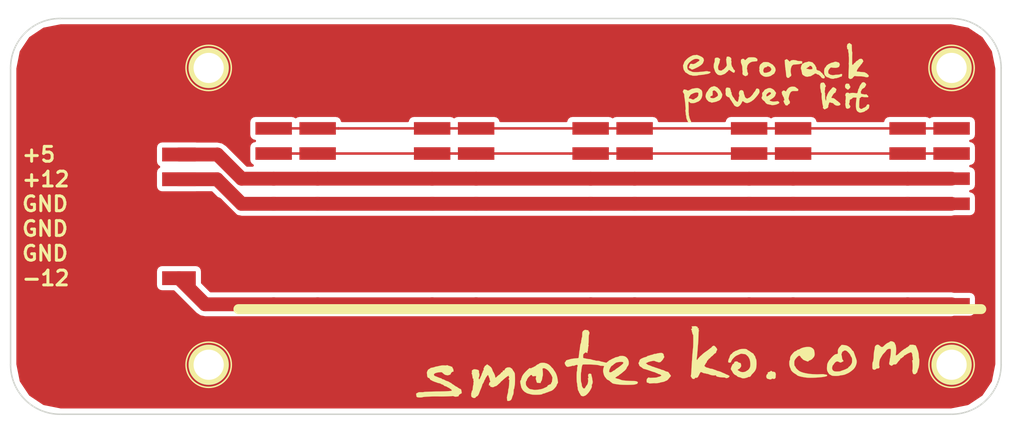
<source format=kicad_pcb>
(kicad_pcb (version 4) (host pcbnew 4.0.4-stable)

  (general
    (links 86)
    (no_connects 0)
    (area 99.924999 49.924999 200.075001 90.075001)
    (thickness 1.6)
    (drawings 15)
    (tracks 97)
    (zones 0)
    (modules 12)
    (nets 7)
  )

  (page A4)
  (layers
    (0 F.Cu signal)
    (31 B.Cu signal)
    (32 B.Adhes user)
    (33 F.Adhes user)
    (34 B.Paste user)
    (35 F.Paste user)
    (36 B.SilkS user)
    (37 F.SilkS user)
    (38 B.Mask user)
    (39 F.Mask user)
    (40 Dwgs.User user)
    (41 Cmts.User user)
    (42 Eco1.User user)
    (43 Eco2.User user)
    (44 Edge.Cuts user)
    (45 Margin user)
    (46 B.CrtYd user)
    (47 F.CrtYd user)
    (48 B.Fab user)
    (49 F.Fab user)
  )

  (setup
    (last_trace_width 0.25)
    (trace_clearance 0.2)
    (zone_clearance 0.508)
    (zone_45_only no)
    (trace_min 0.2)
    (segment_width 0.15)
    (edge_width 0.15)
    (via_size 0.6)
    (via_drill 0.4)
    (via_min_size 0.4)
    (via_min_drill 0.3)
    (uvia_size 0.3)
    (uvia_drill 0.1)
    (uvias_allowed no)
    (uvia_min_size 0.2)
    (uvia_min_drill 0.1)
    (pcb_text_width 0.3)
    (pcb_text_size 1.5 1.5)
    (mod_edge_width 0.15)
    (mod_text_size 1 1)
    (mod_text_width 0.15)
    (pad_size 1.4 3.4)
    (pad_drill 0)
    (pad_to_mask_clearance 0.2)
    (aux_axis_origin 0 0)
    (visible_elements FFFFFF7F)
    (pcbplotparams
      (layerselection 0x010f0_80000001)
      (usegerberextensions false)
      (excludeedgelayer true)
      (linewidth 0.100000)
      (plotframeref false)
      (viasonmask false)
      (mode 1)
      (useauxorigin false)
      (hpglpennumber 1)
      (hpglpenspeed 20)
      (hpglpendiameter 15)
      (hpglpenoverlay 2)
      (psnegative false)
      (psa4output false)
      (plotreference true)
      (plotvalue true)
      (plotinvisibletext false)
      (padsonsilk false)
      (subtractmaskfromsilk false)
      (outputformat 1)
      (mirror false)
      (drillshape 0)
      (scaleselection 1)
      (outputdirectory Gerber/))
  )

  (net 0 "")
  (net 1 +5V)
  (net 2 GND)
  (net 3 +12VA)
  (net 4 -12VA)
  (net 5 GATE)
  (net 6 CV)

  (net_class Default "This is the default net class."
    (clearance 0.2)
    (trace_width 0.25)
    (via_dia 0.6)
    (via_drill 0.4)
    (uvia_dia 0.3)
    (uvia_drill 0.1)
    (add_net CV)
    (add_net GATE)
  )

  (net_class Power ""
    (clearance 0.2)
    (trace_width 1.4)
    (via_dia 0.6)
    (via_drill 0.4)
    (uvia_dia 0.3)
    (uvia_drill 0.1)
    (add_net +12VA)
    (add_net +5V)
    (add_net -12VA)
    (add_net GND)
  )

  (module Connect:1pin (layer F.Cu) (tedit 597314E2) (tstamp 59761739)
    (at 195 85)
    (descr "module 1 pin (ou trou mecanique de percage)")
    (tags DEV)
    (fp_text reference REF** (at 0 -3.048) (layer F.SilkS) hide
      (effects (font (size 1 1) (thickness 0.15)))
    )
    (fp_text value 1pin (at 0 2.794) (layer F.Fab)
      (effects (font (size 1 1) (thickness 0.15)))
    )
    (fp_circle (center 0 0) (end 0 -2.286) (layer F.SilkS) (width 0.15))
    (pad 1 thru_hole circle (at 0 0) (size 4.064 4.064) (drill 3.048) (layers *.Cu *.Mask F.SilkS)
      (net 2 GND) (zone_connect 2))
  )

  (module Connect:1pin (layer F.Cu) (tedit 597314CC) (tstamp 59761733)
    (at 120 85)
    (descr "module 1 pin (ou trou mecanique de percage)")
    (tags DEV)
    (fp_text reference REF** (at 0 -3.048) (layer F.SilkS) hide
      (effects (font (size 1 1) (thickness 0.15)))
    )
    (fp_text value 1pin (at 0 2.794) (layer F.Fab)
      (effects (font (size 1 1) (thickness 0.15)))
    )
    (fp_circle (center 0 0) (end 0 -2.286) (layer F.SilkS) (width 0.15))
    (pad 1 thru_hole circle (at 0 0) (size 4.064 4.064) (drill 3.048) (layers *.Cu *.Mask F.SilkS)
      (net 2 GND) (zone_connect 2))
  )

  (module Connect:1pin (layer F.Cu) (tedit 597314D3) (tstamp 5976172D)
    (at 120 55)
    (descr "module 1 pin (ou trou mecanique de percage)")
    (tags DEV)
    (fp_text reference REF** (at 0 -3.048) (layer F.SilkS) hide
      (effects (font (size 1 1) (thickness 0.15)))
    )
    (fp_text value 1pin (at 0 2.794) (layer F.Fab)
      (effects (font (size 1 1) (thickness 0.15)))
    )
    (fp_circle (center 0 0) (end 0 -2.286) (layer F.SilkS) (width 0.15))
    (pad 1 thru_hole circle (at 0 0) (size 4.064 4.064) (drill 3.048) (layers *.Cu *.Mask F.SilkS)
      (net 2 GND) (zone_connect 2))
  )

  (module Connect:1pin (layer F.Cu) (tedit 597314DC) (tstamp 5976171D)
    (at 195 55)
    (descr "module 1 pin (ou trou mecanique de percage)")
    (tags DEV)
    (fp_text reference REF** (at 0 -3.048) (layer F.SilkS) hide
      (effects (font (size 1 1) (thickness 0.15)))
    )
    (fp_text value 1pin (at 0 2.794) (layer F.Fab)
      (effects (font (size 1 1) (thickness 0.15)))
    )
    (fp_circle (center 0 0) (end 0 -2.286) (layer F.SilkS) (width 0.15))
    (pad 1 thru_hole circle (at 0 0) (size 4.064 4.064) (drill 3.048) (layers *.Cu *.Mask F.SilkS)
      (net 2 GND) (zone_connect 2))
  )

  (module Smotesko:PhoenixContact_PTSM_1814676 (layer F.Cu) (tedit 59AA85BE) (tstamp 5973046C)
    (at 117 63.75 270)
    (tags "terminal, smd")
    (path /597303D6)
    (fp_text reference P1 (at 1.25 -4 270) (layer F.SilkS) hide
      (effects (font (size 1 1) (thickness 0.15)))
    )
    (fp_text value CONN_01X06 (at 6.223 2.6035 270) (layer F.Fab) hide
      (effects (font (size 1 1) (thickness 0.15)))
    )
    (pad 6 smd rect (at 12.5 0 270) (size 1.4 3.4) (layers F.Cu F.Paste F.Mask)
      (net 4 -12VA))
    (pad 5 smd rect (at 10 0 270) (size 1.4 3.4) (layers F.Cu F.Paste F.Mask)
      (net 2 GND) (zone_connect 2))
    (pad 4 smd rect (at 7.5 0 270) (size 1.4 3.4) (layers F.Cu F.Paste F.Mask)
      (net 2 GND) (zone_connect 2))
    (pad 3 smd rect (at 5 0 270) (size 1.4 3.4) (layers F.Cu F.Paste F.Mask)
      (net 2 GND) (zone_connect 2))
    (pad "" smd rect (at 15.1 6.6 270) (size 2.3 5.6) (layers F.Cu F.Paste F.Mask)
      (net 2 GND) (zone_connect 2))
    (pad "" smd rect (at -2.6 6.6 270) (size 2.3 5.6) (layers F.Cu F.Paste F.Mask)
      (net 2 GND) (zone_connect 2))
    (pad 2 smd rect (at 2.5 0 270) (size 1.4 3.4) (layers F.Cu F.Paste F.Mask)
      (net 3 +12VA))
    (pad 1 smd rect (at 0 0 270) (size 1.4 3.4) (layers F.Cu F.Paste F.Mask)
      (net 1 +5V))
  )

  (module Smotesko:text_smotesko.com (layer F.Cu) (tedit 0) (tstamp 59793BA4)
    (at 166.37 84.836)
    (fp_text reference G*** (at 0 0) (layer F.SilkS) hide
      (effects (font (thickness 0.3)))
    )
    (fp_text value LOGO (at 0.75 0) (layer F.SilkS) hide
      (effects (font (thickness 0.3)))
    )
    (fp_poly (pts (xy -18.200472 0.142277) (xy -18.194421 0.160421) (xy -18.190714 0.184987) (xy -18.179794 0.187158)
      (xy -18.138013 0.204048) (xy -18.070699 0.24812) (xy -17.990848 0.309481) (xy -17.911457 0.378234)
      (xy -17.853877 0.43528) (xy -17.804376 0.506754) (xy -17.757213 0.60368) (xy -17.735171 0.664958)
      (xy -17.705307 0.75407) (xy -17.676115 0.82578) (xy -17.659856 0.855579) (xy -17.61769 0.922226)
      (xy -17.569573 1.012688) (xy -17.522742 1.11131) (xy -17.484435 1.202437) (xy -17.461891 1.270414)
      (xy -17.458792 1.290444) (xy -17.450619 1.373509) (xy -17.430745 1.438822) (xy -17.404556 1.469849)
      (xy -17.400124 1.470526) (xy -17.369398 1.453024) (xy -17.313055 1.406967) (xy -17.242864 1.342033)
      (xy -17.237543 1.336842) (xy -17.167543 1.271028) (xy -17.111459 1.223299) (xy -17.080656 1.203275)
      (xy -17.07964 1.203158) (xy -17.043064 1.184871) (xy -16.987108 1.139366) (xy -16.926074 1.080677)
      (xy -16.874262 1.022838) (xy -16.845973 0.979883) (xy -16.84421 0.972115) (xy -16.821016 0.941051)
      (xy -16.765117 0.918638) (xy -16.764 0.918411) (xy -16.706148 0.897802) (xy -16.685386 0.856095)
      (xy -16.683789 0.8255) (xy -16.676227 0.770109) (xy -16.642554 0.750397) (xy -16.608926 0.748632)
      (xy -16.52424 0.730013) (xy -16.477703 0.67656) (xy -16.469847 0.629653) (xy -16.444362 0.57507)
      (xy -16.37041 0.512402) (xy -16.353411 0.501316) (xy -16.268827 0.455974) (xy -16.184936 0.433774)
      (xy -16.07531 0.427791) (xy -16.072722 0.42779) (xy -15.980422 0.432047) (xy -15.92264 0.443592)
      (xy -15.908421 0.455917) (xy -15.885937 0.483622) (xy -15.831895 0.510722) (xy -15.76526 0.549534)
      (xy -15.72389 0.596226) (xy -15.662283 0.706633) (xy -15.607544 0.791683) (xy -15.547631 0.871068)
      (xy -15.480604 0.99642) (xy -15.460231 1.089674) (xy -15.453554 1.177619) (xy -15.448711 1.298999)
      (xy -15.445658 1.443383) (xy -15.44435 1.600341) (xy -15.444743 1.759444) (xy -15.446794 1.91026)
      (xy -15.450457 2.042361) (xy -15.45569 2.145315) (xy -15.462448 2.208694) (xy -15.465009 2.219158)
      (xy -15.480414 2.284193) (xy -15.494181 2.376639) (xy -15.499787 2.433053) (xy -15.51161 2.519608)
      (xy -15.529619 2.584738) (xy -15.542783 2.606842) (xy -15.564062 2.649044) (xy -15.577579 2.720341)
      (xy -15.579003 2.740526) (xy -15.583277 2.83567) (xy -15.588231 2.945644) (xy -15.589835 2.981158)
      (xy -15.597292 3.067417) (xy -15.609388 3.135055) (xy -15.616215 3.154947) (xy -15.672522 3.2777)
      (xy -15.717092 3.396958) (xy -15.738512 3.475139) (xy -15.787837 3.626701) (xy -15.866716 3.734216)
      (xy -15.968304 3.79594) (xy -16.057109 3.819451) (xy -16.140183 3.826347) (xy -16.16042 3.824247)
      (xy -16.206544 3.811655) (xy -16.231063 3.785665) (xy -16.242417 3.731308) (xy -16.246903 3.670865)
      (xy -16.252776 3.58788) (xy -16.258752 3.527742) (xy -16.261685 3.510444) (xy -16.26088 3.470143)
      (xy -16.250199 3.39443) (xy -16.232949 3.299714) (xy -16.21244 3.202406) (xy -16.191979 3.118916)
      (xy -16.174875 3.065655) (xy -16.170315 3.05722) (xy -16.157749 3.016702) (xy -16.146702 2.938831)
      (xy -16.139395 2.839721) (xy -16.138979 2.829857) (xy -16.130376 2.722899) (xy -16.115154 2.629209)
      (xy -16.096559 2.568593) (xy -16.095982 2.56749) (xy -16.079215 2.512199) (xy -16.063891 2.419385)
      (xy -16.052351 2.304989) (xy -16.048829 2.246747) (xy -16.041864 2.110465) (xy -16.03376 1.971354)
      (xy -16.025957 1.853694) (xy -16.023779 1.82479) (xy -16.018534 1.732021) (xy -16.022606 1.680929)
      (xy -16.037978 1.660222) (xy -16.053099 1.657684) (xy -16.086959 1.637998) (xy -16.09349 1.592541)
      (xy -16.072328 1.541722) (xy -16.055473 1.524) (xy -16.01826 1.468696) (xy -16.034096 1.412198)
      (xy -16.055803 1.390042) (xy -16.081391 1.353034) (xy -16.065361 1.31928) (xy -16.043641 1.280199)
      (xy -16.064134 1.269524) (xy -16.123287 1.288012) (xy -16.151396 1.300988) (xy -16.24513 1.357267)
      (xy -16.367675 1.447052) (xy -16.511666 1.564469) (xy -16.669736 1.703648) (xy -16.751745 1.77956)
      (xy -16.812928 1.832666) (xy -16.860335 1.865911) (xy -16.875199 1.871579) (xy -16.889377 1.88776)
      (xy -16.885868 1.895805) (xy -16.897282 1.923583) (xy -16.941527 1.973393) (xy -17.00911 2.034585)
      (xy -17.011022 2.036173) (xy -17.099947 2.11206) (xy -17.18659 2.189528) (xy -17.239202 2.239211)
      (xy -17.317105 2.299618) (xy -17.388266 2.325759) (xy -17.395674 2.326105) (xy -17.465954 2.342602)
      (xy -17.532072 2.379579) (xy -17.620656 2.423285) (xy -17.731566 2.428617) (xy -17.861795 2.399632)
      (xy -17.929373 2.374529) (xy -17.956409 2.347893) (xy -17.954713 2.307276) (xy -17.953633 2.302823)
      (xy -17.948173 2.257797) (xy -17.973875 2.249633) (xy -18.002892 2.255777) (xy -18.05578 2.258173)
      (xy -18.080585 2.22371) (xy -18.081912 2.218928) (xy -18.084101 2.170013) (xy -18.074105 2.152316)
      (xy -18.062101 2.118984) (xy -18.065913 2.087174) (xy -18.064945 2.036005) (xy -18.031039 1.977709)
      (xy -17.962573 1.905658) (xy -17.933141 1.866523) (xy -17.943287 1.825212) (xy -17.95429 1.807277)
      (xy -17.978876 1.748486) (xy -18.000783 1.661397) (xy -18.009109 1.610895) (xy -18.023159 1.532597)
      (xy -18.039554 1.481643) (xy -18.049601 1.470526) (xy -18.068188 1.447089) (xy -18.086617 1.388968)
      (xy -18.090366 1.370934) (xy -18.121008 1.274771) (xy -18.166766 1.21657) (xy -18.205879 1.203158)
      (xy -18.232023 1.224459) (xy -18.234526 1.239119) (xy -18.252845 1.282986) (xy -18.286794 1.322382)
      (xy -18.323592 1.365862) (xy -18.366611 1.430719) (xy -18.408421 1.503318) (xy -18.441594 1.570025)
      (xy -18.458699 1.617202) (xy -18.455362 1.63176) (xy -18.45721 1.643013) (xy -18.479752 1.658657)
      (xy -18.516182 1.701751) (xy -18.542129 1.76959) (xy -18.542532 1.771475) (xy -18.564115 1.837869)
      (xy -18.601472 1.922554) (xy -18.645703 2.008213) (xy -18.687906 2.077532) (xy -18.717705 2.112272)
      (xy -18.734852 2.144913) (xy -18.752994 2.209626) (xy -18.757477 2.23156) (xy -18.776901 2.301702)
      (xy -18.812926 2.403946) (xy -18.85956 2.52193) (xy -18.889688 2.592446) (xy -18.943435 2.718796)
      (xy -18.994098 2.845453) (xy -19.034026 2.952976) (xy -19.047899 2.994526) (xy -19.111039 3.15337)
      (xy -19.187969 3.274777) (xy -19.274154 3.35256) (xy -19.327151 3.375394) (xy -19.381975 3.394695)
      (xy -19.401872 3.412403) (xy -19.400452 3.414986) (xy -19.397378 3.44686) (xy -19.431717 3.482957)
      (xy -19.489263 3.513541) (xy -19.555809 3.528874) (xy -19.567173 3.529263) (xy -19.650658 3.513871)
      (xy -19.738572 3.474859) (xy -19.811863 3.422975) (xy -19.851483 3.368967) (xy -19.851522 3.368842)
      (xy -19.863584 3.301935) (xy -19.868611 3.212555) (xy -19.867016 3.118889) (xy -19.859211 3.039125)
      (xy -19.845607 2.99145) (xy -19.8429 2.987996) (xy -19.82133 2.941224) (xy -19.812009 2.871053)
      (xy -19.812 2.868863) (xy -19.801813 2.801719) (xy -19.775339 2.780632) (xy -19.759255 2.775699)
      (xy -19.746044 2.755884) (xy -19.734168 2.713662) (xy -19.722087 2.641508) (xy -19.708264 2.531896)
      (xy -19.69116 2.377301) (xy -19.689258 2.359526) (xy -19.676906 2.273048) (xy -19.662332 2.212669)
      (xy -19.649972 2.192421) (xy -19.639712 2.168524) (xy -19.637027 2.107444) (xy -19.639539 2.059995)
      (xy -19.641344 1.98073) (xy -19.633721 1.925723) (xy -19.625921 1.912351) (xy -19.615912 1.877492)
      (xy -19.629516 1.81619) (xy -19.645251 1.731556) (xy -19.642255 1.657855) (xy -19.638752 1.598459)
      (xy -19.665399 1.569128) (xy -19.680403 1.563443) (xy -19.71573 1.540706) (xy -19.730369 1.492275)
      (xy -19.731696 1.434948) (xy -19.736863 1.354076) (xy -19.752438 1.257213) (xy -19.774338 1.162565)
      (xy -19.798481 1.088338) (xy -19.816709 1.055853) (xy -19.824925 1.018725) (xy -19.812026 0.969891)
      (xy -19.786996 0.937863) (xy -19.778871 0.93579) (xy -19.76997 0.919967) (xy -19.784354 0.896779)
      (xy -19.804978 0.84176) (xy -19.79967 0.77595) (xy -19.77394 0.720165) (xy -19.733296 0.695222)
      (xy -19.730993 0.695158) (xy -19.67657 0.674447) (xy -19.657082 0.652467) (xy -19.631483 0.628255)
      (xy -19.581838 0.618332) (xy -19.494992 0.620488) (xy -19.47528 0.62192) (xy -19.375436 0.634982)
      (xy -19.276517 0.656732) (xy -19.191166 0.683176) (xy -19.132026 0.710324) (xy -19.111741 0.734183)
      (xy -19.112441 0.736472) (xy -19.101539 0.765373) (xy -19.085704 0.778248) (xy -19.063725 0.805264)
      (xy -19.079827 0.848529) (xy -19.082873 0.853524) (xy -19.100262 0.903812) (xy -19.089557 0.92276)
      (xy -19.070544 0.958711) (xy -19.063368 1.016) (xy -19.05622 1.076246) (xy -19.040496 1.10719)
      (xy -19.031122 1.139822) (xy -19.033358 1.205498) (xy -19.044394 1.285769) (xy -19.061418 1.362187)
      (xy -19.081621 1.416303) (xy -19.089195 1.426838) (xy -19.1148 1.487057) (xy -19.104784 1.568288)
      (xy -19.086783 1.610417) (xy -19.066609 1.641506) (xy -19.047313 1.640601) (xy -19.018127 1.602109)
      (xy -18.993341 1.56187) (xy -18.954806 1.490387) (xy -18.932246 1.433419) (xy -18.929821 1.419158)
      (xy -18.91291 1.369824) (xy -18.889199 1.336423) (xy -18.860411 1.286604) (xy -18.828722 1.20515)
      (xy -18.808775 1.138352) (xy -18.78001 1.047497) (xy -18.747712 0.974011) (xy -18.726868 0.943049)
      (xy -18.698274 0.888614) (xy -18.697842 0.851593) (xy -18.700524 0.811014) (xy -18.692314 0.802105)
      (xy -18.667481 0.781439) (xy -18.632722 0.73142) (xy -18.631055 0.728579) (xy -18.603024 0.65134)
      (xy -18.61293 0.589838) (xy -18.623492 0.533335) (xy -18.599467 0.503285) (xy -18.565114 0.463109)
      (xy -18.542815 0.408078) (xy -18.511305 0.337434) (xy -18.46197 0.276376) (xy -18.410327 0.242722)
      (xy -18.397006 0.240632) (xy -18.364519 0.219738) (xy -18.341473 0.187158) (xy -18.290852 0.143018)
      (xy -18.245376 0.133684) (xy -18.200472 0.142277)) (layer F.SilkS) (width 0.01))
    (fp_poly (pts (xy -22.253256 0.215608) (xy -22.206815 0.239583) (xy -22.124971 0.275141) (xy -22.046622 0.293444)
      (xy -22.033618 0.294105) (xy -21.966555 0.306864) (xy -21.925529 0.332621) (xy -21.879222 0.357731)
      (xy -21.852104 0.355228) (xy -21.815669 0.361155) (xy -21.779906 0.38982) (xy -21.764347 0.422711)
      (xy -21.769089 0.433908) (xy -21.760892 0.458686) (xy -21.731676 0.51276) (xy -21.714447 0.541421)
      (xy -21.679736 0.601462) (xy -21.663665 0.637271) (xy -21.664439 0.641684) (xy -21.66761 0.664972)
      (xy -21.661136 0.723277) (xy -21.656842 0.748632) (xy -21.646918 0.816675) (xy -21.6549 0.847316)
      (xy -21.687119 0.855359) (xy -21.702594 0.855579) (xy -21.7702 0.877318) (xy -21.842013 0.931614)
      (xy -21.90069 1.002083) (xy -21.928444 1.068921) (xy -21.951443 1.125475) (xy -21.977684 1.149769)
      (xy -22.055842 1.181341) (xy -22.141652 1.208273) (xy -22.219207 1.226559) (xy -22.2726 1.232192)
      (xy -22.286592 1.227573) (xy -22.320299 1.21304) (xy -22.38362 1.208055) (xy -22.390641 1.208249)
      (xy -22.479559 1.189008) (xy -22.587836 1.128888) (xy -22.707427 1.032928) (xy -22.773291 0.968592)
      (xy -22.806757 0.937897) (xy -22.842947 0.920627) (xy -22.89576 0.9145) (xy -22.979092 0.917238)
      (xy -23.054028 0.922526) (xy -23.243899 0.945409) (xy -23.402185 0.981858) (xy -23.523629 1.02973)
      (xy -23.602973 1.086882) (xy -23.634961 1.15117) (xy -23.635368 1.159525) (xy -23.617214 1.220687)
      (xy -23.574264 1.277536) (xy -23.523786 1.308823) (xy -23.512947 1.310169) (xy -23.479319 1.320222)
      (xy -23.408467 1.347264) (xy -23.312089 1.386699) (xy -23.240569 1.417116) (xy -23.129015 1.462751)
      (xy -23.030213 1.498672) (xy -22.957934 1.520095) (xy -22.932843 1.524) (xy -22.871844 1.545211)
      (xy -22.839468 1.577474) (xy -22.792573 1.61988) (xy -22.754084 1.630947) (xy -22.670884 1.647539)
      (xy -22.567289 1.692041) (xy -22.483792 1.741684) (xy -22.415976 1.776159) (xy -22.324363 1.809329)
      (xy -22.283265 1.820753) (xy -22.188069 1.853281) (xy -22.10215 1.897213) (xy -22.075896 1.915924)
      (xy -22.015127 1.957718) (xy -21.96521 1.978128) (xy -21.960207 1.978526) (xy -21.917466 1.996286)
      (xy -21.85901 2.040719) (xy -21.839027 2.059597) (xy -21.763143 2.12236) (xy -21.680718 2.172479)
      (xy -21.667294 2.178548) (xy -21.607938 2.210252) (xy -21.577636 2.239937) (xy -21.576631 2.244531)
      (xy -21.554939 2.26931) (xy -21.535687 2.272632) (xy -21.490666 2.294189) (xy -21.47998 2.311103)
      (xy -21.445602 2.343208) (xy -21.382944 2.367631) (xy -21.380585 2.368163) (xy -21.301936 2.400821)
      (xy -21.24245 2.447018) (xy -21.182609 2.497892) (xy -21.128789 2.525444) (xy -21.082112 2.548785)
      (xy -21.068631 2.568539) (xy -21.045871 2.587723) (xy -21.005933 2.593474) (xy -20.936229 2.612108)
      (xy -20.886499 2.670995) (xy -20.853989 2.774615) (xy -20.841527 2.860842) (xy -20.823301 3.034632)
      (xy -20.965945 3.115934) (xy -21.052983 3.171596) (xy -21.101185 3.220707) (xy -21.121971 3.274991)
      (xy -21.122211 3.276355) (xy -21.132655 3.318557) (xy -21.154324 3.34451) (xy -21.199854 3.360837)
      (xy -21.281884 3.374163) (xy -21.317749 3.378856) (xy -21.427092 3.389575) (xy -21.505071 3.386676)
      (xy -21.572453 3.368456) (xy -21.603552 3.355391) (xy -21.679422 3.329987) (xy -21.741846 3.323838)
      (xy -21.754661 3.326664) (xy -21.795565 3.333194) (xy -21.880531 3.340323) (xy -22.000159 3.347485)
      (xy -22.145049 3.354113) (xy -22.29752 3.359399) (xy -22.485933 3.364814) (xy -22.634132 3.368573)
      (xy -22.755345 3.370786) (xy -22.862803 3.371563) (xy -22.969734 3.371013) (xy -23.08937 3.369246)
      (xy -23.207579 3.366938) (xy -23.384692 3.365123) (xy -23.578873 3.366264) (xy -23.781849 3.370005)
      (xy -23.985344 3.375988) (xy -24.181086 3.383856) (xy -24.360799 3.393252) (xy -24.51621 3.403818)
      (xy -24.639044 3.415197) (xy -24.721028 3.427031) (xy -24.744947 3.433314) (xy -24.842932 3.457552)
      (xy -24.965994 3.470618) (xy -25.09622 3.472498) (xy -25.215693 3.463178) (xy -25.3065 3.442645)
      (xy -25.326473 3.43376) (xy -25.379303 3.392392) (xy -25.398703 3.332666) (xy -25.4 3.299388)
      (xy -25.407204 3.220678) (xy -25.424666 3.158919) (xy -25.425876 3.156555) (xy -25.429471 3.101507)
      (xy -25.385543 3.050321) (xy -25.299969 3.009597) (xy -25.293052 3.007454) (xy -25.235087 2.981401)
      (xy -25.207039 2.957502) (xy -25.168687 2.942092) (xy -25.080601 2.934691) (xy -24.945955 2.935566)
      (xy -24.94575 2.935573) (xy -24.834962 2.937127) (xy -24.743468 2.934609) (xy -24.685192 2.928568)
      (xy -24.673513 2.924847) (xy -24.632148 2.913749) (xy -24.555596 2.90396) (xy -24.480276 2.898686)
      (xy -24.091657 2.883071) (xy -23.688205 2.871153) (xy -23.295996 2.863622) (xy -23.073894 2.86148)
      (xy -22.85649 2.858792) (xy -22.643164 2.853355) (xy -22.440897 2.845596) (xy -22.256668 2.835942)
      (xy -22.097458 2.82482) (xy -21.970247 2.812656) (xy -21.882015 2.799878) (xy -21.839741 2.786913)
      (xy -21.838599 2.785926) (xy -21.831349 2.746092) (xy -21.856742 2.692096) (xy -21.903333 2.640037)
      (xy -21.959679 2.606014) (xy -21.968301 2.603453) (xy -22.029723 2.570821) (xy -22.059941 2.536176)
      (xy -22.089525 2.500749) (xy -22.107914 2.49776) (xy -22.141394 2.49286) (xy -22.199768 2.465077)
      (xy -22.220204 2.452844) (xy -22.327091 2.387942) (xy -22.402427 2.348834) (xy -22.458072 2.330089)
      (xy -22.497106 2.326105) (xy -22.552354 2.307564) (xy -22.616685 2.261479) (xy -22.632737 2.245895)
      (xy -22.692616 2.19503) (xy -22.746869 2.167365) (xy -22.758417 2.165684) (xy -22.834069 2.146869)
      (xy -22.929388 2.09529) (xy -22.966947 2.069022) (xy -23.017153 2.04744) (xy -23.095744 2.02858)
      (xy -23.128559 2.023497) (xy -23.223518 2.004162) (xy -23.310266 1.975367) (xy -23.329085 1.966567)
      (xy -23.41595 1.93072) (xy -23.495295 1.908798) (xy -23.559343 1.890867) (xy -23.596222 1.869848)
      (xy -23.597136 1.868548) (xy -23.633464 1.847837) (xy -23.657476 1.844842) (xy -23.70686 1.830466)
      (xy -23.775964 1.79442) (xy -23.801533 1.778) (xy -23.870867 1.736833) (xy -23.927468 1.713295)
      (xy -23.94088 1.711158) (xy -23.9769 1.689185) (xy -24.01972 1.633801) (xy -24.036421 1.604211)
      (xy -24.082054 1.53184) (xy -24.128536 1.500751) (xy -24.156664 1.497263) (xy -24.227936 1.472525)
      (xy -24.28084 1.401662) (xy -24.312592 1.2897) (xy -24.32045 1.201405) (xy -24.325936 1.10722)
      (xy -24.334884 1.028826) (xy -24.341733 0.996072) (xy -24.339827 0.941614) (xy -24.315322 0.857111)
      (xy -24.288659 0.7924) (xy -24.238892 0.697366) (xy -24.189309 0.63896) (xy -24.126854 0.602002)
      (xy -24.123835 0.600726) (xy -24.052464 0.563127) (xy -24.000978 0.522507) (xy -23.996152 0.516623)
      (xy -23.945366 0.484501) (xy -23.850124 0.460141) (xy -23.80208 0.453276) (xy -23.697653 0.435364)
      (xy -23.601137 0.409582) (xy -23.55356 0.390895) (xy -23.480034 0.361354) (xy -23.417811 0.34769)
      (xy -23.413783 0.347579) (xy -23.352328 0.341004) (xy -23.27283 0.324956) (xy -23.264154 0.322783)
      (xy -23.076557 0.277054) (xy -22.926733 0.246826) (xy -22.801835 0.230371) (xy -22.689013 0.225961)
      (xy -22.583137 0.2312) (xy -22.455305 0.237583) (xy -22.374517 0.230677) (xy -22.342022 0.216709)
      (xy -22.305332 0.201678) (xy -22.253256 0.215608)) (layer F.SilkS) (width 0.01))
    (fp_poly (pts (xy -8.306377 -3.357945) (xy -8.209071 -3.340875) (xy -8.095035 -3.324722) (xy -8.054473 -3.319553)
      (xy -8.028802 -3.293303) (xy -8.021052 -3.251645) (xy -8.0024 -3.194131) (xy -7.973031 -3.175363)
      (xy -7.943325 -3.156748) (xy -7.930531 -3.112317) (xy -7.930085 -3.03521) (xy -7.939143 -2.956117)
      (xy -7.956336 -2.900808) (xy -7.966356 -2.888335) (xy -7.980075 -2.855301) (xy -7.990985 -2.773897)
      (xy -7.99922 -2.642543) (xy -8.00491 -2.45966) (xy -8.005748 -2.417107) (xy -8.009615 -2.264051)
      (xy -8.015112 -2.12741) (xy -8.021679 -2.017141) (xy -8.028754 -1.943202) (xy -8.033859 -1.918028)
      (xy -8.034954 -1.857277) (xy -8.02077 -1.831133) (xy -8.002842 -1.782307) (xy -8.0148 -1.757947)
      (xy -8.032732 -1.712847) (xy -8.050624 -1.63128) (xy -8.066096 -1.530199) (xy -8.076769 -1.426561)
      (xy -8.080264 -1.337319) (xy -8.078579 -1.303421) (xy -8.081995 -1.250344) (xy -8.099552 -1.229895)
      (xy -8.117365 -1.20618) (xy -8.127273 -1.146935) (xy -8.128 -1.122947) (xy -8.130056 -1.055939)
      (xy -8.135193 -1.018705) (xy -8.13726 -1.016) (xy -8.164892 -1.026711) (xy -8.22061 -1.052994)
      (xy -8.230712 -1.058) (xy -8.279889 -1.07992) (xy -8.317593 -1.082148) (xy -8.360728 -1.060002)
      (xy -8.426195 -1.008798) (xy -8.435346 -1.001305) (xy -8.505489 -0.939086) (xy -8.542579 -0.887772)
      (xy -8.557768 -0.828181) (xy -8.560802 -0.785516) (xy -8.565665 -0.665832) (xy -8.566068 -0.589072)
      (xy -8.55931 -0.544719) (xy -8.542691 -0.522251) (xy -8.51351 -0.51115) (xy -8.488947 -0.505591)
      (xy -8.294911 -0.463108) (xy -8.147554 -0.433226) (xy -8.041806 -0.415067) (xy -7.972598 -0.407752)
      (xy -7.936621 -0.409903) (xy -7.887966 -0.407743) (xy -7.806794 -0.389882) (xy -7.710369 -0.360149)
      (xy -7.707025 -0.358974) (xy -7.603034 -0.326422) (xy -7.506631 -0.303255) (xy -7.441104 -0.294669)
      (xy -7.376886 -0.286653) (xy -7.339728 -0.268073) (xy -7.339263 -0.267368) (xy -7.306018 -0.253889)
      (xy -7.234774 -0.244282) (xy -7.141266 -0.240631) (xy -7.030366 -0.234762) (xy -6.933653 -0.219301)
      (xy -6.88216 -0.202636) (xy -6.798248 -0.171018) (xy -6.710947 -0.150018) (xy -6.638375 -0.13593)
      (xy -6.535621 -0.112646) (xy -6.424094 -0.085034) (xy -6.416842 -0.08315) (xy -6.306227 -0.057014)
      (xy -6.23645 -0.047957) (xy -6.197979 -0.055104) (xy -6.189274 -0.062242) (xy -6.151054 -0.096741)
      (xy -6.089057 -0.144189) (xy -6.068958 -0.158443) (xy -6.005316 -0.207328) (xy -5.960986 -0.249693)
      (xy -5.954303 -0.258707) (xy -5.913411 -0.290737) (xy -5.895485 -0.294105) (xy -5.852657 -0.307891)
      (xy -5.785015 -0.343044) (xy -5.743077 -0.368789) (xy -5.650116 -0.422022) (xy -5.552826 -0.467246)
      (xy -5.521158 -0.479024) (xy -5.443514 -0.509532) (xy -5.383732 -0.541074) (xy -5.374105 -0.548137)
      (xy -5.320904 -0.576001) (xy -5.246033 -0.598202) (xy -5.240421 -0.599303) (xy -5.120973 -0.622598)
      (xy -5.04279 -0.640623) (xy -4.994376 -0.656823) (xy -4.964236 -0.674639) (xy -4.951979 -0.685675)
      (xy -4.89706 -0.710861) (xy -4.796896 -0.726268) (xy -4.658959 -0.731088) (xy -4.556932 -0.728368)
      (xy -4.387789 -0.695536) (xy -4.238995 -0.618078) (xy -4.115901 -0.502697) (xy -4.02386 -0.356093)
      (xy -3.968221 -0.184971) (xy -3.954339 0.00397) (xy -3.955535 0.024769) (xy -3.985073 0.173311)
      (xy -4.053993 0.293865) (xy -4.079732 0.322997) (xy -4.128532 0.387999) (xy -4.156895 0.451264)
      (xy -4.157515 0.454196) (xy -4.194742 0.546293) (xy -4.268104 0.650839) (xy -4.367092 0.754133)
      (xy -4.424303 0.802105) (xy -4.508799 0.869542) (xy -4.589424 0.937262) (xy -4.623435 0.967453)
      (xy -4.694992 1.026742) (xy -4.783204 1.091506) (xy -4.817233 1.11439) (xy -4.891634 1.167335)
      (xy -4.950209 1.217111) (xy -4.967884 1.236463) (xy -5.010719 1.274476) (xy -5.037734 1.283369)
      (xy -5.078237 1.298993) (xy -5.140452 1.338513) (xy -5.171406 1.361852) (xy -5.23702 1.411261)
      (xy -5.288481 1.445246) (xy -5.302082 1.452089) (xy -5.319788 1.473683) (xy -5.294443 1.503134)
      (xy -5.234494 1.533897) (xy -5.170163 1.554334) (xy -5.070549 1.579432) (xy -4.967468 1.60528)
      (xy -4.959684 1.607225) (xy -4.875948 1.633684) (xy -4.806152 1.664792) (xy -4.796487 1.670604)
      (xy -4.719946 1.701982) (xy -4.594044 1.729964) (xy -4.422812 1.75411) (xy -4.210281 1.773977)
      (xy -3.960484 1.789125) (xy -3.677451 1.799111) (xy -3.609473 1.800604) (xy -3.451517 1.804537)
      (xy -3.335667 1.810601) (xy -3.250558 1.820962) (xy -3.184821 1.837787) (xy -3.127091 1.863242)
      (xy -3.066 1.899493) (xy -3.055599 1.906153) (xy -3.039161 1.933097) (xy -3.051369 1.98396)
      (xy -3.067235 2.019644) (xy -3.107947 2.084519) (xy -3.156506 2.110026) (xy -3.185058 2.112211)
      (xy -3.244146 2.119885) (xy -3.273265 2.135716) (xy -3.309428 2.151852) (xy -3.391407 2.165521)
      (xy -3.511597 2.176648) (xy -3.662395 2.18516) (xy -3.836196 2.190981) (xy -4.025395 2.194037)
      (xy -4.22239 2.194255) (xy -4.419574 2.19156) (xy -4.609345 2.185878) (xy -4.784097 2.177135)
      (xy -4.936227 2.165256) (xy -5.039894 2.152958) (xy -5.228624 2.124701) (xy -5.372346 2.100869)
      (xy -5.479091 2.079068) (xy -5.556888 2.056902) (xy -5.613768 2.031976) (xy -5.657759 2.001896)
      (xy -5.696893 1.964267) (xy -5.706074 1.954266) (xy -5.754593 1.912987) (xy -5.790868 1.898316)
      (xy -5.825588 1.876105) (xy -5.842 1.844842) (xy -5.870308 1.801518) (xy -5.894001 1.791369)
      (xy -5.939227 1.772582) (xy -5.962315 1.751263) (xy -6.011538 1.71661) (xy -6.039116 1.710196)
      (xy -6.098071 1.688005) (xy -6.169454 1.631776) (xy -6.239067 1.553848) (xy -6.268756 1.510632)
      (xy -6.312385 1.449993) (xy -6.351682 1.410659) (xy -6.354208 1.40904) (xy -6.386447 1.373)
      (xy -6.390105 1.357672) (xy -6.405814 1.313786) (xy -6.425165 1.285474) (xy -6.451113 1.234257)
      (xy -6.480627 1.146337) (xy -6.509629 1.037933) (xy -6.53404 0.925266) (xy -6.549315 0.827561)
      (xy -5.941488 0.827561) (xy -5.940007 0.875758) (xy -5.921915 0.90229) (xy -5.911826 0.908982)
      (xy -5.829057 0.933468) (xy -5.731558 0.913885) (xy -5.70416 0.902369) (xy -5.629145 0.857267)
      (xy -5.570433 0.80879) (xy -5.512729 0.765985) (xy -5.460533 0.748632) (xy -5.411893 0.730234)
      (xy -5.350962 0.684294) (xy -5.332318 0.665972) (xy -5.255891 0.597441) (xy -5.171362 0.537676)
      (xy -5.16021 0.531215) (xy -5.050814 0.462697) (xy -4.919529 0.369127) (xy -4.782507 0.263038)
      (xy -4.655895 0.156963) (xy -4.555843 0.063434) (xy -4.550931 0.058384) (xy -4.506843 -0.011253)
      (xy -4.513681 -0.069975) (xy -4.569258 -0.110778) (xy -4.606928 -0.120948) (xy -4.7105 -0.130324)
      (xy -4.834638 -0.126816) (xy -4.966784 -0.11261) (xy -5.094382 -0.089896) (xy -5.204874 -0.06086)
      (xy -5.285704 -0.027691) (xy -5.32264 0.003754) (xy -5.359103 0.044309) (xy -5.384118 0.053474)
      (xy -5.421627 0.071919) (xy -5.476619 0.118626) (xy -5.504142 0.147053) (xy -5.562369 0.202759)
      (xy -5.611928 0.236259) (xy -5.627393 0.240632) (xy -5.663302 0.260263) (xy -5.713272 0.307815)
      (xy -5.762377 0.366272) (xy -5.79569 0.418618) (xy -5.801894 0.439554) (xy -5.815815 0.473498)
      (xy -5.849495 0.528018) (xy -5.851289 0.53061) (xy -5.885307 0.598879) (xy -5.916185 0.692554)
      (xy -5.9278 0.74269) (xy -5.941488 0.827561) (xy -6.549315 0.827561) (xy -6.549785 0.824557)
      (xy -6.553402 0.775369) (xy -6.546731 0.674193) (xy -6.526631 0.556376) (xy -6.498131 0.445941)
      (xy -6.468885 0.371644) (xy -6.452223 0.32234) (xy -6.456322 0.299187) (xy -6.49605 0.286515)
      (xy -6.583417 0.276831) (xy -6.712643 0.27068) (xy -6.770972 0.269392) (xy -6.844285 0.25771)
      (xy -6.930174 0.230489) (xy -6.944761 0.224424) (xy -7.014781 0.205179) (xy -7.129631 0.186905)
      (xy -7.280668 0.170299) (xy -7.459251 0.156057) (xy -7.656735 0.144875) (xy -7.864479 0.137449)
      (xy -8.061158 0.134516) (xy -8.192762 0.133993) (xy -8.325491 0.133469) (xy -8.434873 0.133041)
      (xy -8.454235 0.132966) (xy -8.544656 0.135655) (xy -8.597769 0.148043) (xy -8.629548 0.175287)
      (xy -8.64082 0.193188) (xy -8.668316 0.264773) (xy -8.695183 0.37289) (xy -8.718314 0.500654)
      (xy -8.734602 0.631182) (xy -8.740835 0.7366) (xy -8.746898 0.819598) (xy -8.759995 0.88068)
      (xy -8.768995 0.897669) (xy -8.777453 0.931265) (xy -8.784001 1.006576) (xy -8.788669 1.113653)
      (xy -8.791484 1.242545) (xy -8.792477 1.383303) (xy -8.791675 1.525977) (xy -8.789108 1.660617)
      (xy -8.784804 1.777274) (xy -8.778791 1.865998) (xy -8.771099 1.916839) (xy -8.766027 1.925054)
      (xy -8.753047 1.948797) (xy -8.736072 2.009048) (xy -8.718377 2.089338) (xy -8.703238 2.173197)
      (xy -8.693931 2.244158) (xy -8.693732 2.285751) (xy -8.694058 2.286885) (xy -8.685768 2.323276)
      (xy -8.656087 2.385213) (xy -8.615211 2.455092) (xy -8.573335 2.515309) (xy -8.543832 2.546275)
      (xy -8.47521 2.566538) (xy -8.40793 2.545511) (xy -8.373091 2.506579) (xy -8.320867 2.40955)
      (xy -8.271043 2.325079) (xy -8.231688 2.266376) (xy -8.215208 2.248048) (xy -8.157367 2.179427)
      (xy -8.110177 2.073092) (xy -8.076515 1.944232) (xy -8.059256 1.80804) (xy -8.061278 1.679706)
      (xy -8.085456 1.574421) (xy -8.086974 1.57079) (xy -8.090954 1.53287) (xy -8.060983 1.524)
      (xy -8.03661 1.519041) (xy -8.026223 1.49754) (xy -8.029899 1.449564) (xy -8.047716 1.36518)
      (xy -8.062694 1.303212) (xy -8.066712 1.199887) (xy -8.03024 1.118576) (xy -7.96282 1.067723)
      (xy -7.873994 1.055772) (xy -7.804661 1.074865) (xy -7.74814 1.111635) (xy -7.728128 1.167094)
      (xy -7.726947 1.196679) (xy -7.719641 1.272957) (xy -7.702636 1.330521) (xy -7.686606 1.379557)
      (xy -7.667949 1.463479) (xy -7.650708 1.564105) (xy -7.633872 1.673201) (xy -7.617099 1.773816)
      (xy -7.604991 1.839189) (xy -7.601069 1.90889) (xy -7.610217 1.99298) (xy -7.628619 2.074851)
      (xy -7.65246 2.137895) (xy -7.677926 2.165504) (xy -7.679984 2.165684) (xy -7.693477 2.189773)
      (xy -7.692285 2.255138) (xy -7.688665 2.283159) (xy -7.683003 2.34202) (xy -7.688314 2.396613)
      (xy -7.708614 2.460191) (xy -7.747922 2.546004) (xy -7.798041 2.643956) (xy -7.893695 2.805907)
      (xy -8.004453 2.958581) (xy -8.122501 3.093663) (xy -8.240025 3.20284) (xy -8.349214 3.277797)
      (xy -8.420677 3.306497) (xy -8.482682 3.325968) (xy -8.515684 3.342195) (xy -8.555795 3.347867)
      (xy -8.626273 3.339712) (xy -8.662736 3.331824) (xy -8.732983 3.310169) (xy -8.780247 3.278762)
      (xy -8.820193 3.223271) (xy -8.855767 3.155218) (xy -8.898442 3.076154) (xy -8.935711 3.01931)
      (xy -8.95603 2.999253) (xy -8.977426 2.968679) (xy -8.983579 2.927034) (xy -8.993933 2.871193)
      (xy -9.010721 2.847223) (xy -9.047732 2.801161) (xy -9.08132 2.721074) (xy -9.105004 2.626325)
      (xy -9.112479 2.543213) (xy -9.11687 2.466134) (xy -9.129563 2.409415) (xy -9.133051 2.402401)
      (xy -9.145723 2.357702) (xy -9.155801 2.278773) (xy -9.160146 2.206068) (xy -9.167705 2.105256)
      (xy -9.181804 2.015649) (xy -9.193686 1.972807) (xy -9.204902 1.918608) (xy -9.213884 1.825369)
      (xy -9.220604 1.702889) (xy -9.225036 1.560969) (xy -9.227149 1.40941) (xy -9.226917 1.258011)
      (xy -9.224311 1.116574) (xy -9.219305 0.994898) (xy -9.211868 0.902785) (xy -9.201975 0.850033)
      (xy -9.19691 0.841863) (xy -9.186715 0.810593) (xy -9.179038 0.739497) (xy -9.175178 0.642208)
      (xy -9.174958 0.611438) (xy -9.171582 0.506388) (xy -9.162614 0.421363) (xy -9.149794 0.371179)
      (xy -9.14611 0.365732) (xy -9.120997 0.313099) (xy -9.119829 0.247145) (xy -9.140603 0.192522)
      (xy -9.161542 0.175888) (xy -9.21132 0.174614) (xy -9.288195 0.189476) (xy -9.372077 0.214497)
      (xy -9.442882 0.243703) (xy -9.480276 0.270711) (xy -9.511057 0.279114) (xy -9.534976 0.264637)
      (xy -9.584194 0.246303) (xy -9.632858 0.261334) (xy -9.691435 0.282033) (xy -9.784834 0.307302)
      (xy -9.895096 0.33313) (xy -10.00426 0.355509) (xy -10.094369 0.37043) (xy -10.13901 0.374316)
      (xy -10.217489 0.349763) (xy -10.294546 0.283172) (xy -10.35935 0.185147) (xy -10.379778 0.13856)
      (xy -10.414008 0.038269) (xy -10.423531 -0.029604) (xy -10.407247 -0.080622) (xy -10.364055 -0.130348)
      (xy -10.360526 -0.133684) (xy -10.314519 -0.190389) (xy -10.293779 -0.242591) (xy -10.293684 -0.245292)
      (xy -10.274718 -0.284671) (xy -10.22842 -0.294105) (xy -10.171459 -0.304458) (xy -10.145841 -0.322121)
      (xy -10.107627 -0.343504) (xy -10.084105 -0.344057) (xy -10.031117 -0.350148) (xy -9.958503 -0.373005)
      (xy -9.946105 -0.378115) (xy -9.864132 -0.403914) (xy -9.743962 -0.430139) (xy -9.6008 -0.454414)
      (xy -9.449851 -0.474364) (xy -9.306318 -0.487615) (xy -9.219524 -0.491611) (xy -9.130869 -0.497987)
      (xy -9.063097 -0.511257) (xy -9.037812 -0.523269) (xy -9.024489 -0.559895) (xy -9.00951 -0.638275)
      (xy -8.994727 -0.746807) (xy -8.982251 -0.870848) (xy -8.969139 -1.007671) (xy -8.954117 -1.135528)
      (xy -8.939166 -1.23893) (xy -8.927811 -1.296737) (xy -8.907651 -1.395981) (xy -8.89301 -1.504366)
      (xy -8.891313 -1.524) (xy -8.873955 -1.702965) (xy -8.851771 -1.846506) (xy -8.825973 -1.947989)
      (xy -8.805931 -1.99116) (xy -8.783635 -2.049854) (xy -8.770861 -2.134341) (xy -8.769684 -2.167177)
      (xy -8.765968 -2.244731) (xy -8.756576 -2.298148) (xy -8.751155 -2.308985) (xy -8.738722 -2.344723)
      (xy -8.728439 -2.414046) (xy -8.725305 -2.453514) (xy -8.71565 -2.529539) (xy -8.699468 -2.579324)
      (xy -8.69036 -2.588722) (xy -8.676629 -2.61846) (xy -8.666818 -2.689455) (xy -8.662513 -2.78954)
      (xy -8.662442 -2.802912) (xy -8.660122 -2.958469) (xy -8.651471 -3.071278) (xy -8.633172 -3.151982)
      (xy -8.601912 -3.211222) (xy -8.554375 -3.259639) (xy -8.509884 -3.292622) (xy -8.426963 -3.3428)
      (xy -8.362393 -3.361775) (xy -8.306377 -3.357945)) (layer F.SilkS) (width 0.01))
    (fp_poly (pts (xy -12.46757 -0.026275) (xy -12.238874 0.033061) (xy -12.040746 0.134378) (xy -11.866657 0.281504)
      (xy -11.78725 0.37261) (xy -11.728676 0.44223) (xy -11.681568 0.491092) (xy -11.657529 0.508)
      (xy -11.633102 0.529254) (xy -11.593405 0.583988) (xy -11.561971 0.635) (xy -11.508176 0.722184)
      (xy -11.454016 0.801354) (xy -11.430845 0.831519) (xy -11.351264 0.953349) (xy -11.277116 1.114179)
      (xy -11.213383 1.299535) (xy -11.165047 1.494947) (xy -11.137224 1.684421) (xy -11.125675 1.778585)
      (xy -11.10932 1.8759) (xy -11.108919 1.877912) (xy -11.101418 1.951719) (xy -11.119774 2.011704)
      (xy -11.15919 2.06997) (xy -11.203178 2.138329) (xy -11.22778 2.197292) (xy -11.22965 2.21069)
      (xy -11.240446 2.259691) (xy -11.275601 2.324387) (xy -11.339738 2.411811) (xy -11.437482 2.528998)
      (xy -11.443368 2.535804) (xy -11.585144 2.678813) (xy -11.726022 2.776343) (xy -11.87425 2.834833)
      (xy -11.976887 2.867907) (xy -12.07987 2.909177) (xy -12.096758 2.917042) (xy -12.169884 2.948509)
      (xy -12.22644 2.966304) (xy -12.238192 2.96779) (xy -12.283097 2.979301) (xy -12.352368 3.00816)
      (xy -12.379158 3.021263) (xy -12.464534 3.055397) (xy -12.54637 3.073736) (xy -12.563672 3.074737)
      (xy -12.626194 3.083395) (xy -12.660914 3.103123) (xy -12.693519 3.1335) (xy -12.752914 3.156567)
      (xy -12.845156 3.173273) (xy -12.9763 3.184566) (xy -13.152403 3.191396) (xy -13.234736 3.193058)
      (xy -13.444243 3.193437) (xy -13.613829 3.187295) (xy -13.738231 3.174891) (xy -13.782842 3.166172)
      (xy -13.95701 3.121806) (xy -14.086138 3.087487) (xy -14.177236 3.061021) (xy -14.237319 3.040217)
      (xy -14.273398 3.022882) (xy -14.292486 3.006822) (xy -14.292493 3.006813) (xy -14.339066 2.973455)
      (xy -14.390589 2.953839) (xy -14.435986 2.928736) (xy -14.500484 2.87732) (xy -14.571873 2.811503)
      (xy -14.637941 2.743198) (xy -14.686474 2.684319) (xy -14.705263 2.646865) (xy -14.72017 2.613903)
      (xy -14.754991 2.563658) (xy -14.797686 2.487649) (xy -14.819466 2.419684) (xy -14.83294 2.352559)
      (xy -14.85385 2.254936) (xy -14.876686 2.152326) (xy -14.895697 2.054156) (xy -14.350114 2.054156)
      (xy -14.342793 2.148543) (xy -14.326955 2.228119) (xy -14.302573 2.279359) (xy -14.295648 2.285792)
      (xy -14.25883 2.324081) (xy -14.250736 2.345123) (xy -14.232369 2.375326) (xy -14.184179 2.429223)
      (xy -14.116532 2.495237) (xy -14.115399 2.496281) (xy -14.037386 2.56395) (xy -13.971843 2.60517)
      (xy -13.897036 2.630104) (xy -13.791228 2.648913) (xy -13.787873 2.649411) (xy -13.682121 2.666285)
      (xy -13.589181 2.68323) (xy -13.529073 2.696593) (xy -13.528842 2.696657) (xy -13.464923 2.702928)
      (xy -13.361895 2.700293) (xy -13.233105 2.690233) (xy -13.091898 2.674226) (xy -12.95162 2.653754)
      (xy -12.825618 2.630296) (xy -12.739943 2.609182) (xy -12.648374 2.580407) (xy -12.574145 2.553498)
      (xy -12.539579 2.53763) (xy -12.480094 2.505549) (xy -12.459368 2.496121) (xy -12.339291 2.444874)
      (xy -12.25919 2.406997) (xy -12.209326 2.376167) (xy -12.17996 2.346058) (xy -12.161353 2.310346)
      (xy -12.157294 2.29994) (xy -12.117003 2.23594) (xy -12.069096 2.219158) (xy -12.005965 2.200657)
      (xy -11.976562 2.177194) (xy -11.928242 2.147608) (xy -11.897263 2.14686) (xy -11.849283 2.135453)
      (xy -11.80997 2.086509) (xy -11.791247 2.015865) (xy -11.790947 2.005626) (xy -11.774314 1.961792)
      (xy -11.750842 1.95179) (xy -11.719779 1.929211) (xy -11.710736 1.867085) (xy -11.706075 1.7948)
      (xy -11.694005 1.69474) (xy -11.681186 1.612687) (xy -11.666561 1.514035) (xy -11.665738 1.449937)
      (xy -11.679704 1.40303) (xy -11.694554 1.37749) (xy -11.725859 1.320106) (xy -11.737473 1.281746)
      (xy -11.752251 1.243476) (xy -11.791415 1.174) (xy -11.84721 1.084848) (xy -11.911883 0.987552)
      (xy -11.97768 0.893641) (xy -12.036847 0.814647) (xy -12.081629 0.762101) (xy -12.094884 0.750255)
      (xy -12.157576 0.701018) (xy -12.192633 0.670045) (xy -12.251151 0.625453) (xy -12.328094 0.580795)
      (xy -12.410766 0.541472) (xy -12.486472 0.512883) (xy -12.542514 0.500426) (xy -12.566197 0.509502)
      (xy -12.566315 0.511127) (xy -12.588852 0.529991) (xy -12.622597 0.534737) (xy -12.656976 0.539965)
      (xy -12.66932 0.565142) (xy -12.664406 0.624507) (xy -12.66072 0.648369) (xy -12.644443 0.775009)
      (xy -12.63345 0.910829) (xy -12.628059 1.042825) (xy -12.628587 1.157995) (xy -12.635353 1.243335)
      (xy -12.64524 1.280966) (xy -12.66264 1.333262) (xy -12.681672 1.421048) (xy -12.698579 1.526614)
      (xy -12.700536 1.541599) (xy -12.72412 1.678064) (xy -12.755167 1.768069) (xy -12.780179 1.804703)
      (xy -12.819837 1.865149) (xy -12.833684 1.916818) (xy -12.847333 1.968798) (xy -12.878428 2.008883)
      (xy -12.912185 2.020677) (xy -12.922097 2.014885) (xy -12.956441 2.005771) (xy -13.025273 2.00118)
      (xy -13.070552 2.001204) (xy -13.171398 1.994709) (xy -13.232502 1.963528) (xy -13.265285 1.898536)
      (xy -13.276473 1.836628) (xy -13.296185 1.74838) (xy -13.325582 1.671973) (xy -13.349605 1.58462)
      (xy -13.339114 1.515041) (xy -13.322967 1.438624) (xy -13.315709 1.362971) (xy -13.318018 1.30544)
      (xy -13.330073 1.283369) (xy -13.36298 1.294629) (xy -13.400316 1.312866) (xy -13.449942 1.328321)
      (xy -13.480152 1.306182) (xy -13.5053 1.285093) (xy -13.532887 1.310829) (xy -13.534331 1.312918)
      (xy -13.578571 1.337684) (xy -13.638006 1.329861) (xy -13.692343 1.296862) (xy -13.721291 1.246101)
      (xy -13.721536 1.244519) (xy -13.738622 1.205951) (xy -13.784602 1.196457) (xy -13.809579 1.198342)
      (xy -13.869318 1.212253) (xy -13.899199 1.233255) (xy -13.926349 1.271694) (xy -13.947243 1.291544)
      (xy -14.067718 1.405584) (xy -14.164794 1.526054) (xy -14.230353 1.641474) (xy -14.255264 1.727263)
      (xy -14.270563 1.780399) (xy -14.294726 1.798986) (xy -14.321222 1.817373) (xy -14.339302 1.875047)
      (xy -14.348941 1.958483) (xy -14.350114 2.054156) (xy -14.895697 2.054156) (xy -14.901458 2.02441)
      (xy -14.915376 1.911998) (xy -14.917918 1.825173) (xy -14.908563 1.774016) (xy -14.896712 1.764632)
      (xy -14.868139 1.741463) (xy -14.839223 1.684885) (xy -14.818081 1.614286) (xy -14.81221 1.562847)
      (xy -14.802898 1.513206) (xy -14.785473 1.497263) (xy -14.764018 1.474784) (xy -14.758736 1.44177)
      (xy -14.738873 1.35965) (xy -14.682791 1.251139) (xy -14.595756 1.123588) (xy -14.483034 0.984348)
      (xy -14.349888 0.840771) (xy -14.277547 0.769885) (xy -14.154896 0.654822) (xy -14.064467 0.573721)
      (xy -14.000797 0.522607) (xy -13.958419 0.497505) (xy -13.931871 0.494442) (xy -13.91682 0.507524)
      (xy -13.880087 0.522689) (xy -13.820176 0.513129) (xy -13.758912 0.483005) (xy -13.749268 0.475589)
      (xy -13.708209 0.448761) (xy -13.691838 0.444639) (xy -13.646949 0.437096) (xy -13.588687 0.411144)
      (xy -13.546504 0.380396) (xy -13.543229 0.375965) (xy -13.504167 0.351271) (xy -13.478866 0.347579)
      (xy -13.430412 0.330123) (xy -13.368721 0.286813) (xy -13.353444 0.273095) (xy -13.259359 0.19337)
      (xy -13.1715 0.135686) (xy -13.102735 0.108164) (xy -13.090141 0.106947) (xy -13.044148 0.087013)
      (xy -13.015674 0.057962) (xy -12.957956 0.015654) (xy -12.86066 -0.015874) (xy -12.736959 -0.034598)
      (xy -12.600027 -0.038492) (xy -12.46757 -0.026275)) (layer F.SilkS) (width 0.01))
    (fp_poly (pts (xy -0.633814 -1.032342) (xy -0.562333 -1.00809) (xy -0.495496 -0.961407) (xy -0.448295 -0.905848)
      (xy -0.435724 -0.854969) (xy -0.436066 -0.853553) (xy -0.432334 -0.798757) (xy -0.411801 -0.746015)
      (xy -0.378212 -0.647012) (xy -0.391477 -0.561812) (xy -0.427789 -0.515165) (xy -0.468601 -0.465871)
      (xy -0.481548 -0.428532) (xy -0.499538 -0.390643) (xy -0.546092 -0.328598) (xy -0.610538 -0.254572)
      (xy -0.682206 -0.180745) (xy -0.750426 -0.119292) (xy -0.757488 -0.113631) (xy -0.809629 -0.092295)
      (xy -0.884309 -0.081902) (xy -0.960183 -0.082976) (xy -1.015907 -0.096042) (xy -1.029368 -0.106947)
      (xy -1.066271 -0.127741) (xy -1.110343 -0.133684) (xy -1.174707 -0.146676) (xy -1.254202 -0.178935)
      (xy -1.274098 -0.189459) (xy -1.377775 -0.230034) (xy -1.482121 -0.231606) (xy -1.5833 -0.215321)
      (xy -1.699787 -0.191138) (xy -1.81752 -0.162658) (xy -1.922433 -0.133479) (xy -2.000464 -0.107201)
      (xy -2.034743 -0.090167) (xy -2.091255 -0.057357) (xy -2.129848 -0.042342) (xy -2.191671 -0.010682)
      (xy -2.220017 0.014404) (xy -2.23619 0.044446) (xy -2.20718 0.053313) (xy -2.196311 0.053474)
      (xy -2.14101 0.074421) (xy -2.098582 0.11696) (xy -2.037621 0.170562) (xy -1.970966 0.19465)
      (xy -1.903123 0.213177) (xy -1.808083 0.248068) (xy -1.706833 0.291585) (xy -1.612213 0.332453)
      (xy -1.531106 0.36202) (xy -1.480154 0.374263) (xy -1.478233 0.374316) (xy -1.422364 0.38538)
      (xy -1.402347 0.39686) (xy -1.364585 0.415725) (xy -1.292101 0.441987) (xy -1.216526 0.465269)
      (xy -1.124703 0.493079) (xy -1.05005 0.51846) (xy -1.015122 0.532905) (xy -0.960031 0.554189)
      (xy -0.890734 0.572993) (xy -0.811134 0.597733) (xy -0.721577 0.6353) (xy -0.705484 0.643235)
      (xy -0.623373 0.676601) (xy -0.547329 0.694299) (xy -0.532814 0.695158) (xy -0.465444 0.710107)
      (xy -0.386527 0.747221) (xy -0.367551 0.759245) (xy -0.214156 0.834788) (xy -0.032202 0.876497)
      (xy -0.006352 0.879232) (xy 0.024776 0.901901) (xy 0.072058 0.957831) (xy 0.117935 1.023843)
      (xy 0.172892 1.104879) (xy 0.222982 1.170536) (xy 0.251287 1.200906) (xy 0.2902 1.26089)
      (xy 0.278708 1.328583) (xy 0.237374 1.379488) (xy 0.192233 1.426516) (xy 0.129074 1.500238)
      (xy 0.063629 1.58207) (xy -0.031945 1.6899) (xy -0.119216 1.752774) (xy -0.151515 1.766105)
      (xy -0.243196 1.802463) (xy -0.329809 1.845802) (xy -0.332633 1.847455) (xy -0.406106 1.877797)
      (xy -0.506302 1.903477) (xy -0.575442 1.914448) (xy -0.675001 1.930153) (xy -0.762553 1.951555)
      (xy -0.803932 1.967046) (xy -0.870198 1.988407) (xy -0.971831 2.008115) (xy -1.090731 2.023865)
      (xy -1.208794 2.03335) (xy -1.307919 2.034262) (xy -1.323473 2.033247) (xy -1.376812 2.029082)
      (xy -1.420248 2.027424) (xy -1.468702 2.028799) (xy -1.537095 2.033732) (xy -1.64035 2.04275)
      (xy -1.671052 2.045498) (xy -1.780403 2.053873) (xy -1.851792 2.053723) (xy -1.900345 2.042956)
      (xy -1.941185 2.019481) (xy -1.959298 2.005629) (xy -2.001704 1.978526) (xy -1.363579 1.978526)
      (xy -1.353796 2.000534) (xy -1.345754 1.996351) (xy -1.342554 1.964621) (xy -1.345754 1.960702)
      (xy -1.361649 1.964372) (xy -1.363579 1.978526) (xy -2.001704 1.978526) (xy -2.017981 1.968123)
      (xy -2.058071 1.968669) (xy -2.069507 1.97637) (xy -2.103315 1.980309) (xy -2.132717 1.942219)
      (xy -2.153666 1.873543) (xy -2.162118 1.785722) (xy -2.158945 1.723354) (xy -2.132783 1.617989)
      (xy -2.073644 1.534575) (xy -2.062182 1.523271) (xy -1.982793 1.461802) (xy -1.921792 1.445063)
      (xy -1.88604 1.468757) (xy -1.853569 1.479003) (xy -1.780609 1.483506) (xy -1.679899 1.481656)
      (xy -1.650515 1.480045) (xy -1.519056 1.472633) (xy -1.382276 1.466124) (xy -1.268855 1.461879)
      (xy -1.264706 1.461762) (xy -1.171643 1.454192) (xy -1.098222 1.439212) (xy -1.065517 1.423737)
      (xy -1.013451 1.397127) (xy -0.967988 1.390316) (xy -0.896239 1.377512) (xy -0.832967 1.352308)
      (xy -0.764957 1.319326) (xy -0.71521 1.299673) (xy -0.67568 1.271186) (xy -0.668627 1.250787)
      (xy -0.691521 1.215) (xy -0.748694 1.17245) (xy -0.823411 1.132405) (xy -0.898935 1.104131)
      (xy -0.94777 1.096211) (xy -0.998683 1.087586) (xy -1.016 1.070547) (xy -1.039247 1.048406)
      (xy -1.097872 1.022549) (xy -1.129631 1.012461) (xy -1.210154 0.984284) (xy -1.273119 0.953325)
      (xy -1.285473 0.944545) (xy -1.345752 0.913835) (xy -1.379052 0.907917) (xy -1.4296 0.898584)
      (xy -1.511909 0.875266) (xy -1.60421 0.844387) (xy -1.854755 0.755617) (xy -2.057762 0.686339)
      (xy -2.215235 0.635922) (xy -2.329179 0.603734) (xy -2.401599 0.589144) (xy -2.417963 0.588078)
      (xy -2.465073 0.571644) (xy -2.534634 0.528865) (xy -2.596549 0.481263) (xy -2.666474 0.42511)
      (xy -2.72107 0.38638) (xy -2.745596 0.374316) (xy -2.788577 0.353994) (xy -2.841599 0.305053)
      (xy -2.888574 0.24553) (xy -2.913416 0.193463) (xy -2.914315 0.185135) (xy -2.928704 0.123113)
      (xy -2.956427 0.067533) (xy -2.981702 0.020435) (xy -2.977831 -0.018214) (xy -2.942211 -0.072924)
      (xy -2.9414 -0.074022) (xy -2.900696 -0.153005) (xy -2.881857 -0.236206) (xy -2.8818 -0.237856)
      (xy -2.858993 -0.31639) (xy -2.79263 -0.388777) (xy -2.678737 -0.458691) (xy -2.606842 -0.492095)
      (xy -2.526696 -0.526816) (xy -2.459387 -0.556068) (xy -2.446421 -0.561725) (xy -2.382722 -0.583243)
      (xy -2.30276 -0.60292) (xy -2.300246 -0.603421) (xy -2.182785 -0.638807) (xy -2.100185 -0.689082)
      (xy -2.077146 -0.715773) (xy -2.043829 -0.737152) (xy -2.029185 -0.733524) (xy -1.989312 -0.734629)
      (xy -1.964327 -0.749321) (xy -1.91196 -0.7692) (xy -1.885288 -0.76583) (xy -1.850623 -0.764535)
      (xy -1.844842 -0.774996) (xy -1.821333 -0.794848) (xy -1.763007 -0.813231) (xy -1.744579 -0.816798)
      (xy -1.640071 -0.838997) (xy -1.54034 -0.867423) (xy -1.463111 -0.896538) (xy -1.431758 -0.914511)
      (xy -1.390689 -0.927993) (xy -1.319737 -0.935337) (xy -1.296736 -0.935789) (xy -1.2215 -0.941165)
      (xy -1.169257 -0.954552) (xy -1.161715 -0.959391) (xy -1.122325 -0.975008) (xy -1.044746 -0.992137)
      (xy -0.944139 -1.008682) (xy -0.835667 -1.022549) (xy -0.734492 -1.031642) (xy -0.655777 -1.033866)
      (xy -0.633814 -1.032342)) (layer F.SilkS) (width 0.01))
    (fp_poly (pts (xy 10.446477 0.78849) (xy 10.496137 0.83097) (xy 10.559818 0.872767) (xy 10.616697 0.872524)
      (xy 10.677475 0.869705) (xy 10.710891 0.881169) (xy 10.755978 0.904968) (xy 10.786299 0.913142)
      (xy 10.822077 0.93525) (xy 10.850479 0.993273) (xy 10.870843 1.069349) (xy 10.887657 1.168089)
      (xy 10.884428 1.223549) (xy 10.8776 1.232549) (xy 10.864245 1.267871) (xy 10.867424 1.334195)
      (xy 10.869118 1.343959) (xy 10.873307 1.424838) (xy 10.844449 1.494925) (xy 10.825929 1.521653)
      (xy 10.763684 1.584679) (xy 10.695956 1.601468) (xy 10.6076 1.575517) (xy 10.602525 1.573232)
      (xy 10.543714 1.556347) (xy 10.497802 1.576086) (xy 10.485881 1.586282) (xy 10.415408 1.627522)
      (xy 10.331604 1.647245) (xy 10.258461 1.640978) (xy 10.240211 1.632082) (xy 10.182381 1.610183)
      (xy 10.133264 1.60377) (xy 10.040042 1.578776) (xy 9.970982 1.514945) (xy 9.930489 1.423128)
      (xy 9.922969 1.314179) (xy 9.952828 1.19895) (xy 9.961432 1.180529) (xy 9.999951 1.124033)
      (xy 10.038896 1.096684) (xy 10.043353 1.096211) (xy 10.071111 1.079142) (xy 10.075807 1.022144)
      (xy 10.074816 1.010582) (xy 10.07329 0.957401) (xy 10.091136 0.928321) (xy 10.141535 0.910353)
      (xy 10.186169 0.900851) (xy 10.26714 0.875338) (xy 10.328283 0.839882) (xy 10.341422 0.826059)
      (xy 10.391639 0.781402) (xy 10.446477 0.78849)) (layer F.SilkS) (width 0.01))
    (fp_poly (pts (xy 2.814519 -3.735) (xy 2.845208 -3.720087) (xy 2.885119 -3.694323) (xy 2.914953 -3.689684)
      (xy 2.961237 -3.672556) (xy 2.996298 -3.633594) (xy 3.007892 -3.591437) (xy 2.994163 -3.569143)
      (xy 2.97918 -3.536296) (xy 2.983102 -3.526117) (xy 3.013901 -3.516555) (xy 3.034632 -3.529263)
      (xy 3.073005 -3.542754) (xy 3.094098 -3.511193) (xy 3.094886 -3.441067) (xy 3.090126 -3.410315)
      (xy 3.084745 -3.344664) (xy 3.104705 -3.311379) (xy 3.120897 -3.303304) (xy 3.152585 -3.285535)
      (xy 3.134877 -3.266367) (xy 3.127428 -3.26207) (xy 3.112061 -3.245208) (xy 3.100606 -3.209513)
      (xy 3.092355 -3.147739) (xy 3.086605 -3.052642) (xy 3.082652 -2.916975) (xy 3.080359 -2.778183)
      (xy 3.076229 -2.596184) (xy 3.069005 -2.404284) (xy 3.05956 -2.220856) (xy 3.048767 -2.064272)
      (xy 3.04371 -2.007525) (xy 3.030215 -1.864794) (xy 3.017771 -1.723314) (xy 3.008005 -1.60211)
      (xy 3.003502 -1.537368) (xy 2.992884 -1.378053) (xy 2.979995 -1.208954) (xy 2.965685 -1.038922)
      (xy 2.95081 -0.876807) (xy 2.936221 -0.731459) (xy 2.922772 -0.611728) (xy 2.911317 -0.526465)
      (xy 2.902707 -0.48452) (xy 2.901828 -0.482687) (xy 2.892791 -0.436358) (xy 2.901765 -0.378258)
      (xy 2.922821 -0.332541) (xy 2.941562 -0.320842) (xy 2.966805 -0.341395) (xy 2.96779 -0.349033)
      (xy 2.985455 -0.386404) (xy 3.031955 -0.449991) (xy 3.09755 -0.528979) (xy 3.172497 -0.612556)
      (xy 3.247054 -0.689905) (xy 3.311481 -0.750214) (xy 3.356034 -0.782667) (xy 3.359871 -0.784281)
      (xy 3.407637 -0.814872) (xy 3.422316 -0.844439) (xy 3.441305 -0.878501) (xy 3.45599 -0.882316)
      (xy 3.495906 -0.902716) (xy 3.520641 -0.931918) (xy 3.554721 -0.966559) (xy 3.623082 -1.022051)
      (xy 3.715133 -1.09016) (xy 3.799979 -1.149054) (xy 3.919906 -1.232497) (xy 4.040748 -1.320862)
      (xy 4.144937 -1.401115) (xy 4.19261 -1.440346) (xy 4.266636 -1.500538) (xy 4.325853 -1.542625)
      (xy 4.358224 -1.558111) (xy 4.359232 -1.557964) (xy 4.38384 -1.574682) (xy 4.398969 -1.606598)
      (xy 4.437875 -1.662078) (xy 4.507671 -1.715916) (xy 4.587186 -1.754265) (xy 4.640427 -1.764532)
      (xy 4.686872 -1.744139) (xy 4.751044 -1.691081) (xy 4.821828 -1.61772) (xy 4.88811 -1.536418)
      (xy 4.938775 -1.45954) (xy 4.961002 -1.407955) (xy 4.959459 -1.332397) (xy 4.922246 -1.267317)
      (xy 4.882848 -1.199489) (xy 4.866111 -1.135455) (xy 4.866106 -1.13462) (xy 4.847571 -1.067433)
      (xy 4.803018 -1.012105) (xy 4.749302 -0.989263) (xy 4.716557 -0.970589) (xy 4.660561 -0.92133)
      (xy 4.592708 -0.851633) (xy 4.584159 -0.84221) (xy 4.51602 -0.770772) (xy 4.458838 -0.718487)
      (xy 4.423804 -0.695473) (xy 4.421537 -0.695158) (xy 4.38939 -0.6759) (xy 4.337595 -0.626098)
      (xy 4.292694 -0.574842) (xy 4.232893 -0.509532) (xy 4.180846 -0.465837) (xy 4.155128 -0.454526)
      (xy 4.117398 -0.432221) (xy 4.091269 -0.389082) (xy 4.050193 -0.325673) (xy 3.998352 -0.27906)
      (xy 3.943086 -0.219293) (xy 3.930316 -0.169499) (xy 3.911909 -0.106423) (xy 3.867224 -0.041526)
      (xy 3.863474 -0.037675) (xy 3.818795 0.012623) (xy 3.79704 0.048144) (xy 3.796632 0.050958)
      (xy 3.782769 0.084609) (xy 3.747846 0.143806) (xy 3.729498 0.171676) (xy 3.6896 0.234649)
      (xy 3.678713 0.27226) (xy 3.694062 0.302147) (xy 3.706813 0.315776) (xy 3.802899 0.395183)
      (xy 3.899469 0.443644) (xy 3.958084 0.45435) (xy 4.024827 0.466599) (xy 4.107589 0.496896)
      (xy 4.130842 0.508) (xy 4.224524 0.542792) (xy 4.322677 0.560789) (xy 4.340778 0.561474)
      (xy 4.434246 0.57345) (xy 4.53425 0.603143) (xy 4.555703 0.61227) (xy 4.655466 0.653004)
      (xy 4.760451 0.688261) (xy 4.778017 0.693196) (xy 4.857195 0.720652) (xy 4.917523 0.752387)
      (xy 4.92857 0.761442) (xy 4.965307 0.786536) (xy 4.980655 0.785591) (xy 5.011152 0.786055)
      (xy 5.076472 0.800272) (xy 5.161221 0.823618) (xy 5.250006 0.851472) (xy 5.327431 0.879207)
      (xy 5.378104 0.902202) (xy 5.385403 0.907163) (xy 5.423161 0.928016) (xy 5.496067 0.961032)
      (xy 5.589233 0.999513) (xy 5.601369 1.004298) (xy 5.698526 1.04489) (xy 5.779513 1.083209)
      (xy 5.828083 1.111515) (xy 5.830386 1.113373) (xy 5.886334 1.144177) (xy 5.956787 1.165957)
      (xy 6.025882 1.188919) (xy 6.071938 1.219749) (xy 6.123539 1.251663) (xy 6.152748 1.256632)
      (xy 6.195863 1.274436) (xy 6.206461 1.318335) (xy 6.187096 1.374062) (xy 6.140325 1.427347)
      (xy 6.119584 1.441799) (xy 6.024022 1.48775) (xy 5.931384 1.511978) (xy 5.856358 1.512128)
      (xy 5.816533 1.490426) (xy 5.772499 1.464343) (xy 5.702598 1.451606) (xy 5.694948 1.451402)
      (xy 5.535644 1.445916) (xy 5.374558 1.433854) (xy 5.22935 1.416933) (xy 5.117685 1.396871)
      (xy 5.106737 1.394169) (xy 5.020312 1.372277) (xy 4.947251 1.354421) (xy 4.92922 1.350227)
      (xy 4.877769 1.315318) (xy 4.855547 1.271675) (xy 4.83929 1.228356) (xy 4.809509 1.219502)
      (xy 4.756766 1.234735) (xy 4.67615 1.246095) (xy 4.562828 1.241186) (xy 4.434089 1.222703)
      (xy 4.307227 1.193339) (xy 4.199531 1.155789) (xy 4.174975 1.144077) (xy 4.086573 1.109643)
      (xy 3.980817 1.083436) (xy 3.943685 1.077797) (xy 3.859623 1.063877) (xy 3.795997 1.046077)
      (xy 3.777862 1.036853) (xy 3.727114 1.022515) (xy 3.697652 1.026632) (xy 3.649477 1.022909)
      (xy 3.571953 0.997872) (xy 3.492743 0.962337) (xy 3.409098 0.923947) (xy 3.343427 0.900996)
      (xy 3.311186 0.898269) (xy 3.275434 0.936271) (xy 3.229195 1.004749) (xy 3.183435 1.085196)
      (xy 3.149121 1.159106) (xy 3.139748 1.187568) (xy 3.119087 1.238654) (xy 3.098576 1.256632)
      (xy 3.077447 1.278346) (xy 3.074737 1.296968) (xy 3.055436 1.353011) (xy 3.008406 1.412489)
      (xy 2.949958 1.459744) (xy 2.896403 1.479121) (xy 2.886233 1.477921) (xy 2.817586 1.473183)
      (xy 2.75137 1.487934) (xy 2.707634 1.516059) (xy 2.700421 1.534604) (xy 2.67983 1.587213)
      (xy 2.62004 1.605986) (xy 2.526632 1.590733) (xy 2.446362 1.556281) (xy 2.402479 1.504671)
      (xy 2.393099 1.481544) (xy 2.36153 1.415402) (xy 2.327702 1.373475) (xy 2.306025 1.346155)
      (xy 2.302841 1.302041) (xy 2.317409 1.225118) (xy 2.320284 1.213054) (xy 2.3326 1.139045)
      (xy 2.344857 1.025269) (xy 2.355861 0.885418) (xy 2.364421 0.733188) (xy 2.366536 0.68179)
      (xy 2.374529 0.498852) (xy 2.385389 0.295155) (xy 2.397704 0.095227) (xy 2.410064 -0.076403)
      (xy 2.410369 -0.08021) (xy 2.422108 -0.230751) (xy 2.432991 -0.378069) (xy 2.441845 -0.505801)
      (xy 2.4475 -0.597585) (xy 2.447711 -0.601579) (xy 2.45498 -0.719519) (xy 2.465478 -0.862342)
      (xy 2.478093 -1.017528) (xy 2.491717 -1.172559) (xy 2.505238 -1.314917) (xy 2.517546 -1.432084)
      (xy 2.527531 -1.51154) (xy 2.529526 -1.524) (xy 2.535929 -1.585032) (xy 2.541407 -1.683615)
      (xy 2.545914 -1.811271) (xy 2.549403 -1.95952) (xy 2.551827 -2.119881) (xy 2.55314 -2.283875)
      (xy 2.553296 -2.443022) (xy 2.552247 -2.588842) (xy 2.549948 -2.712856) (xy 2.546352 -2.806583)
      (xy 2.541413 -2.861544) (xy 2.536918 -2.872305) (xy 2.512275 -2.882445) (xy 2.486806 -2.929187)
      (xy 2.467118 -2.996183) (xy 2.45979 -3.063109) (xy 2.449789 -3.112507) (xy 2.431251 -3.12821)
      (xy 2.41493 -3.149093) (xy 2.420092 -3.182967) (xy 2.420932 -3.244011) (xy 2.406223 -3.275375)
      (xy 2.388052 -3.320816) (xy 2.392633 -3.341596) (xy 2.389921 -3.363012) (xy 2.37647 -3.36282)
      (xy 2.341418 -3.37081) (xy 2.335246 -3.404738) (xy 2.35599 -3.44686) (xy 2.388727 -3.473531)
      (xy 2.435283 -3.522936) (xy 2.435162 -3.591086) (xy 2.398644 -3.656909) (xy 2.38297 -3.683521)
      (xy 2.390725 -3.70189) (xy 2.429665 -3.714811) (xy 2.507546 -3.725081) (xy 2.612445 -3.73399)
      (xy 2.737845 -3.7401) (xy 2.814519 -3.735)) (layer F.SilkS) (width 0.01))
    (fp_poly (pts (xy 7.802275 -1.432227) (xy 7.898221 -1.41616) (xy 7.92079 -1.408469) (xy 7.983669 -1.37642)
      (xy 8.018552 -1.347748) (xy 8.021053 -1.341109) (xy 8.043493 -1.316261) (xy 8.09949 -1.285038)
      (xy 8.121316 -1.275673) (xy 8.207083 -1.231919) (xy 8.283452 -1.178471) (xy 8.290195 -1.172507)
      (xy 8.356385 -1.120774) (xy 8.442498 -1.064394) (xy 8.477352 -1.044229) (xy 8.577562 -0.984414)
      (xy 8.635949 -0.936554) (xy 8.660547 -0.893274) (xy 8.662737 -0.874131) (xy 8.681692 -0.826017)
      (xy 8.704605 -0.800642) (xy 8.745298 -0.754051) (xy 8.785169 -0.689993) (xy 8.812738 -0.629225)
      (xy 8.817936 -0.595702) (xy 8.824922 -0.561491) (xy 8.849041 -0.495946) (xy 8.871669 -0.443249)
      (xy 8.895906 -0.387912) (xy 8.913087 -0.33949) (xy 8.924489 -0.287311) (xy 8.931389 -0.220697)
      (xy 8.935064 -0.128975) (xy 8.93679 -0.001469) (xy 8.93748 0.106947) (xy 8.927973 0.338717)
      (xy 8.893647 0.532788) (xy 8.830043 0.700909) (xy 8.732703 0.854827) (xy 8.597171 1.006288)
      (xy 8.595635 1.007803) (xy 8.519276 1.084722) (xy 8.46005 1.147574) (xy 8.426539 1.187098)
      (xy 8.422106 1.195134) (xy 8.407301 1.224684) (xy 8.37022 1.279028) (xy 8.353903 1.300897)
      (xy 8.29788 1.361375) (xy 8.238845 1.386562) (xy 8.183387 1.390316) (xy 8.104698 1.400687)
      (xy 8.051107 1.42686) (xy 8.04779 1.430421) (xy 7.994021 1.464784) (xy 7.962548 1.470526)
      (xy 7.893567 1.482544) (xy 7.865558 1.493622) (xy 7.814424 1.509139) (xy 7.731908 1.523994)
      (xy 7.672557 1.5312) (xy 7.564047 1.534825) (xy 7.473469 1.516751) (xy 7.391821 1.482909)
      (xy 7.303929 1.446758) (xy 7.225047 1.423277) (xy 7.192211 1.418494) (xy 7.129493 1.404881)
      (xy 7.057223 1.373257) (xy 6.993245 1.333613) (xy 6.955402 1.295938) (xy 6.951579 1.283761)
      (xy 6.92993 1.259695) (xy 6.911474 1.256632) (xy 6.875907 1.24136) (xy 6.871369 1.228317)
      (xy 6.855744 1.211295) (xy 6.847899 1.214507) (xy 6.810913 1.209295) (xy 6.752059 1.173647)
      (xy 6.683692 1.118216) (xy 6.61817 1.053655) (xy 6.567847 0.990615) (xy 6.549979 0.957673)
      (xy 6.513902 0.885137) (xy 6.459652 0.795316) (xy 6.422517 0.740766) (xy 6.371559 0.667023)
      (xy 6.347536 0.615603) (xy 6.345656 0.565784) (xy 6.361131 0.496844) (xy 6.363803 0.486766)
      (xy 6.399954 0.380393) (xy 6.448266 0.272203) (xy 6.461365 0.247808) (xy 6.497338 0.177923)
      (xy 6.516818 0.127275) (xy 6.517945 0.114123) (xy 6.535079 0.09661) (xy 6.582481 0.08526)
      (xy 6.634658 0.068821) (xy 6.639865 0.038696) (xy 6.64796 -0.00146) (xy 6.669605 -0.016593)
      (xy 6.700843 -0.046964) (xy 6.700705 -0.068337) (xy 6.707782 -0.111262) (xy 6.743754 -0.148631)
      (xy 6.78166 -0.158193) (xy 6.827854 -0.160448) (xy 6.831264 -0.161291) (xy 6.900375 -0.17136)
      (xy 6.969435 -0.169077) (xy 7.019028 -0.156344) (xy 7.031782 -0.141623) (xy 7.054974 -0.109481)
      (xy 7.113315 -0.073217) (xy 7.189975 -0.041259) (xy 7.268124 -0.022038) (xy 7.271431 -0.021604)
      (xy 7.322947 -0.000509) (xy 7.35466 0.055788) (xy 7.361811 0.080211) (xy 7.384897 0.214111)
      (xy 7.379926 0.323877) (xy 7.347837 0.399995) (xy 7.32842 0.418335) (xy 7.285557 0.462134)
      (xy 7.272421 0.496011) (xy 7.250106 0.52874) (xy 7.193229 0.569361) (xy 7.152106 0.591018)
      (xy 7.068803 0.638132) (xy 7.036913 0.67922) (xy 7.055296 0.718155) (xy 7.105316 0.750296)
      (xy 7.177778 0.79027) (xy 7.260254 0.839828) (xy 7.272644 0.84767) (xy 7.386891 0.893574)
      (xy 7.526881 0.910333) (xy 7.674345 0.899172) (xy 7.811014 0.861316) (xy 7.910313 0.804929)
      (xy 7.977014 0.75741) (xy 8.036101 0.724222) (xy 8.101315 0.676876) (xy 8.172506 0.596309)
      (xy 8.236754 0.499323) (xy 8.279416 0.407791) (xy 8.30693 0.279437) (xy 8.315165 0.121543)
      (xy 8.305868 -0.050191) (xy 8.280784 -0.220067) (xy 8.241659 -0.372386) (xy 8.190239 -0.49145)
      (xy 8.177101 -0.512127) (xy 8.142783 -0.56797) (xy 8.127593 -0.605004) (xy 8.127559 -0.605706)
      (xy 8.108372 -0.637865) (xy 8.059701 -0.691726) (xy 7.993859 -0.75564) (xy 7.92316 -0.817957)
      (xy 7.859918 -0.867028) (xy 7.833895 -0.883537) (xy 7.776738 -0.908074) (xy 7.741201 -0.9128)
      (xy 7.703012 -0.913478) (xy 7.629393 -0.922848) (xy 7.549033 -0.936568) (xy 7.452232 -0.95236)
      (xy 7.38406 -0.953406) (xy 7.321167 -0.937515) (xy 7.254043 -0.908881) (xy 7.162079 -0.86732)
      (xy 7.076135 -0.829528) (xy 7.045158 -0.816339) (xy 6.940188 -0.769983) (xy 6.858769 -0.725375)
      (xy 6.78331 -0.670703) (xy 6.69622 -0.594152) (xy 6.650659 -0.551421) (xy 6.510735 -0.39928)
      (xy 6.411676 -0.242411) (xy 6.353732 -0.100263) (xy 6.327984 -0.068988) (xy 6.269593 -0.055203)
      (xy 6.218957 -0.053474) (xy 6.140514 -0.058343) (xy 6.09937 -0.077142) (xy 6.082139 -0.108499)
      (xy 6.078143 -0.172133) (xy 6.089993 -0.263569) (xy 6.112929 -0.361262) (xy 6.142191 -0.44367)
      (xy 6.164551 -0.481498) (xy 6.195648 -0.537862) (xy 6.213221 -0.59716) (xy 6.239838 -0.692806)
      (xy 6.280729 -0.784949) (xy 6.32793 -0.859731) (xy 6.373478 -0.903297) (xy 6.392491 -0.909053)
      (xy 6.434647 -0.919264) (xy 6.443579 -0.932429) (xy 6.463565 -0.974394) (xy 6.513667 -1.031814)
      (xy 6.579104 -1.091101) (xy 6.645096 -1.138666) (xy 6.690895 -1.159803) (xy 6.744064 -1.180714)
      (xy 6.764421 -1.203667) (xy 6.78583 -1.227494) (xy 6.801128 -1.229895) (xy 6.853889 -1.24243)
      (xy 6.95382 -1.280023) (xy 7.100863 -1.342649) (xy 7.186112 -1.380671) (xy 7.273425 -1.40652)
      (xy 7.394931 -1.425214) (xy 7.534397 -1.43614) (xy 7.67559 -1.438682) (xy 7.802275 -1.432227)) (layer F.SilkS) (width 0.01))
    (fp_poly (pts (xy 14.270392 -1.637667) (xy 14.40505 -1.611323) (xy 14.464632 -1.585969) (xy 14.589315 -1.508351)
      (xy 14.67756 -1.430399) (xy 14.736447 -1.339946) (xy 14.773054 -1.224823) (xy 14.794459 -1.072862)
      (xy 14.799561 -1.010246) (xy 14.805047 -0.892476) (xy 14.799599 -0.807368) (xy 14.780732 -0.734783)
      (xy 14.759161 -0.682719) (xy 14.722869 -0.612942) (xy 14.691408 -0.569113) (xy 14.67937 -0.561474)
      (xy 14.650834 -0.540592) (xy 14.612697 -0.489309) (xy 14.606512 -0.479082) (xy 14.557392 -0.425231)
      (xy 14.478043 -0.366077) (xy 14.386996 -0.312803) (xy 14.302778 -0.276597) (xy 14.255782 -0.267368)
      (xy 14.22085 -0.246391) (xy 14.197264 -0.213895) (xy 14.173015 -0.178768) (xy 14.140942 -0.164474)
      (xy 14.08902 -0.171186) (xy 14.005223 -0.199076) (xy 13.957149 -0.217332) (xy 13.809209 -0.275795)
      (xy 13.706342 -0.320084) (xy 13.642902 -0.352963) (xy 13.613242 -0.377199) (xy 13.609283 -0.387684)
      (xy 13.588808 -0.419169) (xy 13.539209 -0.46097) (xy 13.531182 -0.466488) (xy 13.471716 -0.521715)
      (xy 13.410724 -0.601508) (xy 13.387416 -0.640278) (xy 13.335305 -0.71884) (xy 13.281448 -0.757282)
      (xy 13.219596 -0.754538) (xy 13.143502 -0.709543) (xy 13.046916 -0.621229) (xy 13.002057 -0.574508)
      (xy 12.925592 -0.488791) (xy 12.863201 -0.411084) (xy 12.824637 -0.353853) (xy 12.81798 -0.339212)
      (xy 12.794848 -0.287044) (xy 12.778114 -0.266722) (xy 12.765633 -0.233161) (xy 12.757121 -0.161041)
      (xy 12.75266 -0.065135) (xy 12.752332 0.039782) (xy 12.756217 0.138939) (xy 12.764397 0.217561)
      (xy 12.775223 0.258048) (xy 12.817733 0.318209) (xy 12.845593 0.346368) (xy 12.880684 0.398163)
      (xy 12.887158 0.42955) (xy 12.907056 0.473637) (xy 12.959978 0.539492) (xy 13.035772 0.617338)
      (xy 13.124283 0.697397) (xy 13.215357 0.769895) (xy 13.296659 0.823813) (xy 13.440925 0.890775)
      (xy 13.627649 0.953303) (xy 13.845859 1.00904) (xy 14.08458 1.055625) (xy 14.332837 1.090699)
      (xy 14.579656 1.111901) (xy 14.65179 1.115204) (xy 14.781295 1.119883) (xy 14.8967 1.124154)
      (xy 14.984178 1.127499) (xy 15.026106 1.129222) (xy 15.078358 1.129135) (xy 15.170826 1.126637)
      (xy 15.290325 1.12216) (xy 15.420175 1.116306) (xy 15.555828 1.111687) (xy 15.664183 1.111948)
      (xy 15.736257 1.11686) (xy 15.762648 1.125017) (xy 15.797517 1.142304) (xy 15.86073 1.150028)
      (xy 15.86321 1.150049) (xy 15.975475 1.158542) (xy 16.041899 1.18452) (xy 16.067975 1.230487)
      (xy 16.068842 1.243893) (xy 16.060064 1.282773) (xy 16.025715 1.311427) (xy 15.953772 1.338619)
      (xy 15.928474 1.346225) (xy 15.805812 1.374051) (xy 15.639923 1.399937) (xy 15.441036 1.423252)
      (xy 15.219382 1.443364) (xy 14.985191 1.459642) (xy 14.748694 1.471455) (xy 14.520119 1.478172)
      (xy 14.309699 1.479161) (xy 14.127662 1.473793) (xy 14.010106 1.46458) (xy 13.789552 1.435674)
      (xy 13.58291 1.400224) (xy 13.39763 1.360105) (xy 13.241162 1.317192) (xy 13.120956 1.273359)
      (xy 13.044464 1.230482) (xy 13.031313 1.218262) (xy 12.977916 1.171945) (xy 12.896244 1.115124)
      (xy 12.820281 1.069454) (xy 12.709117 0.997721) (xy 12.602939 0.911904) (xy 12.511162 0.821598)
      (xy 12.443198 0.736399) (xy 12.408463 0.665904) (xy 12.405895 0.647056) (xy 12.393917 0.597571)
      (xy 12.367949 0.538862) (xy 12.301783 0.393023) (xy 12.262963 0.246128) (xy 12.24672 0.077244)
      (xy 12.245474 0.001369) (xy 12.248086 -0.125332) (xy 12.256954 -0.209062) (xy 12.273626 -0.26012)
      (xy 12.287615 -0.278953) (xy 12.318741 -0.344936) (xy 12.322472 -0.421976) (xy 12.321373 -0.494519)
      (xy 12.328007 -0.543974) (xy 12.330108 -0.54885) (xy 12.346795 -0.592161) (xy 12.363712 -0.652787)
      (xy 12.389697 -0.708753) (xy 12.442349 -0.788957) (xy 12.511713 -0.878669) (xy 12.534513 -0.905489)
      (xy 12.628964 -1.013375) (xy 12.696251 -1.087759) (xy 12.743964 -1.135781) (xy 12.779694 -1.164578)
      (xy 12.811031 -1.181289) (xy 12.837729 -1.190658) (xy 12.899657 -1.217981) (xy 12.97128 -1.260183)
      (xy 13.033868 -1.305006) (xy 13.068689 -1.340193) (xy 13.06986 -1.34256) (xy 13.100067 -1.35791)
      (xy 13.153149 -1.363579) (xy 13.230042 -1.380249) (xy 13.291289 -1.413223) (xy 13.413715 -1.487166)
      (xy 13.568746 -1.548895) (xy 13.744156 -1.59661) (xy 13.927719 -1.62851) (xy 14.107206 -1.642796)
      (xy 14.270392 -1.637667)) (layer F.SilkS) (width 0.01))
    (fp_poly (pts (xy 17.756434 -1.828808) (xy 17.91191 -1.809527) (xy 18.038617 -1.776067) (xy 18.137405 -1.734113)
      (xy 18.269307 -1.654309) (xy 18.396125 -1.551017) (xy 18.501955 -1.438693) (xy 18.563639 -1.346701)
      (xy 18.6144 -1.278495) (xy 18.673404 -1.231115) (xy 18.723263 -1.193318) (xy 18.742527 -1.158172)
      (xy 18.754102 -1.10446) (xy 18.766099 -1.075795) (xy 18.786908 -1.026437) (xy 18.816956 -0.945522)
      (xy 18.843496 -0.868947) (xy 18.883043 -0.754666) (xy 18.930212 -0.623367) (xy 18.965187 -0.529061)
      (xy 19.003063 -0.41843) (xy 19.034386 -0.3083) (xy 19.050798 -0.231264) (xy 19.052266 -0.072613)
      (xy 19.017016 0.103965) (xy 18.950704 0.283781) (xy 18.858985 0.452144) (xy 18.747515 0.594366)
      (xy 18.723853 0.617902) (xy 18.608596 0.719558) (xy 18.478349 0.822003) (xy 18.347153 0.915156)
      (xy 18.229049 0.988934) (xy 18.154316 1.026857) (xy 18.054579 1.069736) (xy 17.943089 1.118559)
      (xy 17.900316 1.137558) (xy 17.803126 1.17097) (xy 17.680177 1.199733) (xy 17.566106 1.216652)
      (xy 17.461565 1.229478) (xy 17.373332 1.245203) (xy 17.319059 1.260623) (xy 17.316239 1.261993)
      (xy 17.25694 1.278033) (xy 17.158557 1.289203) (xy 17.035265 1.295434) (xy 16.901238 1.296655)
      (xy 16.770651 1.292799) (xy 16.657678 1.283793) (xy 16.576493 1.26957) (xy 16.564176 1.265688)
      (xy 16.486033 1.23203) (xy 16.424817 1.196385) (xy 16.415019 1.18852) (xy 16.362811 1.156562)
      (xy 16.333137 1.149684) (xy 16.296441 1.127477) (xy 16.245566 1.069209) (xy 16.188655 0.987412)
      (xy 16.133847 0.894619) (xy 16.089287 0.80336) (xy 16.066202 0.738825) (xy 16.052529 0.647544)
      (xy 16.047925 0.51649) (xy 16.049493 0.46614) (xy 16.56007 0.46614) (xy 16.567694 0.539521)
      (xy 16.59095 0.622282) (xy 16.624959 0.695583) (xy 16.653528 0.732074) (xy 16.727367 0.788968)
      (xy 16.806776 0.825131) (xy 16.905257 0.84391) (xy 17.03631 0.848649) (xy 17.116686 0.846854)
      (xy 17.232017 0.840427) (xy 17.328882 0.830434) (xy 17.393622 0.818513) (xy 17.410792 0.811576)
      (xy 17.453914 0.790074) (xy 17.530395 0.761047) (xy 17.606211 0.736247) (xy 17.767061 0.682619)
      (xy 17.906353 0.627332) (xy 17.993895 0.584694) (xy 18.045315 0.55854) (xy 18.115792 0.525438)
      (xy 18.120895 0.523132) (xy 18.178809 0.486206) (xy 18.207205 0.44683) (xy 18.20779 0.441661)
      (xy 18.229806 0.398315) (xy 18.258111 0.380139) (xy 18.301846 0.349908) (xy 18.36043 0.293337)
      (xy 18.42132 0.22485) (xy 18.47197 0.158871) (xy 18.499837 0.109821) (xy 18.501895 0.099839)
      (xy 18.518314 0.058733) (xy 18.543076 0.025548) (xy 18.564467 -0.014296) (xy 18.577565 -0.082805)
      (xy 18.583727 -0.189596) (xy 18.584653 -0.269192) (xy 18.583723 -0.388606) (xy 18.578142 -0.470038)
      (xy 18.56441 -0.528968) (xy 18.539023 -0.580874) (xy 18.50144 -0.637044) (xy 18.453223 -0.714689)
      (xy 18.42132 -0.783584) (xy 18.414294 -0.812304) (xy 18.394801 -0.854503) (xy 18.34509 -0.922917)
      (xy 18.273529 -1.006742) (xy 18.217838 -1.065832) (xy 18.125976 -1.157237) (xy 18.058507 -1.216476)
      (xy 18.004137 -1.251209) (xy 17.951572 -1.269094) (xy 17.908093 -1.275885) (xy 17.821242 -1.278429)
      (xy 17.769256 -1.259415) (xy 17.755622 -1.246105) (xy 17.711987 -1.210695) (xy 17.687291 -1.203158)
      (xy 17.637173 -1.180281) (xy 17.589957 -1.124493) (xy 17.560254 -1.05506) (xy 17.55669 -1.030948)
      (xy 17.546993 -0.979891) (xy 17.532685 -0.962545) (xy 17.519166 -0.939089) (xy 17.512721 -0.881802)
      (xy 17.512632 -0.873403) (xy 17.518163 -0.806567) (xy 17.531587 -0.76546) (xy 17.532685 -0.764231)
      (xy 17.547463 -0.726302) (xy 17.557804 -0.659046) (xy 17.558756 -0.646143) (xy 17.575334 -0.498349)
      (xy 17.606256 -0.391737) (xy 17.654998 -0.315126) (xy 17.665007 -0.304582) (xy 17.712155 -0.24032)
      (xy 17.711243 -0.19254) (xy 17.662473 -0.165016) (xy 17.657469 -0.163983) (xy 17.5993 -0.141714)
      (xy 17.535241 -0.103825) (xy 17.465926 -0.06442) (xy 17.403104 -0.058568) (xy 17.327741 -0.086869)
      (xy 17.283235 -0.111749) (xy 17.160571 -0.165177) (xy 17.048901 -0.171383) (xy 16.943665 -0.128794)
      (xy 16.8403 -0.035839) (xy 16.761018 0.068233) (xy 16.703354 0.149697) (xy 16.655774 0.210399)
      (xy 16.626878 0.239532) (xy 16.623844 0.240632) (xy 16.609229 0.263765) (xy 16.603579 0.315495)
      (xy 16.593279 0.381678) (xy 16.572958 0.420979) (xy 16.56007 0.46614) (xy 16.049493 0.46614)
      (xy 16.052841 0.358665) (xy 16.052953 0.356774) (xy 16.063025 0.221759) (xy 16.077115 0.122342)
      (xy 16.099376 0.040648) (xy 16.133963 -0.041199) (xy 16.155518 -0.084529) (xy 16.204702 -0.175472)
      (xy 16.250362 -0.251181) (xy 16.282351 -0.294942) (xy 16.321716 -0.339088) (xy 16.378633 -0.40693)
      (xy 16.416421 -0.453456) (xy 16.533689 -0.589689) (xy 16.652382 -0.709487) (xy 16.764967 -0.806535)
      (xy 16.863911 -0.874517) (xy 16.941683 -0.907117) (xy 16.959771 -0.909053) (xy 17.039592 -0.919028)
      (xy 17.096143 -0.935003) (xy 17.133578 -0.952574) (xy 17.152115 -0.978329) (xy 17.155765 -1.026832)
      (xy 17.148538 -1.112648) (xy 17.147586 -1.121798) (xy 17.146807 -1.277393) (xy 17.182541 -1.417048)
      (xy 17.259424 -1.552127) (xy 17.38015 -1.692024) (xy 17.532341 -1.846679) (xy 17.756434 -1.828808)) (layer F.SilkS) (width 0.01))
    (fp_poly (pts (xy 22.584241 -2.206943) (xy 22.680638 -2.18154) (xy 22.773379 -2.136989) (xy 22.850006 -2.081962)
      (xy 22.898059 -2.025132) (xy 22.907185 -1.982136) (xy 22.918268 -1.929827) (xy 22.93581 -1.909662)
      (xy 22.968942 -1.857379) (xy 22.996136 -1.761979) (xy 23.01651 -1.633581) (xy 23.029183 -1.482301)
      (xy 23.033275 -1.318258) (xy 23.027903 -1.151568) (xy 23.01431 -1.008111) (xy 23.003073 -0.908508)
      (xy 22.99759 -0.831186) (xy 22.998741 -0.789829) (xy 23.000093 -0.786784) (xy 23.037529 -0.783724)
      (xy 23.100822 -0.809903) (xy 23.176742 -0.858068) (xy 23.252059 -0.920967) (xy 23.261186 -0.929918)
      (xy 23.367577 -1.032317) (xy 23.393922 -1.056105) (xy 23.474948 -1.056105) (xy 23.488316 -1.042737)
      (xy 23.501685 -1.056105) (xy 23.488316 -1.069474) (xy 23.474948 -1.056105) (xy 23.393922 -1.056105)
      (xy 23.481685 -1.135349) (xy 23.591392 -1.228622) (xy 23.684578 -1.301745) (xy 23.735226 -1.336439)
      (xy 23.795007 -1.377567) (xy 23.832629 -1.412098) (xy 23.834556 -1.414885) (xy 23.873894 -1.439968)
      (xy 23.899655 -1.443789) (xy 23.949438 -1.46221) (xy 24.006126 -1.506921) (xy 24.009685 -1.510631)
      (xy 24.058967 -1.555947) (xy 24.095339 -1.577241) (xy 24.097658 -1.577474) (xy 24.138435 -1.593584)
      (xy 24.200935 -1.634243) (xy 24.270805 -1.687945) (xy 24.33369 -1.743182) (xy 24.375237 -1.78845)
      (xy 24.384 -1.807014) (xy 24.395493 -1.841671) (xy 24.404053 -1.845664) (xy 24.439203 -1.847801)
      (xy 24.511781 -1.852596) (xy 24.603139 -1.858811) (xy 24.701424 -1.861647) (xy 24.77121 -1.855897)
      (xy 24.798559 -1.84462) (xy 24.834089 -1.826534) (xy 24.898531 -1.818173) (xy 24.905012 -1.818105)
      (xy 24.953544 -1.814658) (xy 24.988735 -1.797282) (xy 25.021034 -1.755431) (xy 25.060889 -1.678555)
      (xy 25.077223 -1.644244) (xy 25.117909 -1.553432) (xy 25.147289 -1.478887) (xy 25.159329 -1.435994)
      (xy 25.159369 -1.434806) (xy 25.171634 -1.388974) (xy 25.177693 -1.380904) (xy 25.201389 -1.340248)
      (xy 25.226112 -1.274659) (xy 25.245246 -1.205774) (xy 25.252172 -1.155228) (xy 25.249909 -1.144768)
      (xy 25.254985 -1.123787) (xy 25.261286 -1.122947) (xy 25.275608 -1.096709) (xy 25.29069 -1.019967)
      (xy 25.306149 -0.895677) (xy 25.321604 -0.726798) (xy 25.333382 -0.566395) (xy 25.341572 -0.492009)
      (xy 25.352889 -0.442757) (xy 25.357202 -0.434939) (xy 25.369634 -0.39433) (xy 25.375406 -0.312096)
      (xy 25.375287 -0.199567) (xy 25.370047 -0.068072) (xy 25.360456 0.071059) (xy 25.347284 0.206496)
      (xy 25.331301 0.326909) (xy 25.313277 0.42097) (xy 25.295379 0.474823) (xy 25.27082 0.532654)
      (xy 25.240106 0.619971) (xy 25.20847 0.719747) (xy 25.181141 0.814953) (xy 25.163349 0.888558)
      (xy 25.159369 0.917622) (xy 25.140624 0.956071) (xy 25.120722 0.962526) (xy 25.082851 0.984397)
      (xy 25.046996 1.036053) (xy 25.011634 1.086924) (xy 24.956873 1.110951) (xy 24.903786 1.117542)
      (xy 24.814864 1.113639) (xy 24.758899 1.082893) (xy 24.753866 1.077436) (xy 24.722101 1.019952)
      (xy 24.697025 0.939407) (xy 24.693711 0.922421) (xy 24.679827 0.843839) (xy 24.668574 0.783929)
      (xy 24.66682 0.775369) (xy 24.667585 0.724071) (xy 24.672723 0.710446) (xy 24.681639 0.668194)
      (xy 24.688016 0.58448) (xy 24.691882 0.471254) (xy 24.693268 0.340463) (xy 24.692203 0.204059)
      (xy 24.688716 0.073991) (xy 24.682837 -0.037792) (xy 24.674595 -0.119341) (xy 24.670624 -0.1409)
      (xy 24.654859 -0.219111) (xy 24.656574 -0.264042) (xy 24.678917 -0.293928) (xy 24.699746 -0.309587)
      (xy 24.739796 -0.349312) (xy 24.736177 -0.391843) (xy 24.731673 -0.400877) (xy 24.714118 -0.459957)
      (xy 24.705144 -0.541546) (xy 24.704842 -0.558138) (xy 24.699324 -0.629463) (xy 24.685585 -0.674911)
      (xy 24.68065 -0.680217) (xy 24.668246 -0.713873) (xy 24.668012 -0.778376) (xy 24.669983 -0.796004)
      (xy 24.666377 -0.87676) (xy 24.641162 -0.962958) (xy 24.60197 -1.038386) (xy 24.556435 -1.086833)
      (xy 24.528647 -1.09621) (xy 24.477051 -1.084239) (xy 24.393795 -1.052942) (xy 24.293805 -1.009245)
      (xy 24.192007 -0.960074) (xy 24.103327 -0.912355) (xy 24.042692 -0.873014) (xy 24.036421 -0.867811)
      (xy 23.965479 -0.819995) (xy 23.89646 -0.791774) (xy 23.82926 -0.753264) (xy 23.806667 -0.708119)
      (xy 23.783687 -0.658102) (xy 23.75947 -0.641452) (xy 23.723666 -0.624169) (xy 23.666583 -0.580412)
      (xy 23.632159 -0.549468) (xy 23.557025 -0.489221) (xy 23.498843 -0.470024) (xy 23.478422 -0.472607)
      (xy 23.432275 -0.472951) (xy 23.421474 -0.456067) (xy 23.43767 -0.437204) (xy 23.448211 -0.441158)
      (xy 23.477153 -0.451375) (xy 23.473556 -0.428704) (xy 23.441315 -0.379397) (xy 23.384324 -0.309706)
      (xy 23.327895 -0.248045) (xy 23.259041 -0.173561) (xy 23.207446 -0.113459) (xy 23.182051 -0.078285)
      (xy 23.180842 -0.074557) (xy 23.164634 -0.044689) (xy 23.123574 0.008965) (xy 23.09833 0.038642)
      (xy 23.041591 0.096279) (xy 22.989189 0.123251) (xy 22.916441 0.130043) (xy 22.884062 0.12965)
      (xy 22.795579 0.133048) (xy 22.73703 0.153432) (xy 22.687114 0.197025) (xy 22.628563 0.248388)
      (xy 22.572428 0.262895) (xy 22.503947 0.240544) (xy 22.431638 0.196973) (xy 22.368267 0.148825)
      (xy 22.335291 0.1) (xy 22.32839 0.035089) (xy 22.343242 -0.061317) (xy 22.350164 -0.093579)
      (xy 22.367488 -0.185866) (xy 22.384181 -0.296351) (xy 22.390194 -0.344383) (xy 22.401769 -0.42881)
      (xy 22.41381 -0.490844) (xy 22.420324 -0.510398) (xy 22.434155 -0.555408) (xy 22.449717 -0.642394)
      (xy 22.465602 -0.759953) (xy 22.480403 -0.896678) (xy 22.492712 -1.041165) (xy 22.499817 -1.154611)
      (xy 22.505115 -1.284044) (xy 22.501863 -1.369231) (xy 22.484954 -1.419289) (xy 22.449281 -1.443336)
      (xy 22.38974 -1.450489) (xy 22.334182 -1.450373) (xy 22.213935 -1.423706) (xy 22.101766 -1.35391)
      (xy 22.01267 -1.250877) (xy 22.000627 -1.230275) (xy 21.964132 -1.179256) (xy 21.90151 -1.106258)
      (xy 21.825501 -1.026027) (xy 21.81585 -1.016381) (xy 21.739693 -0.936353) (xy 21.676136 -0.861626)
      (xy 21.637583 -0.806905) (xy 21.635092 -0.802105) (xy 21.596905 -0.731607) (xy 21.550202 -0.655502)
      (xy 21.549906 -0.655053) (xy 21.508917 -0.589434) (xy 21.480386 -0.537737) (xy 21.478997 -0.534737)
      (xy 21.451039 -0.483564) (xy 21.415622 -0.427789) (xy 21.390408 -0.367788) (xy 21.366568 -0.271622)
      (xy 21.345693 -0.152889) (xy 21.329372 -0.025185) (xy 21.319194 0.097893) (xy 21.316749 0.202749)
      (xy 21.323625 0.275786) (xy 21.331009 0.296048) (xy 21.360117 0.369248) (xy 21.344329 0.437633)
      (xy 21.312266 0.484195) (xy 21.262688 0.527287) (xy 21.196664 0.540424) (xy 21.158054 0.539035)
      (xy 21.077588 0.542225) (xy 21.02088 0.573066) (xy 20.994808 0.599983) (xy 20.915266 0.654378)
      (xy 20.81844 0.668024) (xy 20.723061 0.639704) (xy 20.693431 0.619607) (xy 20.668186 0.59596)
      (xy 20.651272 0.566709) (xy 20.641125 0.521675) (xy 20.636182 0.450679) (xy 20.634877 0.343544)
      (xy 20.635295 0.241236) (xy 20.638088 0.113718) (xy 20.644139 0.006453) (xy 20.652573 -0.069694)
      (xy 20.662515 -0.103858) (xy 20.663112 -0.104318) (xy 20.692627 -0.148805) (xy 20.718985 -0.238974)
      (xy 20.740642 -0.367062) (xy 20.75605 -0.5253) (xy 20.759894 -0.590665) (xy 20.773108 -0.823427)
      (xy 20.787675 -1.011603) (xy 20.803339 -1.152649) (xy 20.819846 -1.244021) (xy 20.828212 -1.27)
      (xy 20.842409 -1.323136) (xy 20.857233 -1.410442) (xy 20.869163 -1.510103) (xy 20.881664 -1.613452)
      (xy 20.899769 -1.681747) (xy 20.930898 -1.733374) (xy 20.979744 -1.784156) (xy 21.077379 -1.854154)
      (xy 21.172465 -1.873596) (xy 21.27108 -1.842238) (xy 21.370019 -1.768427) (xy 21.468982 -1.682867)
      (xy 21.546921 -1.633441) (xy 21.615007 -1.621118) (xy 21.684413 -1.646867) (xy 21.766313 -1.711658)
      (xy 21.867121 -1.811549) (xy 21.962038 -1.898748) (xy 22.066554 -1.977791) (xy 22.167748 -2.040345)
      (xy 22.252697 -2.078081) (xy 22.291842 -2.085362) (xy 22.322905 -2.102363) (xy 22.325264 -2.11221)
      (xy 22.346072 -2.137561) (xy 22.355737 -2.138947) (xy 22.395301 -2.158342) (xy 22.417847 -2.182212)
      (xy 22.448823 -2.207601) (xy 22.50071 -2.214831) (xy 22.584241 -2.206943)) (layer F.SilkS) (width 0.01))
  )

  (module Smotesko:text_powerkit (layer F.Cu) (tedit 0) (tstamp 59A70D2A)
    (at 177.165 56.515)
    (fp_text reference G*** (at 0 0) (layer F.SilkS) hide
      (effects (font (thickness 0.3)))
    )
    (fp_text value LOGO (at 0.75 0) (layer F.SilkS) hide
      (effects (font (thickness 0.3)))
    )
    (fp_poly (pts (xy -7.800203 0.521549) (xy -7.771773 0.527605) (xy -7.672405 0.556498) (xy -7.606516 0.584637)
      (xy -7.568645 0.614576) (xy -7.560801 0.626322) (xy -7.529233 0.655397) (xy -7.483394 0.674041)
      (xy -7.439751 0.69278) (xy -7.424616 0.717437) (xy -7.410118 0.753311) (xy -7.391854 0.771879)
      (xy -7.368681 0.808207) (xy -7.349977 0.874142) (xy -7.336344 0.960407) (xy -7.328382 1.057723)
      (xy -7.326691 1.156812) (xy -7.331873 1.248397) (xy -7.344527 1.323199) (xy -7.354271 1.35241)
      (xy -7.374582 1.408599) (xy -7.385124 1.455342) (xy -7.385539 1.462364) (xy -7.399446 1.506058)
      (xy -7.413685 1.523036) (xy -7.43246 1.555708) (xy -7.431133 1.574274) (xy -7.43556 1.598439)
      (xy -7.449715 1.602153) (xy -7.475887 1.618829) (xy -7.491254 1.651) (xy -7.506944 1.687593)
      (xy -7.52268 1.699846) (xy -7.540381 1.715343) (xy -7.541846 1.724941) (xy -7.557242 1.75062)
      (xy -7.595099 1.781275) (xy -7.603161 1.786255) (xy -7.656116 1.821754) (xy -7.69966 1.857672)
      (xy -7.700853 1.858852) (xy -7.741982 1.88682) (xy -7.773558 1.89523) (xy -7.809447 1.904095)
      (xy -7.865747 1.927109) (xy -7.918144 1.953001) (xy -8.069587 2.013415) (xy -8.236508 2.04418)
      (xy -8.406483 2.043007) (xy -8.406567 2.042998) (xy -8.479429 2.033243) (xy -8.527718 2.018818)
      (xy -8.56589 1.993079) (xy -8.607096 1.950827) (xy -8.650753 1.905561) (xy -8.682911 1.882124)
      (xy -8.704998 1.883407) (xy -8.718443 1.9123) (xy -8.724676 1.971696) (xy -8.725125 2.064484)
      (xy -8.721632 2.182551) (xy -8.717406 2.297462) (xy -8.714444 2.385055) (xy -8.712623 2.456164)
      (xy -8.711821 2.521622) (xy -8.711914 2.592264) (xy -8.712781 2.678923) (xy -8.714298 2.792433)
      (xy -8.714533 2.809475) (xy -8.714015 2.914207) (xy -8.709565 2.994245) (xy -8.701604 3.043907)
      (xy -8.696308 3.05573) (xy -8.684688 3.093664) (xy -8.685673 3.157216) (xy -8.687447 3.171867)
      (xy -8.691101 3.234316) (xy -8.684461 3.278673) (xy -8.679969 3.287073) (xy -8.667195 3.317451)
      (xy -8.651816 3.37486) (xy -8.636885 3.44767) (xy -8.635025 3.458307) (xy -8.617936 3.537519)
      (xy -8.596592 3.607822) (xy -8.575428 3.654768) (xy -8.574137 3.656708) (xy -8.548795 3.70224)
      (xy -8.538308 3.738593) (xy -8.527103 3.772656) (xy -8.518769 3.780692) (xy -8.502356 3.80825)
      (xy -8.499231 3.830691) (xy -8.490827 3.861809) (xy -8.479693 3.868615) (xy -8.464335 3.884167)
      (xy -8.460662 3.918984) (xy -8.467861 3.955307) (xy -8.484577 3.975219) (xy -8.5438 3.987366)
      (xy -8.612472 3.99238) (xy -8.677334 3.990392) (xy -8.725128 3.981532) (xy -8.740329 3.972699)
      (xy -8.77252 3.934788) (xy -8.784109 3.921493) (xy -8.798479 3.88708) (xy -8.797134 3.873325)
      (xy -8.799409 3.851248) (xy -8.805449 3.849077) (xy -8.822951 3.832844) (xy -8.844462 3.793023)
      (xy -8.847595 3.785577) (xy -8.872998 3.725876) (xy -8.903737 3.657375) (xy -8.910979 3.641783)
      (xy -8.94141 3.536684) (xy -8.948616 3.436092) (xy -8.953992 3.347508) (xy -8.969113 3.285074)
      (xy -8.977282 3.269767) (xy -8.99633 3.219799) (xy -8.996873 3.182381) (xy -8.996035 3.142912)
      (xy -9.001468 3.07661) (xy -9.012079 2.995021) (xy -9.018284 2.956208) (xy -9.033205 2.850841)
      (xy -9.036981 2.777588) (xy -9.030661 2.741284) (xy -9.022369 2.704628) (xy -9.018104 2.642534)
      (xy -9.018767 2.569307) (xy -9.030041 2.350543) (xy -9.042256 2.170174) (xy -9.055463 2.02753)
      (xy -9.067471 1.935673) (xy -9.077399 1.863623) (xy -9.083355 1.802341) (xy -9.084159 1.769596)
      (xy -9.083445 1.73233) (xy -9.085327 1.719384) (xy -9.096824 1.678754) (xy -9.110217 1.609933)
      (xy -9.120646 1.544392) (xy -8.689038 1.544392) (xy -8.684598 1.563478) (xy -8.658597 1.576851)
      (xy -8.612131 1.582714) (xy -8.610424 1.582724) (xy -8.550981 1.587637) (xy -8.488994 1.599969)
      (xy -8.436453 1.61639) (xy -8.405348 1.633572) (xy -8.401539 1.640716) (xy -8.383438 1.660491)
      (xy -8.328537 1.672976) (xy -8.251703 1.678041) (xy -8.19519 1.674655) (xy -8.152421 1.65522)
      (xy -8.10575 1.611923) (xy -8.0604 1.571281) (xy -8.019527 1.546785) (xy -8.005646 1.543538)
      (xy -7.979958 1.540174) (xy -7.952125 1.526492) (xy -7.914333 1.497109) (xy -7.858766 1.446641)
      (xy -7.84171 1.430598) (xy -7.78883 1.369941) (xy -7.74909 1.304083) (xy -7.727943 1.243974)
      (xy -7.729065 1.204483) (xy -7.731385 1.167677) (xy -7.72287 1.114234) (xy -7.720382 1.104633)
      (xy -7.710045 1.056229) (xy -7.718904 1.027232) (xy -7.753758 0.99999) (xy -7.762935 0.994152)
      (xy -7.810099 0.970897) (xy -7.863449 0.961559) (xy -7.938643 0.963487) (xy -7.942385 0.963765)
      (xy -8.037228 0.979926) (xy -8.149109 1.012634) (xy -8.262629 1.056646) (xy -8.362387 1.10672)
      (xy -8.362462 1.106763) (xy -8.416702 1.135951) (xy -8.472515 1.162908) (xy -8.525435 1.20208)
      (xy -8.546559 1.2416) (xy -8.570515 1.292665) (xy -8.604725 1.335103) (xy -8.635486 1.376612)
      (xy -8.662983 1.434456) (xy -8.68243 1.494946) (xy -8.689038 1.544392) (xy -9.120646 1.544392)
      (xy -9.123947 1.523654) (xy -9.136455 1.43065) (xy -9.146182 1.341653) (xy -9.151568 1.267397)
      (xy -9.151781 1.261964) (xy -9.156231 1.180663) (xy -9.164178 1.128546) (xy -9.178123 1.095736)
      (xy -9.199535 1.07318) (xy -9.228047 1.037184) (xy -9.230453 1.009445) (xy -9.236518 0.977117)
      (xy -9.259716 0.958195) (xy -9.294371 0.924395) (xy -9.295008 0.876036) (xy -9.276825 0.833984)
      (xy -9.256698 0.790456) (xy -9.249022 0.765358) (xy -9.229749 0.70649) (xy -9.190092 0.671799)
      (xy -9.170627 0.663288) (xy -9.120054 0.653419) (xy -9.097834 0.663581) (xy -9.06521 0.677929)
      (xy -9.015728 0.683846) (xy -8.955197 0.695669) (xy -8.907289 0.720376) (xy -8.852101 0.752195)
      (xy -8.801242 0.769886) (xy -8.776248 0.773478) (xy -8.749278 0.771415) (xy -8.714723 0.761386)
      (xy -8.666972 0.741078) (xy -8.600417 0.708179) (xy -8.50945 0.660377) (xy -8.422846 0.613902)
      (xy -8.372206 0.594303) (xy -8.307858 0.578576) (xy -8.295846 0.57659) (xy -8.23985 0.567978)
      (xy -8.159518 0.555326) (xy -8.069078 0.540882) (xy -8.035542 0.535474) (xy -7.934246 0.521283)
      (xy -7.859531 0.516753) (xy -7.800203 0.521549)) (layer F.SilkS) (width 0.01))
    (fp_poly (pts (xy 8.991333 -0.06704) (xy 9.039141 -0.045408) (xy 9.093152 -0.008584) (xy 9.133726 0.034662)
      (xy 9.140181 0.045615) (xy 9.163945 0.08279) (xy 9.184143 0.097692) (xy 9.196552 0.114241)
      (xy 9.201955 0.153189) (xy 9.200329 0.198489) (xy 9.191654 0.234091) (xy 9.184338 0.243451)
      (xy 9.166757 0.266269) (xy 9.140409 0.313423) (xy 9.119032 0.357472) (xy 9.086678 0.419013)
      (xy 9.049748 0.462466) (xy 8.995612 0.500672) (xy 8.956578 0.522671) (xy 8.85643 0.584068)
      (xy 8.789659 0.643278) (xy 8.751228 0.705269) (xy 8.742124 0.734171) (xy 8.718454 0.792233)
      (xy 8.690191 0.833623) (xy 8.666551 0.865205) (xy 8.662586 0.896389) (xy 8.676474 0.9446)
      (xy 8.678101 0.949157) (xy 8.692969 0.998868) (xy 8.69065 1.023427) (xy 8.679961 1.030585)
      (xy 8.656988 1.045361) (xy 8.668654 1.063586) (xy 8.716327 1.086272) (xy 8.787423 1.110202)
      (xy 8.870168 1.132161) (xy 8.957181 1.149621) (xy 9.040207 1.16166) (xy 9.110991 1.167359)
      (xy 9.161278 1.165796) (xy 9.182816 1.156051) (xy 9.183077 1.154324) (xy 9.188852 1.136548)
      (xy 9.208769 1.139635) (xy 9.246715 1.165817) (xy 9.30658 1.217324) (xy 9.330075 1.238672)
      (xy 9.387058 1.292025) (xy 9.419406 1.327631) (xy 9.431827 1.353552) (xy 9.42903 1.377848)
      (xy 9.421725 1.395613) (xy 9.39826 1.447113) (xy 9.163668 1.444535) (xy 9.073126 1.442169)
      (xy 8.998816 1.437617) (xy 8.948288 1.431528) (xy 8.92909 1.424551) (xy 8.929077 1.424363)
      (xy 8.911324 1.415098) (xy 8.865168 1.408724) (xy 8.811427 1.406769) (xy 8.744616 1.408414)
      (xy 8.705808 1.415873) (xy 8.683981 1.432928) (xy 8.671965 1.454642) (xy 8.637991 1.49567)
      (xy 8.592062 1.522766) (xy 8.554276 1.540057) (xy 8.540328 1.565324) (xy 8.542459 1.613349)
      (xy 8.54284 1.616547) (xy 8.544191 1.683371) (xy 8.535405 1.745484) (xy 8.534507 1.748692)
      (xy 8.528365 1.787442) (xy 8.522314 1.857377) (xy 8.516842 1.950611) (xy 8.512435 2.059253)
      (xy 8.510217 2.141605) (xy 8.50313 2.475902) (xy 8.56468 2.544464) (xy 8.611357 2.589101)
      (xy 8.656198 2.620538) (xy 8.670116 2.626651) (xy 8.724903 2.628615) (xy 8.792004 2.612077)
      (xy 8.853318 2.583066) (xy 8.886223 2.554678) (xy 8.92238 2.526675) (xy 8.94749 2.520461)
      (xy 8.981344 2.514968) (xy 9.026453 2.49602) (xy 9.090644 2.459909) (xy 9.140834 2.42893)
      (xy 9.195906 2.382365) (xy 9.239052 2.324611) (xy 9.260427 2.269551) (xy 9.261231 2.259158)
      (xy 9.277763 2.231013) (xy 9.319311 2.199151) (xy 9.373796 2.172153) (xy 9.392752 2.165716)
      (xy 9.446992 2.168885) (xy 9.487305 2.192885) (xy 9.520108 2.225047) (xy 9.531502 2.261622)
      (xy 9.528327 2.313214) (xy 9.510126 2.437463) (xy 9.48972 2.527197) (xy 9.465293 2.586971)
      (xy 9.43503 2.621346) (xy 9.400376 2.634471) (xy 9.355072 2.659759) (xy 9.332483 2.698747)
      (xy 9.29701 2.749914) (xy 9.261538 2.766821) (xy 9.166145 2.79699) (xy 9.098854 2.843466)
      (xy 9.080315 2.864391) (xy 9.045987 2.895552) (xy 9.015835 2.903659) (xy 9.014647 2.903262)
      (xy 8.990892 2.902611) (xy 8.987692 2.908925) (xy 8.970065 2.920399) (xy 8.923261 2.936634)
      (xy 8.856394 2.954596) (xy 8.836269 2.959306) (xy 8.741369 2.980511) (xy 8.675476 2.993706)
      (xy 8.629555 2.999822) (xy 8.594574 2.999788) (xy 8.561497 2.994534) (xy 8.540707 2.989723)
      (xy 8.477409 2.96551) (xy 8.423476 2.932451) (xy 8.373096 2.895843) (xy 8.328269 2.86874)
      (xy 8.294637 2.841044) (xy 8.284307 2.816825) (xy 8.27196 2.778971) (xy 8.255567 2.755549)
      (xy 8.226229 2.701837) (xy 8.202745 2.615398) (xy 8.185962 2.502257) (xy 8.17673 2.368443)
      (xy 8.175896 2.219983) (xy 8.176617 2.194725) (xy 8.180814 2.077271) (xy 8.185126 1.986735)
      (xy 8.190628 1.910966) (xy 8.198398 1.837818) (xy 8.209513 1.755142) (xy 8.224573 1.653938)
      (xy 8.234731 1.581572) (xy 8.240974 1.526008) (xy 8.242267 1.496868) (xy 8.241656 1.494798)
      (xy 8.213331 1.485395) (xy 8.158271 1.477918) (xy 8.088802 1.473146) (xy 8.017252 1.471856)
      (xy 7.955944 1.474827) (xy 7.945321 1.476093) (xy 7.88084 1.48969) (xy 7.841631 1.512852)
      (xy 7.819549 1.542587) (xy 7.778059 1.586661) (xy 7.708135 1.630631) (xy 7.677718 1.645135)
      (xy 7.566541 1.694272) (xy 7.545287 1.814938) (xy 7.535854 1.883574) (xy 7.532878 1.939644)
      (xy 7.535957 1.966682) (xy 7.531515 2.001563) (xy 7.515557 2.015851) (xy 7.486233 2.052479)
      (xy 7.481258 2.109165) (xy 7.499256 2.17655) (xy 7.538851 2.245277) (xy 7.551615 2.261166)
      (xy 7.591812 2.317131) (xy 7.615507 2.368241) (xy 7.620186 2.406178) (xy 7.603336 2.422626)
      (xy 7.600461 2.422769) (xy 7.58558 2.439435) (xy 7.580923 2.469872) (xy 7.57148 2.505189)
      (xy 7.537646 2.534968) (xy 7.497884 2.555766) (xy 7.394821 2.59542) (xy 7.31309 2.606106)
      (xy 7.247263 2.58733) (xy 7.191908 2.538596) (xy 7.18299 2.527083) (xy 7.164305 2.485974)
      (xy 7.146241 2.419508) (xy 7.130208 2.337808) (xy 7.117612 2.251) (xy 7.109865 2.16921)
      (xy 7.108373 2.102563) (xy 7.114545 2.061183) (xy 7.11745 2.055975) (xy 7.126605 2.022071)
      (xy 7.128348 1.958511) (xy 7.124315 1.893905) (xy 7.12007 1.808644) (xy 7.124283 1.744926)
      (xy 7.131868 1.718767) (xy 7.141098 1.682902) (xy 7.148548 1.619195) (xy 7.153084 1.538873)
      (xy 7.153863 1.501212) (xy 7.153566 1.413385) (xy 7.149766 1.356233) (xy 7.141095 1.321412)
      (xy 7.126181 1.300577) (xy 7.120123 1.295687) (xy 7.097789 1.272899) (xy 7.096317 1.242951)
      (xy 7.108115 1.205002) (xy 7.124144 1.152662) (xy 7.131489 1.112874) (xy 7.131538 1.110826)
      (xy 7.144861 1.078337) (xy 7.17733 1.038499) (xy 7.181275 1.034701) (xy 7.237455 1.002535)
      (xy 7.310423 0.98722) (xy 7.386362 0.98884) (xy 7.451451 1.007476) (xy 7.485013 1.032887)
      (xy 7.521204 1.066259) (xy 7.549334 1.072581) (xy 7.561351 1.050235) (xy 7.561384 1.048244)
      (xy 7.579512 1.033881) (xy 7.628343 1.021897) (xy 7.699549 1.012795) (xy 7.784802 1.007076)
      (xy 7.875772 1.005244) (xy 7.964131 1.007801) (xy 8.041551 1.015249) (xy 8.059615 1.018185)
      (xy 8.154903 1.034844) (xy 8.219813 1.043429) (xy 8.262303 1.043443) (xy 8.290331 1.034388)
      (xy 8.311854 1.015764) (xy 8.323491 1.001657) (xy 8.351698 0.945659) (xy 8.362461 0.887518)
      (xy 8.367111 0.840328) (xy 8.378406 0.813183) (xy 8.379424 0.812437) (xy 8.391544 0.788498)
      (xy 8.403746 0.738963) (xy 8.409405 0.703823) (xy 8.4193 0.64802) (xy 8.430401 0.612414)
      (xy 8.436403 0.605568) (xy 8.457629 0.588867) (xy 8.482686 0.548164) (xy 8.504937 0.497106)
      (xy 8.517745 0.449338) (xy 8.518769 0.436229) (xy 8.530795 0.385615) (xy 8.557846 0.337485)
      (xy 8.5855 0.292524) (xy 8.596923 0.254594) (xy 8.610632 0.220238) (xy 8.64427 0.17929)
      (xy 8.650654 0.173349) (xy 8.693535 0.124328) (xy 8.734211 0.061345) (xy 8.743461 0.043343)
      (xy 8.77227 -0.005531) (xy 8.800255 -0.034981) (xy 8.810459 -0.038853) (xy 8.847398 -0.045368)
      (xy 8.89851 -0.060828) (xy 8.900984 -0.061716) (xy 8.948276 -0.073542) (xy 8.991333 -0.06704)) (layer F.SilkS) (width 0.01))
    (fp_poly (pts (xy 4.885588 -0.049121) (xy 4.922533 -0.024423) (xy 4.990592 0.030876) (xy 5.035357 0.07694)
      (xy 5.052577 0.109103) (xy 5.051082 0.116599) (xy 5.051999 0.148662) (xy 5.076296 0.199282)
      (xy 5.119555 0.259556) (xy 5.125635 0.26681) (xy 5.147374 0.310054) (xy 5.137273 0.356766)
      (xy 5.09371 0.413179) (xy 5.085309 0.421745) (xy 5.065746 0.45124) (xy 5.056962 0.495834)
      (xy 5.057024 0.566492) (xy 5.057605 0.578641) (xy 5.058533 0.647188) (xy 5.054583 0.701657)
      (xy 5.048027 0.726872) (xy 5.036062 0.766894) (xy 5.03087 0.828684) (xy 5.031914 0.899151)
      (xy 5.038655 0.965205) (xy 5.050556 1.013755) (xy 5.060461 1.029463) (xy 5.079259 1.055376)
      (xy 5.067239 1.089648) (xy 5.066814 1.090348) (xy 5.053386 1.147907) (xy 5.059607 1.197826)
      (xy 5.066149 1.250196) (xy 5.069507 1.32712) (xy 5.069154 1.414165) (xy 5.06837 1.437143)
      (xy 5.066685 1.531586) (xy 5.071454 1.595346) (xy 5.083503 1.636409) (xy 5.09023 1.647818)
      (xy 5.110638 1.696548) (xy 5.119077 1.755432) (xy 5.121634 1.797992) (xy 5.132079 1.808076)
      (xy 5.147072 1.798627) (xy 5.160976 1.785669) (xy 5.170383 1.769263) (xy 5.176371 1.742)
      (xy 5.180018 1.696473) (xy 5.182402 1.625273) (xy 5.184144 1.543853) (xy 5.186919 1.461523)
      (xy 5.192328 1.410605) (xy 5.202035 1.383448) (xy 5.217707 1.372399) (xy 5.221654 1.371458)
      (xy 5.247258 1.352498) (xy 5.255799 1.304549) (xy 5.255846 1.299028) (xy 5.261132 1.250869)
      (xy 5.273997 1.222177) (xy 5.275384 1.221153) (xy 5.291798 1.193595) (xy 5.294923 1.171154)
      (xy 5.303327 1.140036) (xy 5.314461 1.13323) (xy 5.331938 1.117467) (xy 5.334 1.10479)
      (xy 5.344391 1.072027) (xy 5.37049 1.023531) (xy 5.38306 1.004056) (xy 5.410755 0.958985)
      (xy 5.423915 0.928827) (xy 5.423553 0.923194) (xy 5.431601 0.906602) (xy 5.461784 0.87433)
      (xy 5.482128 0.855675) (xy 5.525827 0.810461) (xy 5.555399 0.767319) (xy 5.560331 0.754938)
      (xy 5.583693 0.716522) (xy 5.626136 0.677995) (xy 5.631966 0.674077) (xy 5.683192 0.628616)
      (xy 5.722694 0.573187) (xy 5.723308 0.571943) (xy 5.747761 0.530161) (xy 5.768058 0.509049)
      (xy 5.770483 0.508443) (xy 5.793781 0.494445) (xy 5.819904 0.467229) (xy 5.866806 0.438132)
      (xy 5.932417 0.442141) (xy 6.015289 0.478883) (xy 6.104411 0.540393) (xy 6.161808 0.586402)
      (xy 6.194196 0.61833) (xy 6.207355 0.646158) (xy 6.207064 0.679866) (xy 6.202409 0.70961)
      (xy 6.184351 0.769828) (xy 6.156714 0.817574) (xy 6.1491 0.825398) (xy 6.127658 0.849892)
      (xy 6.132087 0.859692) (xy 6.154019 0.870177) (xy 6.149439 0.897407) (xy 6.123363 0.935042)
      (xy 6.080809 0.976743) (xy 6.026794 1.01617) (xy 5.993423 1.034888) (xy 5.955492 1.060485)
      (xy 5.939692 1.084434) (xy 5.939692 1.084456) (xy 5.926201 1.110973) (xy 5.89265 1.148698)
      (xy 5.881077 1.159459) (xy 5.840528 1.20755) (xy 5.822622 1.254132) (xy 5.822461 1.257998)
      (xy 5.807099 1.304642) (xy 5.782346 1.331116) (xy 5.759875 1.358836) (xy 5.736597 1.405519)
      (xy 5.717798 1.457156) (xy 5.708766 1.499735) (xy 5.711937 1.51768) (xy 5.732196 1.52177)
      (xy 5.779999 1.527691) (xy 5.829704 1.532703) (xy 5.889634 1.540772) (xy 5.941805 1.555623)
      (xy 5.994047 1.581654) (xy 6.054194 1.623268) (xy 6.130075 1.684865) (xy 6.18609 1.732963)
      (xy 6.243917 1.781284) (xy 6.291489 1.817588) (xy 6.320532 1.835665) (xy 6.324148 1.836615)
      (xy 6.347193 1.85011) (xy 6.384125 1.884277) (xy 6.403353 1.905) (xy 6.445877 1.945999)
      (xy 6.483221 1.970411) (xy 6.494871 1.973384) (xy 6.521868 1.986567) (xy 6.525846 1.999168)
      (xy 6.53949 2.028863) (xy 6.572544 2.065532) (xy 6.574692 2.067424) (xy 6.615073 2.118009)
      (xy 6.617086 2.168023) (xy 6.58058 2.220092) (xy 6.565124 2.233985) (xy 6.49892 2.270814)
      (xy 6.412866 2.294255) (xy 6.324191 2.301322) (xy 6.250121 2.289024) (xy 6.249432 2.288762)
      (xy 6.208697 2.27767) (xy 6.187285 2.279381) (xy 6.165399 2.277636) (xy 6.127425 2.260028)
      (xy 6.087812 2.235081) (xy 6.061008 2.211318) (xy 6.056923 2.20248) (xy 6.044684 2.194797)
      (xy 6.037234 2.198169) (xy 6.007706 2.195487) (xy 5.971465 2.160863) (xy 5.94209 2.114635)
      (xy 5.914646 2.081349) (xy 5.891787 2.071077) (xy 5.862306 2.057166) (xy 5.857195 2.048278)
      (xy 5.834286 2.030836) (xy 5.792067 2.021797) (xy 5.719072 2.013857) (xy 5.653871 2.001143)
      (xy 5.606755 1.986208) (xy 5.588016 1.971601) (xy 5.588 1.97121) (xy 5.571636 1.957041)
      (xy 5.549379 1.953846) (xy 5.520279 1.969894) (xy 5.487282 2.009193) (xy 5.458336 2.058477)
      (xy 5.441389 2.104481) (xy 5.442763 2.131797) (xy 5.440223 2.157877) (xy 5.42009 2.198126)
      (xy 5.419438 2.199126) (xy 5.394388 2.26677) (xy 5.38825 2.347936) (xy 5.386184 2.411871)
      (xy 5.371368 2.456103) (xy 5.336355 2.499646) (xy 5.323813 2.512412) (xy 5.276873 2.552051)
      (xy 5.234513 2.575927) (xy 5.220147 2.579077) (xy 5.181638 2.589651) (xy 5.129616 2.616145)
      (xy 5.111166 2.627923) (xy 5.063362 2.657695) (xy 5.027973 2.674997) (xy 5.020339 2.676769)
      (xy 4.995709 2.664304) (xy 4.956318 2.63301) (xy 4.940155 2.618153) (xy 4.898515 2.58213)
      (xy 4.866985 2.561463) (xy 4.86026 2.559538) (xy 4.851648 2.541556) (xy 4.850891 2.492365)
      (xy 4.855087 2.444211) (xy 4.860272 2.364579) (xy 4.852743 2.310592) (xy 4.840082 2.283018)
      (xy 4.827514 2.247159) (xy 4.812812 2.180544) (xy 4.797489 2.091328) (xy 4.783057 1.987661)
      (xy 4.778998 1.953846) (xy 4.765429 1.841507) (xy 4.751196 1.732545) (xy 4.737801 1.637923)
      (xy 4.726747 1.568606) (xy 4.724648 1.557161) (xy 4.714986 1.474531) (xy 4.711466 1.368393)
      (xy 4.714568 1.253903) (xy 4.714879 1.248659) (xy 4.719667 1.158133) (xy 4.720152 1.097915)
      (xy 4.715358 1.059375) (xy 4.704308 1.033888) (xy 4.68846 1.015229) (xy 4.65928 0.966574)
      (xy 4.650154 0.921896) (xy 4.646457 0.869989) (xy 4.636981 0.797966) (xy 4.624149 0.720402)
      (xy 4.610383 0.651875) (xy 4.598105 0.606963) (xy 4.597611 0.605692) (xy 4.585096 0.555613)
      (xy 4.575948 0.483013) (xy 4.570354 0.397928) (xy 4.568503 0.310395) (xy 4.570583 0.23045)
      (xy 4.576782 0.16813) (xy 4.587287 0.133471) (xy 4.588732 0.13176) (xy 4.606843 0.095236)
      (xy 4.611077 0.065164) (xy 4.628462 0.018849) (xy 4.678564 -0.009985) (xy 4.755178 -0.019539)
      (xy 4.804296 -0.024623) (xy 4.83416 -0.037063) (xy 4.835769 -0.039077) (xy 4.855729 -0.056624)
      (xy 4.885588 -0.049121)) (layer F.SilkS) (width 0.01))
    (fp_poly (pts (xy -4.744738 0.47622) (xy -4.644442 0.489854) (xy -4.563434 0.518875) (xy -4.495947 0.560229)
      (xy -4.499972 0.577264) (xy -4.511684 0.593873) (xy -4.524509 0.6209) (xy -4.507811 0.638307)
      (xy -4.487045 0.667023) (xy -4.465778 0.721612) (xy -4.44779 0.789105) (xy -4.436866 0.856535)
      (xy -4.435231 0.887195) (xy -4.420468 0.935106) (xy -4.397507 0.95666) (xy -4.372731 0.977505)
      (xy -4.370527 1.010249) (xy -4.377323 1.038005) (xy -4.384292 1.096551) (xy -4.366201 1.140082)
      (xy -4.343846 1.184155) (xy -4.337539 1.213339) (xy -4.323528 1.252588) (xy -4.308446 1.269821)
      (xy -4.289041 1.297229) (xy -4.289904 1.311037) (xy -4.285568 1.335764) (xy -4.260382 1.371123)
      (xy -4.231472 1.410078) (xy -4.220308 1.439761) (xy -4.20459 1.462444) (xy -4.191 1.465384)
      (xy -4.164999 1.47591) (xy -4.161693 1.484877) (xy -4.151132 1.510341) (xy -4.123827 1.555952)
      (xy -4.095896 1.597224) (xy -4.061708 1.65137) (xy -4.041462 1.695198) (xy -4.038909 1.7145)
      (xy -4.030922 1.734711) (xy -4.011783 1.738923) (xy -3.977926 1.755592) (xy -3.951706 1.792653)
      (xy -3.916606 1.837565) (xy -3.86024 1.878089) (xy -3.848542 1.884061) (xy -3.797795 1.906113)
      (xy -3.767915 1.910279) (xy -3.745513 1.897476) (xy -3.739306 1.891525) (xy -3.718536 1.853723)
      (xy -3.703494 1.796153) (xy -3.70094 1.77668) (xy -3.691662 1.720031) (xy -3.678206 1.679738)
      (xy -3.673241 1.672501) (xy -3.662738 1.643607) (xy -3.655643 1.58888) (xy -3.653693 1.536284)
      (xy -3.648128 1.450573) (xy -3.630594 1.396488) (xy -3.62141 1.383943) (xy -3.596677 1.33176)
      (xy -3.59262 1.264314) (xy -3.610227 1.200101) (xy -3.61144 1.19778) (xy -3.62915 1.138103)
      (xy -3.634535 1.060746) (xy -3.627131 0.985261) (xy -3.617279 0.951228) (xy -3.601154 0.902782)
      (xy -3.595077 0.869196) (xy -3.578416 0.8268) (xy -3.536317 0.782851) (xy -3.48061 0.747557)
      (xy -3.437163 0.732934) (xy -3.37532 0.731246) (xy -3.30976 0.744364) (xy -3.252 0.767966)
      (xy -3.213558 0.797727) (xy -3.204308 0.820344) (xy -3.190206 0.862528) (xy -3.1777 0.87699)
      (xy -3.16176 0.907308) (xy -3.147762 0.9632) (xy -3.140413 1.01685) (xy -3.129368 1.089363)
      (xy -3.112112 1.152558) (xy -3.098282 1.182627) (xy -3.075912 1.232336) (xy -3.058207 1.298257)
      (xy -3.054635 1.319608) (xy -3.037635 1.379445) (xy -3.006794 1.440357) (xy -2.969507 1.491155)
      (xy -2.933166 1.520652) (xy -2.919584 1.524) (xy -2.894813 1.535775) (xy -2.87012 1.555148)
      (xy -2.834192 1.571235) (xy -2.786786 1.574764) (xy -2.742913 1.567015) (xy -2.717586 1.54927)
      (xy -2.715846 1.541986) (xy -2.699163 1.528309) (xy -2.668497 1.524) (xy -2.627462 1.511741)
      (xy -2.569222 1.479951) (xy -2.504812 1.436108) (xy -2.445269 1.38769) (xy -2.403231 1.344231)
      (xy -2.375295 1.311171) (xy -2.330656 1.260593) (xy -2.280915 1.205577) (xy -2.23607 1.15204)
      (xy -2.206016 1.107299) (xy -2.196907 1.080594) (xy -2.197149 1.079798) (xy -2.189666 1.052915)
      (xy -2.168042 1.035149) (xy -2.137344 1.00822) (xy -2.129693 0.988534) (xy -2.116547 0.961256)
      (xy -2.082753 0.918985) (xy -2.052519 0.887544) (xy -1.992221 0.813925) (xy -1.952669 0.735357)
      (xy -1.950383 0.728105) (xy -1.922343 0.662531) (xy -1.883719 0.604741) (xy -1.873237 0.59357)
      (xy -1.833511 0.561505) (xy -1.802793 0.556254) (xy -1.781272 0.564864) (xy -1.73226 0.582368)
      (xy -1.703795 0.586153) (xy -1.665014 0.599335) (xy -1.620907 0.631466) (xy -1.616837 0.635414)
      (xy -1.58817 0.671436) (xy -1.570933 0.716446) (xy -1.561033 0.783103) (xy -1.558385 0.816145)
      (xy -1.55487 0.88777) (xy -1.559321 0.938631) (xy -1.575904 0.984835) (xy -1.608784 1.042486)
      (xy -1.622715 1.064846) (xy -1.746694 1.246295) (xy -1.883332 1.412069) (xy -1.914769 1.446492)
      (xy -1.974608 1.511942) (xy -2.035896 1.580427) (xy -2.071077 1.620624) (xy -2.125525 1.676501)
      (xy -2.184422 1.72639) (xy -2.207846 1.742686) (xy -2.26958 1.784338) (xy -2.333785 1.832047)
      (xy -2.344183 1.840321) (xy -2.393579 1.87415) (xy -2.436401 1.893482) (xy -2.447373 1.89523)
      (xy -2.482904 1.90919) (xy -2.493654 1.924007) (xy -2.51867 1.946238) (xy -2.566039 1.963908)
      (xy -2.576079 1.966031) (xy -2.637517 1.983158) (xy -2.689522 2.006699) (xy -2.692005 2.008268)
      (xy -2.751471 2.028408) (xy -2.83152 2.032004) (xy -2.91816 2.020715) (xy -2.997398 1.996202)
      (xy -3.048825 1.965919) (xy -3.090374 1.933677) (xy -3.119501 1.91595) (xy -3.123969 1.914769)
      (xy -3.147098 1.902725) (xy -3.181683 1.874374) (xy -3.223076 1.844918) (xy -3.258434 1.843632)
      (xy -3.291749 1.873294) (xy -3.327012 1.936685) (xy -3.350793 1.992137) (xy -3.408964 2.105413)
      (xy -3.486815 2.213532) (xy -3.575753 2.306589) (xy -3.667182 2.374681) (xy -3.695722 2.389654)
      (xy -3.753932 2.4131) (xy -3.800188 2.418879) (xy -3.85599 2.409519) (xy -3.858846 2.408837)
      (xy -3.900262 2.392804) (xy -3.916485 2.381795) (xy -3.95095 2.366228) (xy -3.969108 2.364153)
      (xy -4.005113 2.349297) (xy -4.033585 2.320729) (xy -4.055314 2.294884) (xy -4.064 2.29445)
      (xy -4.075969 2.295938) (xy -4.103077 2.27623) (xy -4.132663 2.237947) (xy -4.142154 2.207846)
      (xy -4.155773 2.17052) (xy -4.181231 2.139461) (xy -4.21062 2.103858) (xy -4.220308 2.077818)
      (xy -4.231901 2.053822) (xy -4.239846 2.051538) (xy -4.257181 2.035713) (xy -4.259385 2.02223)
      (xy -4.270191 1.996233) (xy -4.279407 1.992923) (xy -4.298353 1.977014) (xy -4.321626 1.939409)
      (xy -4.340626 1.895287) (xy -4.345807 1.875692) (xy -4.358773 1.856356) (xy -4.389069 1.819785)
      (xy -4.401744 1.80541) (xy -4.465003 1.720424) (xy -4.535614 1.598441) (xy -4.581275 1.508053)
      (xy -4.610837 1.462562) (xy -4.644182 1.448288) (xy -4.656241 1.448968) (xy -4.699145 1.441615)
      (xy -4.752554 1.41628) (xy -4.767785 1.40625) (xy -4.820613 1.370101) (xy -4.866569 1.34104)
      (xy -4.874846 1.336295) (xy -4.905353 1.30556) (xy -4.936427 1.253341) (xy -4.947053 1.228883)
      (xy -4.965422 1.165384) (xy -4.977083 1.093961) (xy -4.981273 1.026257) (xy -4.977227 0.97392)
      (xy -4.96539 0.949234) (xy -4.955847 0.925107) (xy -4.958932 0.886377) (xy -4.97112 0.851939)
      (xy -4.985739 0.840153) (xy -4.99497 0.827903) (xy -4.991364 0.819461) (xy -4.983961 0.788864)
      (xy -4.979729 0.734785) (xy -4.97931 0.703924) (xy -4.972312 0.626874) (xy -4.945162 0.563942)
      (xy -4.927445 0.538144) (xy -4.874846 0.467208) (xy -4.744738 0.47622)) (layer F.SilkS) (width 0.01))
    (fp_poly (pts (xy 1.862396 0.374639) (xy 1.936032 0.382598) (xy 1.998642 0.392611) (xy 2.040196 0.403137)
      (xy 2.051538 0.410799) (xy 2.067451 0.429788) (xy 2.085731 0.438247) (xy 2.120918 0.458119)
      (xy 2.16734 0.494382) (xy 2.182363 0.507949) (xy 2.223811 0.543931) (xy 2.254187 0.565026)
      (xy 2.260517 0.567265) (xy 2.285587 0.579123) (xy 2.319468 0.604003) (xy 2.34969 0.641182)
      (xy 2.357435 0.691784) (xy 2.356114 0.713549) (xy 2.344884 0.765563) (xy 2.325651 0.799615)
      (xy 2.321472 0.802706) (xy 2.288125 0.810241) (xy 2.224518 0.815583) (xy 2.139418 0.81851)
      (xy 2.041592 0.818802) (xy 1.939808 0.816239) (xy 1.886915 0.813627) (xy 1.772551 0.825473)
      (xy 1.665707 0.871431) (xy 1.621692 0.90369) (xy 1.585785 0.94595) (xy 1.545673 1.009881)
      (xy 1.507912 1.082669) (xy 1.479054 1.151499) (xy 1.465656 1.203555) (xy 1.465384 1.209287)
      (xy 1.456621 1.247083) (xy 1.445846 1.26023) (xy 1.43094 1.287055) (xy 1.426307 1.321876)
      (xy 1.420879 1.368232) (xy 1.406935 1.434191) (xy 1.394681 1.480237) (xy 1.377622 1.543948)
      (xy 1.372911 1.584556) (xy 1.380548 1.616034) (xy 1.394681 1.642567) (xy 1.417509 1.693655)
      (xy 1.426307 1.736292) (xy 1.440011 1.779634) (xy 1.465141 1.812656) (xy 1.495522 1.854617)
      (xy 1.514769 1.906238) (xy 1.519476 1.953418) (xy 1.506232 1.982059) (xy 1.506111 1.982134)
      (xy 1.492935 2.005606) (xy 1.495634 2.013986) (xy 1.500336 2.053495) (xy 1.477229 2.093087)
      (xy 1.434843 2.118465) (xy 1.433016 2.118945) (xy 1.384708 2.139089) (xy 1.345202 2.168417)
      (xy 1.328617 2.196414) (xy 1.328615 2.196681) (xy 1.316276 2.217143) (xy 1.289538 2.246923)
      (xy 1.233446 2.28153) (xy 1.174737 2.277833) (xy 1.152769 2.266461) (xy 1.109607 2.250804)
      (xy 1.078887 2.247222) (xy 1.035909 2.232868) (xy 1.020711 2.198231) (xy 1.038237 2.155)
      (xy 1.05111 2.134347) (xy 1.041588 2.136144) (xy 1.013247 2.133488) (xy 0.979135 2.107076)
      (xy 0.950315 2.068417) (xy 0.937852 2.029019) (xy 0.937846 2.028245) (xy 0.928922 1.9891)
      (xy 0.906707 1.935424) (xy 0.898769 1.919872) (xy 0.868994 1.857167) (xy 0.86272 1.819335)
      (xy 0.880201 1.79984) (xy 0.903654 1.794012) (xy 0.937942 1.771942) (xy 0.954262 1.724683)
      (xy 0.951254 1.66242) (xy 0.929653 1.599443) (xy 0.911715 1.554851) (xy 0.907767 1.525811)
      (xy 0.908538 1.524) (xy 0.906757 1.496648) (xy 0.888794 1.452296) (xy 0.861812 1.405278)
      (xy 0.832973 1.369933) (xy 0.830496 1.367785) (xy 0.807627 1.333233) (xy 0.790299 1.280982)
      (xy 0.789388 1.276409) (xy 0.767192 1.213321) (xy 0.731118 1.154483) (xy 0.729751 1.152837)
      (xy 0.70214 1.11136) (xy 0.700751 1.086456) (xy 0.70288 1.084696) (xy 0.720949 1.054696)
      (xy 0.718803 1.014607) (xy 0.698169 0.985983) (xy 0.694849 0.984462) (xy 0.675708 0.961979)
      (xy 0.68991 0.921571) (xy 0.737722 0.862672) (xy 0.766676 0.833462) (xy 0.814609 0.790101)
      (xy 0.850294 0.770033) (xy 0.887614 0.767493) (xy 0.915336 0.771755) (xy 0.964491 0.783694)
      (xy 0.99423 0.795972) (xy 0.996416 0.797985) (xy 1.027984 0.822746) (xy 1.075348 0.846851)
      (xy 1.116673 0.859461) (xy 1.120754 0.859692) (xy 1.14194 0.842738) (xy 1.147884 0.810972)
      (xy 1.162229 0.763877) (xy 1.199293 0.710198) (xy 1.208942 0.699802) (xy 1.24621 0.656198)
      (xy 1.267821 0.620297) (xy 1.27 0.611139) (xy 1.285907 0.582817) (xy 1.303768 0.571969)
      (xy 1.338819 0.548688) (xy 1.379444 0.5091) (xy 1.383659 0.504197) (xy 1.422966 0.467661)
      (xy 1.459037 0.449751) (xy 1.463213 0.449384) (xy 1.505848 0.436651) (xy 1.519628 0.426402)
      (xy 1.551176 0.410854) (xy 1.608238 0.39472) (xy 1.677399 0.38081) (xy 1.745244 0.371929)
      (xy 1.787769 0.370276) (xy 1.862396 0.374639)) (layer F.SilkS) (width 0.01))
    (fp_poly (pts (xy -0.465472 0.518352) (xy -0.416263 0.532806) (xy -0.351343 0.559795) (xy -0.281006 0.593978)
      (xy -0.215547 0.630014) (xy -0.165258 0.662563) (xy -0.140435 0.686284) (xy -0.140026 0.687195)
      (xy -0.117573 0.702631) (xy -0.110277 0.703384) (xy -0.086938 0.71909) (xy -0.057996 0.758078)
      (xy -0.050813 0.770655) (xy -0.014351 0.827556) (xy 0.033813 0.889892) (xy 0.051323 0.90988)
      (xy 0.098055 0.969531) (xy 0.114733 1.0204) (xy 0.103836 1.075345) (xy 0.089398 1.107224)
      (xy 0.066393 1.161515) (xy 0.042875 1.229657) (xy 0.036686 1.250461) (xy 0.008605 1.317104)
      (xy -0.040912 1.383954) (xy -0.096674 1.440668) (xy -0.150611 1.489626) (xy -0.194402 1.525896)
      (xy -0.219872 1.542781) (xy -0.221881 1.543245) (xy -0.24603 1.55463) (xy -0.287845 1.583094)
      (xy -0.309804 1.599882) (xy -0.37305 1.643376) (xy -0.440839 1.680755) (xy -0.455682 1.687398)
      (xy -0.504739 1.712844) (xy -0.523847 1.739488) (xy -0.524066 1.76233) (xy -0.515028 1.78605)
      (xy -0.490711 1.805612) (xy -0.443593 1.825062) (xy -0.366152 1.848442) (xy -0.361462 1.849756)
      (xy -0.287147 1.869227) (xy -0.225957 1.880635) (xy -0.164946 1.88487) (xy -0.09117 1.882819)
      (xy 0.008318 1.875372) (xy 0.009769 1.875249) (xy 0.101132 1.866824) (xy 0.181002 1.858176)
      (xy 0.239499 1.850451) (xy 0.263931 1.845802) (xy 0.30547 1.850254) (xy 0.360449 1.885986)
      (xy 0.376277 1.899567) (xy 0.418328 1.940606) (xy 0.44441 1.973063) (xy 0.448682 1.98365)
      (xy 0.431305 2.023204) (xy 0.390048 2.066124) (xy 0.337428 2.101557) (xy 0.294359 2.117455)
      (xy 0.238097 2.134911) (xy 0.194792 2.159555) (xy 0.193804 2.16043) (xy 0.159147 2.177355)
      (xy 0.097142 2.194821) (xy 0.016968 2.211516) (xy -0.072193 2.226131) (xy -0.16116 2.237356)
      (xy -0.240752 2.243881) (xy -0.301788 2.244395) (xy -0.335086 2.237589) (xy -0.336851 2.236148)
      (xy -0.363322 2.224201) (xy -0.414082 2.210795) (xy -0.444313 2.204814) (xy -0.508423 2.192985)
      (xy -0.561637 2.182319) (xy -0.576385 2.179024) (xy -0.618558 2.170033) (xy -0.680519 2.158001)
      (xy -0.711511 2.152284) (xy -0.772354 2.135968) (xy -0.818263 2.114182) (xy -0.830896 2.10299)
      (xy -0.856727 2.076684) (xy -0.869375 2.071077) (xy -0.892072 2.057634) (xy -0.925723 2.026098)
      (xy -0.957863 1.989657) (xy -0.976027 1.9615) (xy -0.976923 1.957291) (xy -0.990963 1.926268)
      (xy -1.026604 1.881727) (xy -1.074133 1.83352) (xy -1.123835 1.791502) (xy -1.165962 1.765541)
      (xy -1.208987 1.740234) (xy -1.230394 1.713278) (xy -1.230923 1.709353) (xy -1.240823 1.68351)
      (xy -1.249091 1.680307) (xy -1.267507 1.664299) (xy -1.294494 1.623422) (xy -1.311162 1.5924)
      (xy -1.355065 1.504493) (xy -1.304744 1.382362) (xy -1.281331 1.317969) (xy -1.268502 1.267)
      (xy -1.268747 1.253625) (xy -0.859693 1.253625) (xy -0.856828 1.320587) (xy -0.844058 1.356796)
      (xy -0.815117 1.365024) (xy -0.76374 1.348041) (xy -0.70762 1.320886) (xy -0.641592 1.28274)
      (xy -0.581014 1.240315) (xy -0.560724 1.223193) (xy -0.52174 1.190284) (xy -0.494329 1.173049)
      (xy -0.490979 1.172307) (xy -0.464334 1.157114) (xy -0.431171 1.120965) (xy -0.402137 1.078008)
      (xy -0.387885 1.04239) (xy -0.388019 1.035538) (xy -0.418421 0.97886) (xy -0.475979 0.944995)
      (xy -0.526593 0.937846) (xy -0.570276 0.941439) (xy -0.611161 0.955393) (xy -0.657207 0.984475)
      (xy -0.716373 1.033447) (xy -0.773956 1.08592) (xy -0.823028 1.134843) (xy -0.848787 1.173705)
      (xy -0.858515 1.216752) (xy -0.859693 1.253625) (xy -1.268747 1.253625) (xy -1.268985 1.240692)
      (xy -1.277774 1.211477) (xy -1.28491 1.157073) (xy -1.287802 1.112218) (xy -1.288336 1.047619)
      (xy -1.279285 1.005665) (xy -1.254203 0.970048) (xy -1.217528 0.934484) (xy -1.150574 0.86742)
      (xy -1.105665 0.807404) (xy -1.075323 0.748057) (xy -1.048106 0.716776) (xy -0.997296 0.679277)
      (xy -0.935847 0.643183) (xy -0.876708 0.616115) (xy -0.833427 0.605692) (xy -0.797718 0.591907)
      (xy -0.784162 0.579545) (xy -0.747084 0.556494) (xy -0.683755 0.536405) (xy -0.606996 0.521738)
      (xy -0.52963 0.514957) (xy -0.465472 0.518352)) (layer F.SilkS) (width 0.01))
    (fp_poly (pts (xy -6.072256 0.339892) (xy -6.002455 0.36434) (xy -5.97842 0.378379) (xy -5.917753 0.412315)
      (xy -5.856213 0.436204) (xy -5.846885 0.438546) (xy -5.803777 0.454522) (xy -5.783592 0.474826)
      (xy -5.783385 0.476838) (xy -5.768421 0.508363) (xy -5.732023 0.54678) (xy -5.686932 0.580033)
      (xy -5.661269 0.592398) (xy -5.632346 0.615118) (xy -5.627077 0.631181) (xy -5.613462 0.658425)
      (xy -5.578538 0.699468) (xy -5.548923 0.728057) (xy -5.504699 0.77438) (xy -5.476369 0.816775)
      (xy -5.470769 0.835696) (xy -5.456999 0.876791) (xy -5.432153 0.908121) (xy -5.407351 0.939954)
      (xy -5.404893 0.961442) (xy -5.401405 0.987424) (xy -5.377862 1.022331) (xy -5.351243 1.063833)
      (xy -5.328496 1.119274) (xy -5.313148 1.176027) (xy -5.308727 1.221463) (xy -5.316511 1.241958)
      (xy -5.329634 1.26759) (xy -5.334294 1.305345) (xy -5.349286 1.396167) (xy -5.388868 1.493991)
      (xy -5.446323 1.582432) (xy -5.449399 1.586141) (xy -5.484904 1.631487) (xy -5.506663 1.665163)
      (xy -5.509884 1.674109) (xy -5.52562 1.695784) (xy -5.565358 1.727582) (xy -5.617989 1.762463)
      (xy -5.672408 1.793389) (xy -5.717509 1.813322) (xy -5.735479 1.817077) (xy -5.780741 1.828062)
      (xy -5.820114 1.848893) (xy -5.851102 1.867393) (xy -5.891349 1.884046) (xy -5.947948 1.900933)
      (xy -6.027986 1.920134) (xy -6.138555 1.943728) (xy -6.154616 1.947037) (xy -6.258974 1.967995)
      (xy -6.332592 1.980782) (xy -6.382903 1.985583) (xy -6.41734 1.982583) (xy -6.443336 1.971965)
      (xy -6.467231 1.954794) (xy -6.52513 1.925672) (xy -6.58526 1.915203) (xy -6.622 1.911255)
      (xy -6.657123 1.896351) (xy -6.698594 1.865141) (xy -6.754382 1.812277) (xy -6.785529 1.780766)
      (xy -6.842094 1.720736) (xy -6.886395 1.669523) (xy -6.912354 1.634376) (xy -6.916616 1.624363)
      (xy -6.924616 1.595479) (xy -6.945241 1.544588) (xy -6.965 1.501666) (xy -6.991414 1.441768)
      (xy -6.994452 1.429404) (xy -6.531571 1.429404) (xy -6.530235 1.438133) (xy -6.505318 1.486235)
      (xy -6.460925 1.51715) (xy -6.423048 1.521724) (xy -6.38401 1.525238) (xy -6.369539 1.529934)
      (xy -6.328765 1.540444) (xy -6.275552 1.547081) (xy -6.225889 1.548693) (xy -6.195769 1.544128)
      (xy -6.193693 1.542601) (xy -6.16871 1.533279) (xy -6.135367 1.528815) (xy -6.095881 1.519168)
      (xy -6.079967 1.505208) (xy -6.061963 1.492948) (xy -6.055967 1.495283) (xy -6.031501 1.490703)
      (xy -5.998757 1.465833) (xy -5.954316 1.432527) (xy -5.894781 1.40056) (xy -5.880813 1.394614)
      (xy -5.832963 1.370139) (xy -5.805494 1.345766) (xy -5.802923 1.338353) (xy -5.78717 1.31027)
      (xy -5.772806 1.3017) (xy -5.752184 1.278802) (xy -5.746685 1.227586) (xy -5.747392 1.210433)
      (xy -5.753848 1.158171) (xy -5.764214 1.125087) (xy -5.76774 1.121055) (xy -5.779768 1.09619)
      (xy -5.783385 1.063274) (xy -5.800252 1.015498) (xy -5.832354 0.99285) (xy -5.866707 0.96978)
      (xy -5.876867 0.949307) (xy -5.886662 0.921801) (xy -5.915708 0.88308) (xy -5.952386 0.845881)
      (xy -5.985074 0.822944) (xy -5.994268 0.820615) (xy -6.023619 0.80804) (xy -6.045634 0.790036)
      (xy -6.081578 0.765864) (xy -6.124159 0.751369) (xy -6.159606 0.74947) (xy -6.174154 0.762771)
      (xy -6.186102 0.774795) (xy -6.193693 0.771769) (xy -6.211697 0.773318) (xy -6.213231 0.780385)
      (xy -6.228855 0.799156) (xy -6.240146 0.801077) (xy -6.282329 0.816546) (xy -6.301054 0.85866)
      (xy -6.293657 0.92098) (xy -6.291959 0.926336) (xy -6.279597 1.009037) (xy -6.28939 1.06665)
      (xy -6.299334 1.137417) (xy -6.288906 1.176939) (xy -6.280292 1.210976) (xy -6.298502 1.246053)
      (xy -6.312655 1.262074) (xy -6.35405 1.294976) (xy -6.39258 1.309068) (xy -6.393274 1.309077)
      (xy -6.433516 1.320275) (xy -6.481583 1.347447) (xy -6.484571 1.349618) (xy -6.523527 1.388341)
      (xy -6.531571 1.429404) (xy -6.994452 1.429404) (xy -7.003355 1.393174) (xy -7.003194 1.338353)
      (xy -6.995577 1.275624) (xy -6.981335 1.202109) (xy -6.960024 1.123338) (xy -6.93495 1.048493)
      (xy -6.909419 0.986752) (xy -6.886737 0.947299) (xy -6.873943 0.937846) (xy -6.859692 0.922017)
      (xy -6.858 0.909225) (xy -6.842512 0.877828) (xy -6.820388 0.860476) (xy -6.79252 0.832713)
      (xy -6.758154 0.780943) (xy -6.730357 0.727904) (xy -6.684446 0.650656) (xy -6.621598 0.5734)
      (xy -6.548857 0.502015) (xy -6.473263 0.442377) (xy -6.401861 0.400365) (xy -6.341691 0.381857)
      (xy -6.317573 0.383369) (xy -6.273057 0.377921) (xy -6.253435 0.362819) (xy -6.21065 0.338401)
      (xy -6.145955 0.331002) (xy -6.072256 0.339892)) (layer F.SilkS) (width 0.01))
    (fp_poly (pts (xy 5.158154 1.76823) (xy 5.148384 1.778) (xy 5.138615 1.76823) (xy 5.148384 1.758461)
      (xy 5.158154 1.76823)) (layer F.SilkS) (width 0.01))
    (fp_poly (pts (xy 7.333314 0.073048) (xy 7.374686 0.079399) (xy 7.500928 0.101383) (xy 7.513571 0.185692)
      (xy 7.529318 0.247225) (xy 7.554896 0.276609) (xy 7.563272 0.279693) (xy 7.593763 0.305267)
      (xy 7.598677 0.335192) (xy 7.602846 0.39042) (xy 7.609626 0.420504) (xy 7.607001 0.453079)
      (xy 7.579995 0.498076) (xy 7.526137 0.558644) (xy 7.442959 0.637932) (xy 7.430003 0.649653)
      (xy 7.388927 0.67732) (xy 7.357828 0.682105) (xy 7.346461 0.664307) (xy 7.329741 0.64962)
      (xy 7.297615 0.644769) (xy 7.258636 0.634797) (xy 7.248769 0.616149) (xy 7.232814 0.587045)
      (xy 7.195563 0.557626) (xy 7.152931 0.539498) (xy 7.141575 0.538) (xy 7.123271 0.520938)
      (xy 7.116145 0.49823) (xy 7.102272 0.448518) (xy 7.088987 0.416751) (xy 7.077614 0.359783)
      (xy 7.083514 0.299521) (xy 7.092533 0.24716) (xy 7.09535 0.211557) (xy 7.094858 0.207362)
      (xy 7.104732 0.181581) (xy 7.134925 0.143357) (xy 7.174926 0.104261) (xy 7.214224 0.075862)
      (xy 7.214414 0.075759) (xy 7.258439 0.067931) (xy 7.333314 0.073048)) (layer F.SilkS) (width 0.01))
    (fp_poly (pts (xy 7.551261 -4.020569) (xy 7.575319 -3.998962) (xy 7.61614 -3.961933) (xy 7.672326 -3.926355)
      (xy 7.684033 -3.920527) (xy 7.732621 -3.892713) (xy 7.75395 -3.862041) (xy 7.75837 -3.823485)
      (xy 7.759316 -3.779373) (xy 7.761479 -3.706676) (xy 7.764529 -3.615854) (xy 7.767779 -3.526693)
      (xy 7.771386 -3.427776) (xy 7.774459 -3.336819) (xy 7.776649 -3.264561) (xy 7.777576 -3.224528)
      (xy 7.784011 -3.171029) (xy 7.798384 -3.132975) (xy 7.799596 -3.131405) (xy 7.810002 -3.095255)
      (xy 7.812558 -3.02226) (xy 7.808047 -2.92557) (xy 7.802201 -2.8162) (xy 7.798295 -2.691863)
      (xy 7.797046 -2.57665) (xy 7.797152 -2.559539) (xy 7.79757 -2.464857) (xy 7.797396 -2.346604)
      (xy 7.796684 -2.220283) (xy 7.795573 -2.108019) (xy 7.794561 -2.00133) (xy 7.795213 -1.927367)
      (xy 7.798359 -1.879791) (xy 7.80483 -1.852259) (xy 7.815457 -1.83843) (xy 7.831071 -1.831963)
      (xy 7.831768 -1.83178) (xy 7.864238 -1.832743) (xy 7.899821 -1.855731) (xy 7.943738 -1.905273)
      (xy 7.989364 -1.9685) (xy 8.026395 -2.009493) (xy 8.063187 -2.03104) (xy 8.070318 -2.032)
      (xy 8.106657 -2.050668) (xy 8.144287 -2.103923) (xy 8.147538 -2.110154) (xy 8.176931 -2.157387)
      (xy 8.20447 -2.185187) (xy 8.213292 -2.188308) (xy 8.244832 -2.201688) (xy 8.274659 -2.227518)
      (xy 8.31008 -2.255095) (xy 8.336727 -2.261711) (xy 8.363478 -2.272483) (xy 8.404351 -2.305536)
      (xy 8.436155 -2.338073) (xy 8.481327 -2.384537) (xy 8.521703 -2.41099) (xy 8.573177 -2.425207)
      (xy 8.629396 -2.432599) (xy 8.699164 -2.438343) (xy 8.742693 -2.435287) (xy 8.772215 -2.421489)
      (xy 8.788146 -2.407392) (xy 8.825434 -2.375753) (xy 8.851288 -2.360776) (xy 8.871121 -2.337295)
      (xy 8.882037 -2.296606) (xy 8.893633 -2.251244) (xy 8.910628 -2.226711) (xy 8.922416 -2.20109)
      (xy 8.917795 -2.163934) (xy 8.901228 -2.134976) (xy 8.888683 -2.129693) (xy 8.872511 -2.113848)
      (xy 8.870461 -2.100385) (xy 8.861038 -2.074368) (xy 8.853044 -2.071077) (xy 8.835533 -2.054689)
      (xy 8.813101 -2.013792) (xy 8.806278 -1.997808) (xy 8.772748 -1.941111) (xy 8.721961 -1.882584)
      (xy 8.697434 -1.860712) (xy 8.650933 -1.816917) (xy 8.628571 -1.781665) (xy 8.628291 -1.769907)
      (xy 8.620263 -1.741424) (xy 8.585108 -1.702923) (xy 8.568937 -1.689761) (xy 8.526615 -1.652193)
      (xy 8.501876 -1.620006) (xy 8.499231 -1.611023) (xy 8.485088 -1.581947) (xy 8.451011 -1.547524)
      (xy 8.450384 -1.54703) (xy 8.415999 -1.511534) (xy 8.401539 -1.479822) (xy 8.401538 -1.479619)
      (xy 8.387669 -1.44341) (xy 8.372531 -1.426557) (xy 8.337895 -1.384396) (xy 8.304253 -1.322715)
      (xy 8.278455 -1.256932) (xy 8.267352 -1.202462) (xy 8.267857 -1.190994) (xy 8.274842 -1.165029)
      (xy 8.292759 -1.150951) (xy 8.331301 -1.145058) (xy 8.391769 -1.143694) (xy 8.458278 -1.141043)
      (xy 8.509907 -1.134891) (xy 8.531214 -1.128559) (xy 8.558557 -1.121856) (xy 8.616357 -1.114399)
      (xy 8.696031 -1.107113) (xy 8.785214 -1.101136) (xy 8.929836 -1.089716) (xy 9.038537 -1.073774)
      (xy 9.110485 -1.053509) (xy 9.144852 -1.029124) (xy 9.147256 -1.013248) (xy 9.148698 -0.997161)
      (xy 9.15456 -1.000509) (xy 9.180206 -1.002081) (xy 9.222766 -0.98615) (xy 9.269028 -0.960101)
      (xy 9.305778 -0.931316) (xy 9.319846 -0.908142) (xy 9.328963 -0.882375) (xy 9.336487 -0.879231)
      (xy 9.368875 -0.864002) (xy 9.409132 -0.826506) (xy 9.446878 -0.779033) (xy 9.471733 -0.73387)
      (xy 9.476154 -0.713872) (xy 9.459354 -0.64954) (xy 9.412491 -0.603585) (xy 9.340868 -0.577768)
      (xy 9.24979 -0.573848) (xy 9.144558 -0.593584) (xy 9.128424 -0.598519) (xy 8.972703 -0.636406)
      (xy 8.78951 -0.660279) (xy 8.588233 -0.669101) (xy 8.499231 -0.668031) (xy 8.414212 -0.668223)
      (xy 8.321301 -0.672597) (xy 8.230556 -0.680185) (xy 8.152036 -0.690019) (xy 8.095799 -0.70113)
      (xy 8.075605 -0.708801) (xy 8.050294 -0.703865) (xy 8.007839 -0.675294) (xy 7.955709 -0.629802)
      (xy 7.901374 -0.574106) (xy 7.852304 -0.514919) (xy 7.838403 -0.495568) (xy 7.784959 -0.443117)
      (xy 7.722828 -0.421631) (xy 7.658663 -0.410234) (xy 7.601694 -0.399576) (xy 7.598054 -0.398862)
      (xy 7.55259 -0.400034) (xy 7.535102 -0.419238) (xy 7.509516 -0.44978) (xy 7.474144 -0.472168)
      (xy 7.445804 -0.48911) (xy 7.431374 -0.514272) (xy 7.426667 -0.559305) (xy 7.426823 -0.603883)
      (xy 7.427949 -0.679742) (xy 7.429049 -0.774436) (xy 7.429889 -0.867722) (xy 7.429901 -0.869462)
      (xy 7.434379 -1.077195) (xy 7.444196 -1.28923) (xy 7.451415 -1.397) (xy 7.46283 -1.566936)
      (xy 7.468453 -1.70035) (xy 7.468311 -1.799363) (xy 7.462431 -1.866097) (xy 7.457389 -1.887885)
      (xy 7.44843 -1.941922) (xy 7.454029 -1.985577) (xy 7.461054 -2.02058) (xy 7.466659 -2.084697)
      (xy 7.470789 -2.169801) (xy 7.473388 -2.267761) (xy 7.474401 -2.370447) (xy 7.473772 -2.469731)
      (xy 7.471445 -2.557483) (xy 7.467365 -2.625574) (xy 7.461476 -2.665873) (xy 7.458732 -2.672234)
      (xy 7.449149 -2.705597) (xy 7.446738 -2.765753) (xy 7.44959 -2.816111) (xy 7.451355 -2.914692)
      (xy 7.438993 -2.995679) (xy 7.435658 -3.006262) (xy 7.421725 -3.059144) (xy 7.418946 -3.098845)
      (xy 7.420042 -3.103658) (xy 7.418499 -3.139941) (xy 7.405618 -3.17399) (xy 7.391916 -3.226473)
      (xy 7.401528 -3.288411) (xy 7.410166 -3.347513) (xy 7.392169 -3.38254) (xy 7.342874 -3.401728)
      (xy 7.336692 -3.402969) (xy 7.310277 -3.416616) (xy 7.298634 -3.451194) (xy 7.29659 -3.48811)
      (xy 7.291926 -3.54778) (xy 7.281746 -3.595201) (xy 7.279387 -3.601158) (xy 7.271392 -3.647212)
      (xy 7.273489 -3.715596) (xy 7.283735 -3.79146) (xy 7.30019 -3.859956) (xy 7.318886 -3.90331)
      (xy 7.359777 -3.94569) (xy 7.401225 -3.971685) (xy 7.44233 -3.991997) (xy 7.463692 -4.006413)
      (xy 7.50525 -4.030671) (xy 7.551261 -4.020569)) (layer F.SilkS) (width 0.01))
    (fp_poly (pts (xy 6.229622 -2.12762) (xy 6.271846 -2.11216) (xy 6.335368 -2.087871) (xy 6.393515 -2.073314)
      (xy 6.412183 -2.071506) (xy 6.458433 -2.058725) (xy 6.478316 -2.027116) (xy 6.496641 -1.987491)
      (xy 6.511069 -1.970917) (xy 6.526616 -1.943584) (xy 6.537218 -1.894406) (xy 6.54158 -1.838683)
      (xy 6.538409 -1.791719) (xy 6.5281 -1.769624) (xy 6.510727 -1.741259) (xy 6.506307 -1.711869)
      (xy 6.487577 -1.652639) (xy 6.431313 -1.603385) (xy 6.337405 -1.564034) (xy 6.245929 -1.541696)
      (xy 6.169269 -1.529075) (xy 6.107097 -1.523167) (xy 6.069701 -1.524813) (xy 6.064894 -1.526873)
      (xy 6.038172 -1.534541) (xy 6.031357 -1.530999) (xy 6.007938 -1.528183) (xy 5.954905 -1.530552)
      (xy 5.881291 -1.537535) (xy 5.831422 -1.543646) (xy 5.643687 -1.568494) (xy 5.547459 -1.473712)
      (xy 5.498903 -1.421082) (xy 5.464317 -1.374425) (xy 5.451231 -1.344004) (xy 5.44288 -1.31457)
      (xy 5.433207 -1.309077) (xy 5.412327 -1.291249) (xy 5.395113 -1.244554) (xy 5.383819 -1.179176)
      (xy 5.380702 -1.105301) (xy 5.382052 -1.078123) (xy 5.396445 -0.989626) (xy 5.422803 -0.935874)
      (xy 5.459246 -0.918308) (xy 5.487004 -0.906575) (xy 5.530238 -0.877014) (xy 5.549661 -0.861415)
      (xy 5.604539 -0.82341) (xy 5.651237 -0.812722) (xy 5.671038 -0.815011) (xy 5.712921 -0.81613)
      (xy 5.724769 -0.802628) (xy 5.742321 -0.792805) (xy 5.787577 -0.787344) (xy 5.849435 -0.786004)
      (xy 5.916794 -0.788546) (xy 5.978552 -0.79473) (xy 6.023608 -0.804316) (xy 6.034935 -0.809333)
      (xy 6.063656 -0.816064) (xy 6.122534 -0.822543) (xy 6.202651 -0.827984) (xy 6.284306 -0.831309)
      (xy 6.391758 -0.835795) (xy 6.470127 -0.84311) (xy 6.529385 -0.854832) (xy 6.579506 -0.87254)
      (xy 6.597773 -0.880946) (xy 6.669972 -0.90628) (xy 6.730121 -0.909686) (xy 6.771021 -0.892391)
      (xy 6.785472 -0.855618) (xy 6.784987 -0.849085) (xy 6.772711 -0.757504) (xy 6.759365 -0.697495)
      (xy 6.740296 -0.661718) (xy 6.710849 -0.642834) (xy 6.666373 -0.633503) (xy 6.646837 -0.631185)
      (xy 6.581176 -0.613841) (xy 6.523056 -0.584168) (xy 6.464223 -0.553723) (xy 6.39749 -0.533943)
      (xy 6.394147 -0.533399) (xy 6.341055 -0.522379) (xy 6.304684 -0.509735) (xy 6.301154 -0.507545)
      (xy 6.258548 -0.49022) (xy 6.185666 -0.475945) (xy 6.091284 -0.466364) (xy 6.076461 -0.465469)
      (xy 6.017032 -0.457152) (xy 5.972268 -0.442053) (xy 5.96272 -0.435453) (xy 5.916856 -0.416281)
      (xy 5.836956 -0.414239) (xy 5.724096 -0.429306) (xy 5.666467 -0.440874) (xy 5.591296 -0.461413)
      (xy 5.524271 -0.486968) (xy 5.486527 -0.507706) (xy 5.439546 -0.53514) (xy 5.3994 -0.547175)
      (xy 5.398291 -0.547198) (xy 5.356461 -0.556078) (xy 5.307343 -0.576505) (xy 5.262438 -0.596938)
      (xy 5.231845 -0.605688) (xy 5.231463 -0.605693) (xy 5.207841 -0.61906) (xy 5.167791 -0.653148)
      (xy 5.120231 -0.698934) (xy 5.074078 -0.747396) (xy 5.03825 -0.789511) (xy 5.021663 -0.816256)
      (xy 5.021384 -0.818245) (xy 5.014466 -0.848931) (xy 4.99872 -0.892613) (xy 4.983166 -0.949223)
      (xy 4.971966 -1.026393) (xy 4.965455 -1.113411) (xy 4.963965 -1.199567) (xy 4.96783 -1.27415)
      (xy 4.977385 -1.326449) (xy 4.98474 -1.341316) (xy 4.996981 -1.372166) (xy 4.994248 -1.383718)
      (xy 4.99495 -1.413072) (xy 5.012208 -1.460065) (xy 5.03906 -1.511127) (xy 5.068546 -1.552687)
      (xy 5.089906 -1.570196) (xy 5.119253 -1.595645) (xy 5.144317 -1.637448) (xy 5.172668 -1.68938)
      (xy 5.21141 -1.743158) (xy 5.251782 -1.788308) (xy 5.285021 -1.814354) (xy 5.29455 -1.817077)
      (xy 5.32187 -1.829825) (xy 5.360059 -1.861008) (xy 5.365084 -1.865924) (xy 5.405045 -1.898887)
      (xy 5.437814 -1.914562) (xy 5.440472 -1.91477) (xy 5.470017 -1.923897) (xy 5.521874 -1.947815)
      (xy 5.584317 -1.981072) (xy 5.678885 -2.02559) (xy 5.773594 -2.055222) (xy 5.806001 -2.061086)
      (xy 5.87387 -2.073866) (xy 5.931225 -2.09126) (xy 5.952196 -2.101286) (xy 6.033904 -2.133274)
      (xy 6.131677 -2.142232) (xy 6.229622 -2.12762)) (layer F.SilkS) (width 0.01))
    (fp_poly (pts (xy 3.43072 -2.172745) (xy 3.44334 -2.166323) (xy 3.498998 -2.14523) (xy 3.536438 -2.137724)
      (xy 3.593652 -2.128315) (xy 3.66135 -2.112042) (xy 3.729029 -2.092166) (xy 3.786182 -2.07195)
      (xy 3.822306 -2.054657) (xy 3.829538 -2.04669) (xy 3.842743 -2.025203) (xy 3.877863 -1.984745)
      (xy 3.928158 -1.932914) (xy 3.945568 -1.915926) (xy 4.004249 -1.854021) (xy 4.04974 -1.795825)
      (xy 4.074258 -1.751448) (xy 4.075526 -1.747109) (xy 4.095158 -1.696193) (xy 4.128409 -1.634374)
      (xy 4.14434 -1.609524) (xy 4.173871 -1.561499) (xy 4.188882 -1.527503) (xy 4.188763 -1.518507)
      (xy 4.18522 -1.494634) (xy 4.188186 -1.446068) (xy 4.191872 -1.417534) (xy 4.204437 -1.35878)
      (xy 4.227251 -1.322775) (xy 4.271984 -1.293215) (xy 4.286145 -1.285846) (xy 4.351731 -1.259034)
      (xy 4.416668 -1.242497) (xy 4.432854 -1.240653) (xy 4.485155 -1.228566) (xy 4.516864 -1.204474)
      (xy 4.545924 -1.177127) (xy 4.563815 -1.172308) (xy 4.594745 -1.156387) (xy 4.605313 -1.139608)
      (xy 4.644079 -1.081846) (xy 4.70986 -1.027737) (xy 4.739771 -1.010306) (xy 4.786269 -0.968716)
      (xy 4.814351 -0.916417) (xy 4.849576 -0.855506) (xy 4.8895 -0.824663) (xy 4.927468 -0.800673)
      (xy 4.943231 -0.779169) (xy 4.954219 -0.752301) (xy 4.981623 -0.709517) (xy 4.992077 -0.695353)
      (xy 5.029401 -0.636882) (xy 5.037925 -0.58772) (xy 5.01889 -0.532179) (xy 5.006731 -0.509707)
      (xy 4.978269 -0.471117) (xy 4.942901 -0.454178) (xy 4.889745 -0.456207) (xy 4.835769 -0.467564)
      (xy 4.740196 -0.50618) (xy 4.673512 -0.569604) (xy 4.66392 -0.584548) (xy 4.628393 -0.637685)
      (xy 4.590061 -0.68495) (xy 4.557777 -0.716125) (xy 4.544023 -0.722923) (xy 4.523776 -0.736485)
      (xy 4.490953 -0.770026) (xy 4.482925 -0.779344) (xy 4.422374 -0.827172) (xy 4.334882 -0.855634)
      (xy 4.283968 -0.862921) (xy 4.260667 -0.875441) (xy 4.221726 -0.904503) (xy 4.211866 -0.912643)
      (xy 4.159606 -0.946194) (xy 4.10908 -0.951344) (xy 4.097078 -0.949347) (xy 4.045946 -0.94092)
      (xy 4.011558 -0.937847) (xy 3.992916 -0.928244) (xy 3.994924 -0.919427) (xy 3.985824 -0.901216)
      (xy 3.949901 -0.875536) (xy 3.922808 -0.861288) (xy 3.862725 -0.829945) (xy 3.786916 -0.786658)
      (xy 3.71523 -0.742939) (xy 3.637679 -0.697784) (xy 3.576095 -0.673126) (xy 3.516864 -0.663929)
      (xy 3.500307 -0.663451) (xy 3.42417 -0.656515) (xy 3.348635 -0.640371) (xy 3.332791 -0.635276)
      (xy 3.26055 -0.619002) (xy 3.221729 -0.626364) (xy 3.176208 -0.640383) (xy 3.132323 -0.644843)
      (xy 3.077554 -0.655827) (xy 3.020759 -0.682294) (xy 3.018692 -0.683638) (xy 2.934204 -0.737083)
      (xy 2.86548 -0.774687) (xy 2.858806 -0.77796) (xy 2.822229 -0.808005) (xy 2.805075 -0.831691)
      (xy 2.776562 -0.870083) (xy 2.758513 -0.885811) (xy 2.740624 -0.915766) (xy 2.736894 -0.954196)
      (xy 2.736292 -1.004884) (xy 2.73065 -1.035539) (xy 2.708603 -1.106017) (xy 2.692326 -1.173003)
      (xy 2.684223 -1.224989) (xy 2.685952 -1.249514) (xy 2.682978 -1.274078) (xy 2.675756 -1.280396)
      (xy 2.662303 -1.307338) (xy 2.664506 -1.319394) (xy 2.659906 -1.352214) (xy 2.646908 -1.368152)
      (xy 2.627031 -1.407016) (xy 2.621567 -1.461014) (xy 3.177156 -1.461014) (xy 3.194848 -1.432376)
      (xy 3.20015 -1.429246) (xy 3.2407 -1.418883) (xy 3.258683 -1.421022) (xy 3.297129 -1.421696)
      (xy 3.317298 -1.415813) (xy 3.361461 -1.40279) (xy 3.40878 -1.394136) (xy 3.45536 -1.383965)
      (xy 3.482081 -1.371273) (xy 3.506716 -1.367085) (xy 3.557914 -1.368511) (xy 3.62375 -1.3744)
      (xy 3.6923 -1.383602) (xy 3.751641 -1.394966) (xy 3.766038 -1.398674) (xy 3.787733 -1.422742)
      (xy 3.792299 -1.470615) (xy 3.78125 -1.531757) (xy 3.756103 -1.59563) (xy 3.73207 -1.634779)
      (xy 3.687756 -1.68664) (xy 3.643631 -1.713623) (xy 3.591295 -1.72523) (xy 3.527134 -1.730765)
      (xy 3.492519 -1.723247) (xy 3.479153 -1.699359) (xy 3.477846 -1.679908) (xy 3.464553 -1.65024)
      (xy 3.420462 -1.627853) (xy 3.399692 -1.621693) (xy 3.351147 -1.603936) (xy 3.323773 -1.584836)
      (xy 3.321538 -1.579132) (xy 3.305357 -1.548364) (xy 3.267697 -1.519738) (xy 3.224884 -1.505284)
      (xy 3.221052 -1.505083) (xy 3.187433 -1.490845) (xy 3.177156 -1.461014) (xy 2.621567 -1.461014)
      (xy 2.62039 -1.472637) (xy 2.625916 -1.555403) (xy 2.642544 -1.645706) (xy 2.669206 -1.733935)
      (xy 2.693778 -1.790317) (xy 2.734021 -1.865219) (xy 2.766346 -1.912689) (xy 2.798451 -1.941114)
      (xy 2.838033 -1.958884) (xy 2.852615 -1.96342) (xy 2.902402 -1.987104) (xy 2.950307 -2.021962)
      (xy 3.002779 -2.054308) (xy 3.06773 -2.075963) (xy 3.077307 -2.077629) (xy 3.153292 -2.089449)
      (xy 3.199514 -2.098794) (xy 3.225009 -2.107847) (xy 3.236306 -2.116102) (xy 3.263655 -2.125563)
      (xy 3.311012 -2.129686) (xy 3.312935 -2.129693) (xy 3.364843 -2.138973) (xy 3.387543 -2.159843)
      (xy 3.402359 -2.179182) (xy 3.43072 -2.172745)) (layer F.SilkS) (width 0.01))
    (fp_poly (pts (xy 1.224298 -2.390284) (xy 1.266759 -2.356586) (xy 1.323064 -2.307741) (xy 1.357923 -2.276001)
      (xy 1.494692 -2.149384) (xy 1.553307 -2.213801) (xy 1.596049 -2.252959) (xy 1.646363 -2.279021)
      (xy 1.71816 -2.298586) (xy 1.74225 -2.303459) (xy 1.814067 -2.314868) (xy 1.874334 -2.320007)
      (xy 1.908327 -2.318024) (xy 1.946628 -2.31014) (xy 2.008449 -2.300865) (xy 2.061307 -2.29439)
      (xy 2.125061 -2.285262) (xy 2.17147 -2.27473) (xy 2.188307 -2.266811) (xy 2.221777 -2.245197)
      (xy 2.284702 -2.228456) (xy 2.36755 -2.218869) (xy 2.393461 -2.217765) (xy 2.508281 -2.214328)
      (xy 2.590832 -2.210545) (xy 2.647918 -2.20549) (xy 2.686342 -2.198238) (xy 2.712908 -2.187866)
      (xy 2.73442 -2.173447) (xy 2.737471 -2.171009) (xy 2.767307 -2.141565) (xy 2.767677 -2.118105)
      (xy 2.756741 -2.102576) (xy 2.739579 -2.054561) (xy 2.742233 -2.012413) (xy 2.747405 -1.975038)
      (xy 2.736385 -1.95834) (xy 2.699659 -1.953992) (xy 2.67531 -1.953847) (xy 2.609419 -1.947045)
      (xy 2.550597 -1.930361) (xy 2.543914 -1.927263) (xy 2.491384 -1.910426) (xy 2.407474 -1.895062)
      (xy 2.299878 -1.882083) (xy 2.17629 -1.872399) (xy 2.044402 -1.866922) (xy 2.032 -1.866659)
      (xy 1.952094 -1.861689) (xy 1.882569 -1.851322) (xy 1.837531 -1.837683) (xy 1.836615 -1.837196)
      (xy 1.76558 -1.784642) (xy 1.706975 -1.716167) (xy 1.672124 -1.645433) (xy 1.669718 -1.635818)
      (xy 1.65614 -1.586222) (xy 1.642018 -1.553765) (xy 1.641686 -1.553308) (xy 1.628014 -1.518665)
      (xy 1.615111 -1.458045) (xy 1.603849 -1.381037) (xy 1.595099 -1.297227) (xy 1.589732 -1.216203)
      (xy 1.588617 -1.147552) (xy 1.592628 -1.100862) (xy 1.599249 -1.08618) (xy 1.610263 -1.060336)
      (xy 1.607872 -1.035757) (xy 1.608607 -0.994167) (xy 1.622639 -0.93657) (xy 1.630191 -0.915786)
      (xy 1.648825 -0.837977) (xy 1.645688 -0.762978) (xy 1.623689 -0.699822) (xy 1.585737 -0.657544)
      (xy 1.542902 -0.64477) (xy 1.500142 -0.627995) (xy 1.466583 -0.588077) (xy 1.45591 -0.549314)
      (xy 1.444826 -0.527768) (xy 1.406901 -0.518458) (xy 1.377461 -0.517404) (xy 1.32125 -0.513502)
      (xy 1.280348 -0.504298) (xy 1.274884 -0.501597) (xy 1.255186 -0.501378) (xy 1.250461 -0.526805)
      (xy 1.232626 -0.567481) (xy 1.200312 -0.590303) (xy 1.16375 -0.616983) (xy 1.160417 -0.652368)
      (xy 1.159117 -0.696836) (xy 1.148668 -0.718096) (xy 1.138683 -0.74838) (xy 1.130013 -0.808099)
      (xy 1.12383 -0.887611) (xy 1.121851 -0.93875) (xy 1.116127 -1.040796) (xy 1.105005 -1.145665)
      (xy 1.090514 -1.235755) (xy 1.084543 -1.262465) (xy 1.069555 -1.336116) (xy 1.062374 -1.401015)
      (xy 1.064172 -1.44035) (xy 1.067049 -1.48562) (xy 1.058492 -1.511215) (xy 1.049258 -1.541307)
      (xy 1.039473 -1.60664) (xy 1.029495 -1.703392) (xy 1.019684 -1.827738) (xy 1.010399 -1.975854)
      (xy 1.004875 -2.081852) (xy 1.000117 -2.154787) (xy 0.994008 -2.21431) (xy 0.987858 -2.247693)
      (xy 0.987773 -2.247928) (xy 0.986687 -2.285721) (xy 0.991782 -2.297117) (xy 1.017179 -2.31708)
      (xy 1.06493 -2.344615) (xy 1.121119 -2.372749) (xy 1.171831 -2.394508) (xy 1.202899 -2.402925)
      (xy 1.224298 -2.390284)) (layer F.SilkS) (width 0.01))
    (fp_poly (pts (xy -0.769986 -2.105675) (xy -0.666423 -2.088551) (xy -0.590168 -2.062468) (xy -0.554606 -2.037493)
      (xy -0.515845 -2.005687) (xy -0.48249 -1.992923) (xy -0.447659 -1.981327) (xy -0.438933 -1.97228)
      (xy -0.415235 -1.953371) (xy -0.367362 -1.926095) (xy -0.323222 -1.904546) (xy -0.260831 -1.870691)
      (xy -0.210527 -1.834018) (xy -0.190809 -1.812843) (xy -0.159875 -1.771729) (xy -0.115383 -1.718858)
      (xy -0.09347 -1.694448) (xy -0.048746 -1.641155) (xy -0.013187 -1.590654) (xy -0.003027 -1.572333)
      (xy 0.023887 -1.514669) (xy 0.041946 -1.475962) (xy 0.055589 -1.424661) (xy 0.063372 -1.352272)
      (xy 0.064365 -1.27647) (xy 0.057638 -1.21493) (xy 0.05603 -1.208471) (xy 0.035643 -1.163732)
      (xy 0.026113 -1.149856) (xy 0.006856 -1.114959) (xy -0.014764 -1.061198) (xy -0.01985 -1.046126)
      (xy -0.040219 -0.995466) (xy -0.069176 -0.953467) (xy -0.113895 -0.913318) (xy -0.181551 -0.868208)
      (xy -0.249116 -0.828477) (xy -0.308888 -0.792261) (xy -0.35241 -0.762018) (xy -0.371065 -0.74379)
      (xy -0.371231 -0.742872) (xy -0.388456 -0.729974) (xy -0.434363 -0.709278) (xy -0.500303 -0.684528)
      (xy -0.52703 -0.675429) (xy -0.615534 -0.651097) (xy -0.712511 -0.632489) (xy -0.808172 -0.620584)
      (xy -0.892729 -0.616359) (xy -0.956392 -0.620792) (xy -0.983677 -0.629817) (xy -1.020552 -0.641624)
      (xy -1.050263 -0.64447) (xy -1.103949 -0.657463) (xy -1.176108 -0.691902) (xy -1.257367 -0.741818)
      (xy -1.33835 -0.801245) (xy -1.409684 -0.864212) (xy -1.432026 -0.887512) (xy -1.464941 -0.934737)
      (xy -1.498808 -0.999677) (xy -1.526863 -1.067279) (xy -1.542342 -1.122488) (xy -1.543539 -1.135715)
      (xy -1.552827 -1.16608) (xy -1.564475 -1.172308) (xy -1.576661 -1.188544) (xy -1.579458 -1.226525)
      (xy -1.576924 -1.244348) (xy -1.180747 -1.244348) (xy -1.169718 -1.190067) (xy -1.162296 -1.164668)
      (xy -1.138525 -1.092905) (xy -1.113834 -1.049135) (xy -1.078611 -1.027178) (xy -1.023242 -1.020854)
      (xy -0.942998 -1.023713) (xy -0.869338 -1.030371) (xy -0.810259 -1.040413) (xy -0.777286 -1.051809)
      (xy -0.775576 -1.053225) (xy -0.739274 -1.071234) (xy -0.714131 -1.074736) (xy -0.668224 -1.083758)
      (xy -0.618113 -1.104044) (xy -0.572395 -1.124545) (xy -0.540243 -1.133261) (xy -0.539959 -1.133263)
      (xy -0.515431 -1.146562) (xy -0.475069 -1.180905) (xy -0.44006 -1.215881) (xy -0.383924 -1.293048)
      (xy -0.359648 -1.368026) (xy -0.367968 -1.43501) (xy -0.405867 -1.485257) (xy -0.438163 -1.524944)
      (xy -0.449385 -1.561325) (xy -0.460725 -1.594057) (xy -0.477659 -1.602154) (xy -0.51014 -1.610877)
      (xy -0.562358 -1.633196) (xy -0.5978 -1.651) (xy -0.672146 -1.686008) (xy -0.723803 -1.697075)
      (xy -0.760905 -1.684281) (xy -0.788293 -1.65286) (xy -0.821965 -1.620204) (xy -0.879235 -1.595255)
      (xy -0.940323 -1.579591) (xy -1.005157 -1.562894) (xy -1.051483 -1.540859) (xy -1.086516 -1.505825)
      (xy -1.117476 -1.450127) (xy -1.15158 -1.366103) (xy -1.158321 -1.348154) (xy -1.177096 -1.29017)
      (xy -1.180747 -1.244348) (xy -1.576924 -1.244348) (xy -1.573253 -1.270161) (xy -1.561435 -1.299308)
      (xy -1.557119 -1.327583) (xy -1.558514 -1.382221) (xy -1.564685 -1.445847) (xy -1.571779 -1.531035)
      (xy -1.566199 -1.60108) (xy -1.545862 -1.678451) (xy -1.542073 -1.690077) (xy -1.509931 -1.7822)
      (xy -1.483695 -1.842878) (xy -1.459583 -1.878522) (xy -1.433817 -1.895545) (xy -1.418838 -1.89912)
      (xy -1.381387 -1.919911) (xy -1.352156 -1.958731) (xy -1.323146 -1.997053) (xy -1.290856 -2.012462)
      (xy -1.253791 -2.027562) (xy -1.226634 -2.055527) (xy -1.207037 -2.077441) (xy -1.1774 -2.091808)
      (xy -1.132695 -2.100385) (xy -0.879231 -2.100385) (xy -0.869462 -2.090616) (xy -0.859693 -2.100385)
      (xy -0.869462 -2.110154) (xy -0.879231 -2.100385) (xy -1.132695 -2.100385) (xy -1.128598 -2.101171)
      (xy -1.051506 -2.10807) (xy -1.033751 -2.109258) (xy -0.894536 -2.112893) (xy -0.769986 -2.105675)) (layer F.SilkS) (width 0.01))
    (fp_poly (pts (xy -2.273411 -2.589305) (xy -2.175208 -2.586549) (xy -2.093328 -2.581187) (xy -2.046954 -2.575169)
      (xy -1.950855 -2.547556) (xy -1.881002 -2.50294) (xy -1.87617 -2.49844) (xy -1.835212 -2.46329)
      (xy -1.804321 -2.443739) (xy -1.798602 -2.442308) (xy -1.781132 -2.425065) (xy -1.768947 -2.382212)
      (xy -1.763867 -2.32706) (xy -1.767713 -2.272921) (xy -1.7727 -2.252857) (xy -1.789411 -2.218553)
      (xy -1.818332 -2.199104) (xy -1.871614 -2.187311) (xy -1.887024 -2.185135) (xy -1.963809 -2.177334)
      (xy -2.053389 -2.171746) (xy -2.100385 -2.170249) (xy -2.275833 -2.1505) (xy -2.431812 -2.097061)
      (xy -2.569503 -2.009415) (xy -2.655095 -1.928036) (xy -2.73267 -1.829791) (xy -2.776163 -1.742493)
      (xy -2.786066 -1.699847) (xy -2.79342 -1.653933) (xy -2.805491 -1.586903) (xy -2.815388 -1.535193)
      (xy -2.827088 -1.46197) (xy -2.826773 -1.414486) (xy -2.814348 -1.381269) (xy -2.814123 -1.380906)
      (xy -2.800886 -1.340642) (xy -2.792158 -1.277536) (xy -2.790093 -1.227907) (xy -2.785249 -1.147402)
      (xy -2.767572 -1.087031) (xy -2.74156 -1.041871) (xy -2.711771 -0.991526) (xy -2.704721 -0.955235)
      (xy -2.714207 -0.923874) (xy -2.731065 -0.868142) (xy -2.735385 -0.830153) (xy -2.752801 -0.782624)
      (xy -2.797695 -0.750723) (xy -2.842958 -0.742462) (xy -2.882571 -0.729421) (xy -2.904253 -0.713154)
      (xy -2.943063 -0.688644) (xy -2.990389 -0.690225) (xy -3.054338 -0.718797) (xy -3.077308 -0.732356)
      (xy -3.130792 -0.764372) (xy -3.173787 -0.788838) (xy -3.184769 -0.794584) (xy -3.225016 -0.823322)
      (xy -3.253763 -0.859244) (xy -3.263425 -0.890815) (xy -3.256266 -0.903298) (xy -3.245841 -0.915671)
      (xy -3.259924 -0.918009) (xy -3.274975 -0.927985) (xy -3.279481 -0.962268) (xy -3.275309 -1.020885)
      (xy -3.268401 -1.08789) (xy -3.265475 -1.132572) (xy -3.266493 -1.171476) (xy -3.271418 -1.221149)
      (xy -3.274787 -1.250462) (xy -3.279996 -1.310206) (xy -3.285204 -1.394347) (xy -3.289551 -1.488214)
      (xy -3.29086 -1.525295) (xy -3.296582 -1.620336) (xy -3.306502 -1.698992) (xy -3.319251 -1.751298)
      (xy -3.323081 -1.759757) (xy -3.340893 -1.800266) (xy -3.344543 -1.824019) (xy -3.351407 -1.851483)
      (xy -3.362714 -1.868452) (xy -3.376249 -1.897394) (xy -3.373126 -1.908772) (xy -3.375095 -1.930605)
      (xy -3.394721 -1.959148) (xy -3.412263 -1.987208) (xy -3.422848 -2.029745) (xy -3.427914 -2.095559)
      (xy -3.428956 -2.168988) (xy -3.428362 -2.251902) (xy -3.424801 -2.305459) (xy -3.415684 -2.339381)
      (xy -3.398421 -2.363385) (xy -3.370931 -2.386793) (xy -3.298899 -2.4255) (xy -3.221779 -2.438229)
      (xy -3.150143 -2.425792) (xy -3.09456 -2.389002) (xy -3.077341 -2.364218) (xy -3.04956 -2.322681)
      (xy -3.02339 -2.300276) (xy -2.998605 -2.308714) (xy -2.953674 -2.340058) (xy -2.895593 -2.389098)
      (xy -2.861332 -2.420998) (xy -2.798145 -2.47958) (xy -2.741445 -2.528308) (xy -2.699609 -2.560152)
      (xy -2.686396 -2.567753) (xy -2.644954 -2.576418) (xy -2.573709 -2.583013) (xy -2.481887 -2.58743)
      (xy -2.378712 -2.589563) (xy -2.273411 -2.589305)) (layer F.SilkS) (width 0.01))
    (fp_poly (pts (xy -7.824645 -2.821395) (xy -7.771504 -2.798425) (xy -7.730045 -2.78617) (xy -7.692621 -2.773912)
      (xy -7.631348 -2.748639) (xy -7.557044 -2.715364) (xy -7.480527 -2.679102) (xy -7.412618 -2.644867)
      (xy -7.364135 -2.617674) (xy -7.358111 -2.613783) (xy -7.274332 -2.547287) (xy -7.217121 -2.479767)
      (xy -7.191197 -2.417127) (xy -7.190154 -2.403576) (xy -7.184357 -2.34812) (xy -7.171647 -2.307466)
      (xy -7.16601 -2.272068) (xy -7.181838 -2.219159) (xy -7.200955 -2.178439) (xy -7.228134 -2.118163)
      (xy -7.245456 -2.06708) (xy -7.248769 -2.047058) (xy -7.263055 -2.011239) (xy -7.301025 -1.959255)
      (xy -7.355356 -1.89872) (xy -7.418719 -1.837243) (xy -7.48379 -1.782437) (xy -7.541573 -1.742868)
      (xy -7.59341 -1.71204) (xy -7.62982 -1.688711) (xy -7.639539 -1.681246) (xy -7.669897 -1.659307)
      (xy -7.728667 -1.625763) (xy -7.808268 -1.584222) (xy -7.901121 -1.538295) (xy -7.999643 -1.491592)
      (xy -8.096254 -1.447721) (xy -8.183374 -1.410292) (xy -8.25342 -1.382914) (xy -8.291516 -1.370813)
      (xy -8.350214 -1.358086) (xy -8.388985 -1.359287) (xy -8.42549 -1.377658) (xy -8.457593 -1.401275)
      (xy -8.501988 -1.433977) (xy -8.532276 -1.454031) (xy -8.538308 -1.456841) (xy -8.560337 -1.465637)
      (xy -8.603715 -1.486028) (xy -8.621346 -1.494716) (xy -8.673407 -1.531353) (xy -8.695259 -1.571012)
      (xy -8.683282 -1.606945) (xy -8.68218 -1.608077) (xy -8.669509 -1.630885) (xy -8.646749 -1.680605)
      (xy -8.618159 -1.747801) (xy -8.608911 -1.77038) (xy -8.548077 -1.920247) (xy -8.45508 -1.927863)
      (xy -8.390015 -1.92784) (xy -8.335137 -1.918851) (xy -8.320021 -1.912969) (xy -8.271198 -1.904966)
      (xy -8.200104 -1.915343) (xy -8.116824 -1.940575) (xy -8.031446 -1.977132) (xy -7.954054 -2.021489)
      (xy -7.908104 -2.057033) (xy -7.854606 -2.100628) (xy -7.805068 -2.132482) (xy -7.782166 -2.142189)
      (xy -7.747471 -2.157279) (xy -7.737231 -2.170888) (xy -7.721469 -2.186549) (xy -7.709254 -2.188308)
      (xy -7.67855 -2.203963) (xy -7.645197 -2.240897) (xy -7.620076 -2.284065) (xy -7.61407 -2.318425)
      (xy -7.614399 -2.319453) (xy -7.635181 -2.343821) (xy -7.677082 -2.376192) (xy -7.693963 -2.38714)
      (xy -7.737615 -2.409883) (xy -7.78549 -2.423313) (xy -7.849528 -2.429636) (xy -7.931927 -2.431071)
      (xy -8.009591 -2.430139) (xy -8.06751 -2.425133) (xy -8.118316 -2.412615) (xy -8.174647 -2.389149)
      (xy -8.249135 -2.351298) (xy -8.274539 -2.337881) (xy -8.358468 -2.289771) (xy -8.436951 -2.238386)
      (xy -8.498114 -2.191766) (xy -8.518769 -2.172461) (xy -8.570348 -2.12227) (xy -8.621141 -2.079532)
      (xy -8.638859 -2.066957) (xy -8.684532 -2.024331) (xy -8.716898 -1.974262) (xy -8.737796 -1.933878)
      (xy -8.753536 -1.914964) (xy -8.754537 -1.91477) (xy -8.768951 -1.898862) (xy -8.793342 -1.858216)
      (xy -8.809715 -1.826924) (xy -8.833628 -1.771411) (xy -8.845311 -1.71787) (xy -8.847128 -1.650696)
      (xy -8.844463 -1.597347) (xy -8.837078 -1.518841) (xy -8.826488 -1.449261) (xy -8.814986 -1.40367)
      (xy -8.814984 -1.403666) (xy -8.786585 -1.360956) (xy -8.737359 -1.311514) (xy -8.678492 -1.26422)
      (xy -8.621175 -1.227951) (xy -8.576595 -1.211589) (xy -8.572705 -1.211385) (xy -8.529529 -1.202549)
      (xy -8.476477 -1.181099) (xy -8.472938 -1.179287) (xy -8.418785 -1.151188) (xy -8.37325 -1.127724)
      (xy -8.372231 -1.127202) (xy -8.324885 -1.113621) (xy -8.247158 -1.103021) (xy -8.147653 -1.095679)
      (xy -8.034973 -1.091868) (xy -7.917721 -1.091864) (xy -7.804498 -1.095941) (xy -7.703908 -1.104374)
      (xy -7.694255 -1.105545) (xy -7.621886 -1.11342) (xy -7.534324 -1.121287) (xy -7.479332 -1.125435)
      (xy -7.382452 -1.132524) (xy -7.295267 -1.140336) (xy -7.204298 -1.150292) (xy -7.096068 -1.163815)
      (xy -7.01921 -1.173968) (xy -6.92258 -1.185122) (xy -6.855679 -1.188047) (xy -6.81005 -1.182797)
      (xy -6.788714 -1.175452) (xy -6.737368 -1.161084) (xy -6.670852 -1.153254) (xy -6.651927 -1.15277)
      (xy -6.579216 -1.144411) (xy -6.528819 -1.116364) (xy -6.522874 -1.11072) (xy -6.495081 -1.080103)
      (xy -6.494382 -1.061725) (xy -6.517989 -1.041964) (xy -6.561703 -1.009325) (xy -6.584735 -0.991206)
      (xy -6.648577 -0.951428) (xy -6.732739 -0.92233) (xy -6.838462 -0.901772) (xy -6.921475 -0.888423)
      (xy -7.022478 -0.870965) (xy -7.121137 -0.852927) (xy -7.131539 -0.85095) (xy -7.228406 -0.834613)
      (xy -7.330007 -0.820904) (xy -7.416122 -0.812512) (xy -7.424616 -0.811981) (xy -7.550274 -0.802546)
      (xy -7.659227 -0.789982) (xy -7.744355 -0.775316) (xy -7.798538 -0.759577) (xy -7.80332 -0.757309)
      (xy -7.837254 -0.74878) (xy -7.898188 -0.741396) (xy -7.97714 -0.735452) (xy -8.065127 -0.731237)
      (xy -8.153167 -0.729045) (xy -8.232277 -0.729166) (xy -8.293475 -0.731892) (xy -8.327778 -0.737516)
      (xy -8.331723 -0.740146) (xy -8.355274 -0.752273) (xy -8.406382 -0.766886) (xy -8.473315 -0.780696)
      (xy -8.584066 -0.804912) (xy -8.659869 -0.832643) (xy -8.694616 -0.857733) (xy -8.716666 -0.873882)
      (xy -8.759334 -0.899449) (xy -8.772769 -0.906931) (xy -8.834806 -0.945116) (xy -8.892924 -0.987149)
      (xy -8.896391 -0.989975) (xy -8.945935 -1.024105) (xy -8.991846 -1.045577) (xy -8.994796 -1.046385)
      (xy -9.019987 -1.055133) (xy -9.040547 -1.07198) (xy -9.063125 -1.105213) (xy -9.094371 -1.163117)
      (xy -9.104917 -1.18359) (xy -9.13737 -1.23422) (xy -9.170675 -1.271032) (xy -9.197265 -1.312871)
      (xy -9.221831 -1.391261) (xy -9.235574 -1.456647) (xy -9.257148 -1.578884) (xy -9.270593 -1.669592)
      (xy -9.27604 -1.735437) (xy -9.273623 -1.783083) (xy -9.263477 -1.819195) (xy -9.245734 -1.850437)
      (xy -9.24353 -1.853573) (xy -9.215878 -1.900996) (xy -9.202779 -1.940361) (xy -9.202616 -1.943493)
      (xy -9.193607 -1.986978) (xy -9.181711 -2.015014) (xy -9.160829 -2.065327) (xy -9.153317 -2.092966)
      (xy -9.136754 -2.128024) (xy -9.100338 -2.179818) (xy -9.049721 -2.242321) (xy -8.990554 -2.309505)
      (xy -8.928487 -2.375343) (xy -8.869172 -2.433807) (xy -8.818259 -2.47887) (xy -8.781401 -2.504505)
      (xy -8.765468 -2.506648) (xy -8.754977 -2.510977) (xy -8.753231 -2.524857) (xy -8.736626 -2.552477)
      (xy -8.707627 -2.566749) (xy -8.66493 -2.585712) (xy -8.610438 -2.620192) (xy -8.58771 -2.637251)
      (xy -8.535027 -2.672504) (xy -8.487399 -2.693623) (xy -8.471579 -2.696308) (xy -8.427235 -2.710508)
      (xy -8.396303 -2.735385) (xy -8.356205 -2.766389) (xy -8.323576 -2.776904) (xy -8.273687 -2.781177)
      (xy -8.247946 -2.788104) (xy -8.233834 -2.798885) (xy -8.207558 -2.80696) (xy -8.155345 -2.812282)
      (xy -8.109961 -2.813539) (xy -8.035745 -2.816784) (xy -7.967404 -2.825062) (xy -7.939163 -2.8312)
      (xy -7.870821 -2.837361) (xy -7.824645 -2.821395)) (layer F.SilkS) (width 0.01))
    (fp_poly (pts (xy -4.626017 -2.644323) (xy -4.541905 -2.606443) (xy -4.47059 -2.554093) (xy -4.421566 -2.491124)
      (xy -4.406542 -2.448503) (xy -4.402706 -2.396654) (xy -4.41024 -2.360134) (xy -4.411811 -2.357789)
      (xy -4.421285 -2.326207) (xy -4.421721 -2.278673) (xy -4.414861 -2.230228) (xy -4.402448 -2.195912)
      (xy -4.392183 -2.188308) (xy -4.382665 -2.170278) (xy -4.383427 -2.119598) (xy -4.387436 -2.085731)
      (xy -4.395379 -2.024148) (xy -4.399951 -1.978104) (xy -4.400426 -1.963616) (xy -4.388083 -1.864636)
      (xy -4.368669 -1.779361) (xy -4.359388 -1.752305) (xy -4.343557 -1.704755) (xy -4.337539 -1.672673)
      (xy -4.32435 -1.643492) (xy -4.292242 -1.605553) (xy -4.288693 -1.602154) (xy -4.255593 -1.565354)
      (xy -4.240282 -1.537065) (xy -4.240152 -1.535248) (xy -4.230719 -1.497913) (xy -4.206259 -1.445701)
      (xy -4.173665 -1.389924) (xy -4.139834 -1.341888) (xy -4.111659 -1.312903) (xy -4.102253 -1.309077)
      (xy -4.06826 -1.293443) (xy -4.041953 -1.25703) (xy -4.031268 -1.215569) (xy -4.040949 -1.187544)
      (xy -4.058469 -1.151574) (xy -4.064 -1.112064) (xy -4.075255 -1.067318) (xy -4.107962 -1.047854)
      (xy -4.170809 -1.037204) (xy -4.21908 -1.049375) (xy -4.267308 -1.084409) (xy -4.310814 -1.116302)
      (xy -4.34568 -1.132661) (xy -4.350347 -1.133231) (xy -4.374338 -1.144598) (xy -4.376616 -1.152373)
      (xy -4.392497 -1.172055) (xy -4.432532 -1.199285) (xy -4.454024 -1.211005) (xy -4.511599 -1.245129)
      (xy -4.55927 -1.281274) (xy -4.568306 -1.290074) (xy -4.606287 -1.31683) (xy -4.644354 -1.311179)
      (xy -4.687037 -1.271276) (xy -4.71719 -1.229457) (xy -4.749958 -1.184193) (xy -4.775318 -1.156656)
      (xy -4.782438 -1.15277) (xy -4.802572 -1.140197) (xy -4.842617 -1.106944) (xy -4.894596 -1.059703)
      (xy -4.904644 -1.050193) (xy -4.955413 -1.002496) (xy -4.999016 -0.964871) (xy -5.041907 -0.934082)
      (xy -5.09054 -0.906895) (xy -5.151367 -0.880074) (xy -5.230842 -0.850384) (xy -5.335418 -0.814588)
      (xy -5.451231 -0.776164) (xy -5.484542 -0.774551) (xy -5.543156 -0.779755) (xy -5.611158 -0.790107)
      (xy -5.681469 -0.805186) (xy -5.738019 -0.821593) (xy -5.767466 -0.835123) (xy -5.823048 -0.883586)
      (xy -5.877578 -0.934693) (xy -5.923348 -0.980778) (xy -5.952647 -1.014176) (xy -5.959231 -1.025809)
      (xy -5.970129 -1.050024) (xy -5.997335 -1.091188) (xy -6.008077 -1.10566) (xy -6.039174 -1.15357)
      (xy -6.055965 -1.193339) (xy -6.056923 -1.2007) (xy -6.063971 -1.234245) (xy -6.08232 -1.290623)
      (xy -6.104401 -1.348543) (xy -6.127065 -1.408048) (xy -6.140203 -1.450132) (xy -6.141085 -1.465385)
      (xy -6.142625 -1.477629) (xy -6.15568 -1.495975) (xy -6.168329 -1.532298) (xy -6.175464 -1.597154)
      (xy -6.177395 -1.680433) (xy -6.174434 -1.772028) (xy -6.16689 -1.861831) (xy -6.155074 -1.939732)
      (xy -6.140411 -1.992923) (xy -6.128902 -2.024297) (xy -6.126696 -2.032) (xy -6.115557 -2.054765)
      (xy -6.10547 -2.071077) (xy -6.093773 -2.106588) (xy -6.084919 -2.174465) (xy -6.078699 -2.277002)
      (xy -6.075186 -2.400358) (xy -6.058766 -2.472379) (xy -6.011887 -2.522308) (xy -5.933463 -2.550877)
      (xy -5.839499 -2.558921) (xy -5.765634 -2.557199) (xy -5.720309 -2.549493) (xy -5.693145 -2.533311)
      (xy -5.683191 -2.521348) (xy -5.650994 -2.488813) (xy -5.628462 -2.477387) (xy -5.568174 -2.448966)
      (xy -5.537022 -2.398262) (xy -5.537007 -2.33111) (xy -5.558572 -2.27358) (xy -5.577433 -2.217305)
      (xy -5.587413 -2.148353) (xy -5.58788 -2.132707) (xy -5.5957 -2.06269) (xy -5.61488 -1.997313)
      (xy -5.620098 -1.986169) (xy -5.654435 -1.919272) (xy -5.674234 -1.876872) (xy -5.683496 -1.849065)
      (xy -5.686221 -1.825948) (xy -5.686314 -1.822227) (xy -5.69822 -1.779679) (xy -5.715622 -1.749843)
      (xy -5.733867 -1.702526) (xy -5.742653 -1.629367) (xy -5.741966 -1.54244) (xy -5.731793 -1.45382)
      (xy -5.716011 -1.387231) (xy -5.699808 -1.339527) (xy -5.689182 -1.315292) (xy -5.687 -1.31538)
      (xy -5.673026 -1.315756) (xy -5.640432 -1.295726) (xy -5.634211 -1.290957) (xy -5.58527 -1.263994)
      (xy -5.519857 -1.25212) (xy -5.473019 -1.250761) (xy -5.394789 -1.254017) (xy -5.346778 -1.265243)
      (xy -5.320448 -1.287412) (xy -5.311571 -1.307) (xy -5.287673 -1.328738) (xy -5.247754 -1.340102)
      (xy -5.206364 -1.358104) (xy -5.149232 -1.400717) (xy -5.083418 -1.460818) (xy -5.015984 -1.531285)
      (xy -4.953991 -1.604994) (xy -4.904501 -1.674825) (xy -4.888519 -1.702459) (xy -4.86211 -1.758608)
      (xy -4.853353 -1.803625) (xy -4.859707 -1.857821) (xy -4.865649 -1.885462) (xy -4.87797 -1.955999)
      (xy -4.888789 -2.045776) (xy -4.895568 -2.132332) (xy -4.90171 -2.211436) (xy -4.910565 -2.280547)
      (xy -4.920318 -2.325802) (xy -4.921244 -2.328406) (xy -4.926869 -2.381963) (xy -4.911845 -2.412539)
      (xy -4.894375 -2.455606) (xy -4.88508 -2.515896) (xy -4.884616 -2.531573) (xy -4.879162 -2.587242)
      (xy -4.86555 -2.626391) (xy -4.860193 -2.632606) (xy -4.794655 -2.661258) (xy -4.713431 -2.663879)
      (xy -4.626017 -2.644323)) (layer F.SilkS) (width 0.01))
  )

  (module Smotesko:Molex_C-Grid_2x8_noPeg (layer F.Cu) (tedit 59AA855D) (tstamp 59759847)
    (at 195 78.89 90)
    (path /59725C91)
    (fp_text reference P8 (at -1.27 0 180) (layer F.SilkS) hide
      (effects (font (size 0.725 0.8) (thickness 0.15)))
    )
    (fp_text value CONN_02X08 (at 8.89 -7.62 90) (layer F.Fab) hide
      (effects (font (size 1 1) (thickness 0.15)))
    )
    (pad 16 smd rect (at 17.78 -4.44 90) (size 1.27 3.68) (layers F.Cu F.Paste F.Mask)
      (net 5 GATE))
    (pad 14 smd rect (at 15.24 -4.44 90) (size 1.27 3.68) (layers F.Cu F.Paste F.Mask)
      (net 6 CV))
    (pad 12 smd rect (at 12.7 -4.44 90) (size 1.27 3.68) (layers F.Cu F.Paste F.Mask)
      (net 1 +5V))
    (pad 10 smd rect (at 10.16 -4.44 90) (size 1.27 3.68) (layers F.Cu F.Paste F.Mask)
      (net 3 +12VA) (zone_connect 2))
    (pad 8 smd rect (at 7.62 -4.445 90) (size 1.27 3.68) (layers F.Cu F.Paste F.Mask)
      (net 2 GND) (zone_connect 2))
    (pad 6 smd rect (at 5.08 -4.44 90) (size 1.27 3.68) (layers F.Cu F.Paste F.Mask)
      (net 2 GND) (zone_connect 2))
    (pad 15 smd rect (at 17.78 0 90) (size 1.27 3.68) (layers F.Cu F.Paste F.Mask)
      (net 5 GATE))
    (pad 13 smd rect (at 15.24 0 90) (size 1.27 3.68) (layers F.Cu F.Paste F.Mask)
      (net 6 CV))
    (pad 11 smd rect (at 12.7 0 90) (size 1.27 3.68) (layers F.Cu F.Paste F.Mask)
      (net 1 +5V))
    (pad 9 smd rect (at 10.16 0 90) (size 1.27 3.68) (layers F.Cu F.Paste F.Mask)
      (net 3 +12VA))
    (pad 7 smd rect (at 7.62 0 90) (size 1.27 3.68) (layers F.Cu F.Paste F.Mask)
      (net 2 GND) (zone_connect 2))
    (pad 5 smd rect (at 5.08 0 90) (size 1.27 3.68) (layers F.Cu F.Paste F.Mask)
      (net 2 GND) (zone_connect 2))
    (pad 4 smd rect (at 2.54 -4.44 90) (size 1.27 3.68) (layers F.Cu F.Paste F.Mask)
      (net 2 GND) (zone_connect 2))
    (pad 3 smd rect (at 2.54 0 90) (size 1.27 3.68) (layers F.Cu F.Paste F.Mask)
      (net 2 GND) (zone_connect 2))
    (pad 2 smd rect (at 0 -4.44 90) (size 1.27 3.68) (layers F.Cu F.Paste F.Mask)
      (net 4 -12VA))
    (pad 1 smd rect (at 0 0 90) (size 1.27 3.68) (layers F.Cu F.Paste F.Mask)
      (net 4 -12VA) (zone_connect 2))
  )

  (module Smotesko:Molex_C-Grid_2x8_noPeg (layer F.Cu) (tedit 59AA8556) (tstamp 59759833)
    (at 179 78.89 90)
    (path /59725C6C)
    (fp_text reference P7 (at -1.27 0 180) (layer F.SilkS) hide
      (effects (font (size 0.725 0.8) (thickness 0.15)))
    )
    (fp_text value CONN_02X08 (at 8.89 -7.62 90) (layer F.Fab) hide
      (effects (font (size 1 1) (thickness 0.15)))
    )
    (pad 16 smd rect (at 17.78 -4.44 90) (size 1.27 3.68) (layers F.Cu F.Paste F.Mask)
      (net 5 GATE))
    (pad 14 smd rect (at 15.24 -4.44 90) (size 1.27 3.68) (layers F.Cu F.Paste F.Mask)
      (net 6 CV))
    (pad 12 smd rect (at 12.7 -4.44 90) (size 1.27 3.68) (layers F.Cu F.Paste F.Mask)
      (net 1 +5V))
    (pad 10 smd rect (at 10.16 -4.44 90) (size 1.27 3.68) (layers F.Cu F.Paste F.Mask)
      (net 3 +12VA) (zone_connect 2))
    (pad 8 smd rect (at 7.62 -4.445 90) (size 1.27 3.68) (layers F.Cu F.Paste F.Mask)
      (net 2 GND) (zone_connect 2))
    (pad 6 smd rect (at 5.08 -4.44 90) (size 1.27 3.68) (layers F.Cu F.Paste F.Mask)
      (net 2 GND) (zone_connect 2))
    (pad 15 smd rect (at 17.78 0 90) (size 1.27 3.68) (layers F.Cu F.Paste F.Mask)
      (net 5 GATE))
    (pad 13 smd rect (at 15.24 0 90) (size 1.27 3.68) (layers F.Cu F.Paste F.Mask)
      (net 6 CV))
    (pad 11 smd rect (at 12.7 0 90) (size 1.27 3.68) (layers F.Cu F.Paste F.Mask)
      (net 1 +5V))
    (pad 9 smd rect (at 10.16 0 90) (size 1.27 3.68) (layers F.Cu F.Paste F.Mask)
      (net 3 +12VA))
    (pad 7 smd rect (at 7.62 0 90) (size 1.27 3.68) (layers F.Cu F.Paste F.Mask)
      (net 2 GND) (zone_connect 2))
    (pad 5 smd rect (at 5.08 0 90) (size 1.27 3.68) (layers F.Cu F.Paste F.Mask)
      (net 2 GND) (zone_connect 2))
    (pad 4 smd rect (at 2.54 -4.44 90) (size 1.27 3.68) (layers F.Cu F.Paste F.Mask)
      (net 2 GND) (zone_connect 2))
    (pad 3 smd rect (at 2.54 0 90) (size 1.27 3.68) (layers F.Cu F.Paste F.Mask)
      (net 2 GND) (zone_connect 2))
    (pad 2 smd rect (at 0 -4.44 90) (size 1.27 3.68) (layers F.Cu F.Paste F.Mask)
      (net 4 -12VA))
    (pad 1 smd rect (at 0 0 90) (size 1.27 3.68) (layers F.Cu F.Paste F.Mask)
      (net 4 -12VA) (zone_connect 2))
  )

  (module Smotesko:Molex_C-Grid_2x8_noPeg (layer F.Cu) (tedit 59AA854D) (tstamp 5975981F)
    (at 163 78.89 90)
    (path /59725C46)
    (fp_text reference P6 (at -1.27 0 180) (layer F.SilkS) hide
      (effects (font (size 0.725 0.8) (thickness 0.15)))
    )
    (fp_text value CONN_02X08 (at 8.89 -7.62 90) (layer F.Fab) hide
      (effects (font (size 1 1) (thickness 0.15)))
    )
    (pad 16 smd rect (at 17.78 -4.44 90) (size 1.27 3.68) (layers F.Cu F.Paste F.Mask)
      (net 5 GATE))
    (pad 14 smd rect (at 15.24 -4.44 90) (size 1.27 3.68) (layers F.Cu F.Paste F.Mask)
      (net 6 CV))
    (pad 12 smd rect (at 12.7 -4.44 90) (size 1.27 3.68) (layers F.Cu F.Paste F.Mask)
      (net 1 +5V))
    (pad 10 smd rect (at 10.16 -4.44 90) (size 1.27 3.68) (layers F.Cu F.Paste F.Mask)
      (net 3 +12VA) (zone_connect 2))
    (pad 8 smd rect (at 7.62 -4.445 90) (size 1.27 3.68) (layers F.Cu F.Paste F.Mask)
      (net 2 GND) (zone_connect 2))
    (pad 6 smd rect (at 5.08 -4.44 90) (size 1.27 3.68) (layers F.Cu F.Paste F.Mask)
      (net 2 GND) (zone_connect 2))
    (pad 15 smd rect (at 17.78 0 90) (size 1.27 3.68) (layers F.Cu F.Paste F.Mask)
      (net 5 GATE))
    (pad 13 smd rect (at 15.24 0 90) (size 1.27 3.68) (layers F.Cu F.Paste F.Mask)
      (net 6 CV))
    (pad 11 smd rect (at 12.7 0 90) (size 1.27 3.68) (layers F.Cu F.Paste F.Mask)
      (net 1 +5V))
    (pad 9 smd rect (at 10.16 0 90) (size 1.27 3.68) (layers F.Cu F.Paste F.Mask)
      (net 3 +12VA))
    (pad 7 smd rect (at 7.62 0 90) (size 1.27 3.68) (layers F.Cu F.Paste F.Mask)
      (net 2 GND) (zone_connect 2))
    (pad 5 smd rect (at 5.08 0 90) (size 1.27 3.68) (layers F.Cu F.Paste F.Mask)
      (net 2 GND) (zone_connect 2))
    (pad 4 smd rect (at 2.54 -4.44 90) (size 1.27 3.68) (layers F.Cu F.Paste F.Mask)
      (net 2 GND) (zone_connect 2))
    (pad 3 smd rect (at 2.54 0 90) (size 1.27 3.68) (layers F.Cu F.Paste F.Mask)
      (net 2 GND) (zone_connect 2))
    (pad 2 smd rect (at 0 -4.44 90) (size 1.27 3.68) (layers F.Cu F.Paste F.Mask)
      (net 4 -12VA))
    (pad 1 smd rect (at 0 0 90) (size 1.27 3.68) (layers F.Cu F.Paste F.Mask)
      (net 4 -12VA) (zone_connect 2))
  )

  (module Smotesko:Molex_C-Grid_2x8_noPeg (layer F.Cu) (tedit 59AA8545) (tstamp 5975980B)
    (at 147 78.89 90)
    (path /59725C21)
    (fp_text reference P5 (at -1.27 0 180) (layer F.SilkS) hide
      (effects (font (size 0.725 0.8) (thickness 0.15)))
    )
    (fp_text value CONN_02X08 (at 8.89 -7.62 90) (layer F.Fab) hide
      (effects (font (size 1 1) (thickness 0.15)))
    )
    (pad 16 smd rect (at 17.78 -4.44 90) (size 1.27 3.68) (layers F.Cu F.Paste F.Mask)
      (net 5 GATE))
    (pad 14 smd rect (at 15.24 -4.44 90) (size 1.27 3.68) (layers F.Cu F.Paste F.Mask)
      (net 6 CV))
    (pad 12 smd rect (at 12.7 -4.44 90) (size 1.27 3.68) (layers F.Cu F.Paste F.Mask)
      (net 1 +5V))
    (pad 10 smd rect (at 10.16 -4.44 90) (size 1.27 3.68) (layers F.Cu F.Paste F.Mask)
      (net 3 +12VA) (zone_connect 2))
    (pad 8 smd rect (at 7.62 -4.445 90) (size 1.27 3.68) (layers F.Cu F.Paste F.Mask)
      (net 2 GND) (zone_connect 2))
    (pad 6 smd rect (at 5.08 -4.44 90) (size 1.27 3.68) (layers F.Cu F.Paste F.Mask)
      (net 2 GND) (zone_connect 2))
    (pad 15 smd rect (at 17.78 0 90) (size 1.27 3.68) (layers F.Cu F.Paste F.Mask)
      (net 5 GATE))
    (pad 13 smd rect (at 15.24 0 90) (size 1.27 3.68) (layers F.Cu F.Paste F.Mask)
      (net 6 CV))
    (pad 11 smd rect (at 12.7 0 90) (size 1.27 3.68) (layers F.Cu F.Paste F.Mask)
      (net 1 +5V))
    (pad 9 smd rect (at 10.16 0 90) (size 1.27 3.68) (layers F.Cu F.Paste F.Mask)
      (net 3 +12VA))
    (pad 7 smd rect (at 7.62 0 90) (size 1.27 3.68) (layers F.Cu F.Paste F.Mask)
      (net 2 GND) (zone_connect 2))
    (pad 5 smd rect (at 5.08 0 90) (size 1.27 3.68) (layers F.Cu F.Paste F.Mask)
      (net 2 GND) (zone_connect 2))
    (pad 4 smd rect (at 2.54 -4.44 90) (size 1.27 3.68) (layers F.Cu F.Paste F.Mask)
      (net 2 GND) (zone_connect 2))
    (pad 3 smd rect (at 2.54 0 90) (size 1.27 3.68) (layers F.Cu F.Paste F.Mask)
      (net 2 GND) (zone_connect 2))
    (pad 2 smd rect (at 0 -4.44 90) (size 1.27 3.68) (layers F.Cu F.Paste F.Mask)
      (net 4 -12VA))
    (pad 1 smd rect (at 0 0 90) (size 1.27 3.68) (layers F.Cu F.Paste F.Mask)
      (net 4 -12VA) (zone_connect 2))
  )

  (module Smotesko:Molex_C-Grid_2x8_noPeg (layer F.Cu) (tedit 59AA853B) (tstamp 597597F7)
    (at 131 78.89 90)
    (path /59725BC7)
    (fp_text reference P4 (at -1.27 0 180) (layer F.SilkS) hide
      (effects (font (size 0.725 0.8) (thickness 0.15)))
    )
    (fp_text value CONN_02X08 (at 8.89 -7.62 90) (layer F.Fab) hide
      (effects (font (size 1 1) (thickness 0.15)))
    )
    (pad 16 smd rect (at 17.78 -4.44 90) (size 1.27 3.68) (layers F.Cu F.Paste F.Mask)
      (net 5 GATE))
    (pad 14 smd rect (at 15.24 -4.44 90) (size 1.27 3.68) (layers F.Cu F.Paste F.Mask)
      (net 6 CV))
    (pad 12 smd rect (at 12.7 -4.44 90) (size 1.27 3.68) (layers F.Cu F.Paste F.Mask)
      (net 1 +5V))
    (pad 10 smd rect (at 10.16 -4.44 90) (size 1.27 3.68) (layers F.Cu F.Paste F.Mask)
      (net 3 +12VA) (zone_connect 2))
    (pad 8 smd rect (at 7.62 -4.445 90) (size 1.27 3.68) (layers F.Cu F.Paste F.Mask)
      (net 2 GND) (zone_connect 2))
    (pad 6 smd rect (at 5.08 -4.44 90) (size 1.27 3.68) (layers F.Cu F.Paste F.Mask)
      (net 2 GND) (zone_connect 2))
    (pad 15 smd rect (at 17.78 0 90) (size 1.27 3.68) (layers F.Cu F.Paste F.Mask)
      (net 5 GATE))
    (pad 13 smd rect (at 15.24 0 90) (size 1.27 3.68) (layers F.Cu F.Paste F.Mask)
      (net 6 CV))
    (pad 11 smd rect (at 12.7 0 90) (size 1.27 3.68) (layers F.Cu F.Paste F.Mask)
      (net 1 +5V))
    (pad 9 smd rect (at 10.16 0 90) (size 1.27 3.68) (layers F.Cu F.Paste F.Mask)
      (net 3 +12VA))
    (pad 7 smd rect (at 7.62 0 90) (size 1.27 3.68) (layers F.Cu F.Paste F.Mask)
      (net 2 GND) (zone_connect 2))
    (pad 5 smd rect (at 5.08 0 90) (size 1.27 3.68) (layers F.Cu F.Paste F.Mask)
      (net 2 GND) (zone_connect 2))
    (pad 4 smd rect (at 2.54 -4.44 90) (size 1.27 3.68) (layers F.Cu F.Paste F.Mask)
      (net 2 GND) (zone_connect 2))
    (pad 3 smd rect (at 2.54 0 90) (size 1.27 3.68) (layers F.Cu F.Paste F.Mask)
      (net 2 GND) (zone_connect 2))
    (pad 2 smd rect (at 0 -4.44 90) (size 1.27 3.68) (layers F.Cu F.Paste F.Mask)
      (net 4 -12VA))
    (pad 1 smd rect (at 0 0 90) (size 1.27 3.68) (layers F.Cu F.Paste F.Mask)
      (net 4 -12VA) (zone_connect 2))
  )

  (gr_line (start 123 79.375) (end 198 79.375) (layer F.SilkS) (width 1))
  (gr_arc (start 105 85) (end 105 90) (angle 90) (layer Edge.Cuts) (width 0.15))
  (gr_arc (start 195 85) (end 200 85) (angle 90) (layer Edge.Cuts) (width 0.15))
  (gr_arc (start 195 55) (end 195 50) (angle 90) (layer Edge.Cuts) (width 0.15))
  (gr_arc (start 105 55) (end 100 55) (angle 90) (layer Edge.Cuts) (width 0.15))
  (gr_text GND (at 101 73.75) (layer F.SilkS) (tstamp 59761846)
    (effects (font (size 1.5 1.5) (thickness 0.3)) (justify left))
  )
  (gr_text GND (at 101 71.25) (layer F.SilkS) (tstamp 59761845)
    (effects (font (size 1.5 1.5) (thickness 0.3)) (justify left))
  )
  (gr_text GND (at 101 68.75) (layer F.SilkS)
    (effects (font (size 1.5 1.5) (thickness 0.3)) (justify left))
  )
  (gr_text -12 (at 101 76.25) (layer F.SilkS)
    (effects (font (size 1.5 1.5) (thickness 0.3)) (justify left))
  )
  (gr_text +12 (at 101 66.25) (layer F.SilkS)
    (effects (font (size 1.5 1.5) (thickness 0.3)) (justify left))
  )
  (gr_text +5 (at 101 63.75) (layer F.SilkS)
    (effects (font (size 1.5 1.5) (thickness 0.3)) (justify left))
  )
  (gr_line (start 195 90) (end 105 90) (angle 90) (layer Edge.Cuts) (width 0.15))
  (gr_line (start 200 55) (end 200 85) (angle 90) (layer Edge.Cuts) (width 0.15))
  (gr_line (start 105 50) (end 195 50) (angle 90) (layer Edge.Cuts) (width 0.15))
  (gr_line (start 100 85) (end 100 55) (angle 90) (layer Edge.Cuts) (width 0.15))

  (segment (start 120.88 63.75) (end 123.32 66.19) (width 1.4) (layer F.Cu) (net 1))
  (segment (start 117 63.75) (end 120.88 63.75) (width 1.4) (layer F.Cu) (net 1))
  (segment (start 123.32 66.19) (end 126.56 66.19) (width 1.4) (layer F.Cu) (net 1))
  (segment (start 190.56 66.19) (end 195 66.19) (width 1.4) (layer F.Cu) (net 1))
  (segment (start 179 66.19) (end 190.56 66.19) (width 1.4) (layer F.Cu) (net 1))
  (segment (start 174.56 66.19) (end 179 66.19) (width 1.4) (layer F.Cu) (net 1))
  (segment (start 163 66.19) (end 174.56 66.19) (width 1.4) (layer F.Cu) (net 1))
  (segment (start 158.56 66.19) (end 163 66.19) (width 1.4) (layer F.Cu) (net 1))
  (segment (start 147 66.19) (end 158.56 66.19) (width 1.4) (layer F.Cu) (net 1))
  (segment (start 142.56 66.19) (end 147 66.19) (width 1.4) (layer F.Cu) (net 1))
  (segment (start 131 66.19) (end 142.56 66.19) (width 1.4) (layer F.Cu) (net 1))
  (segment (start 126.56 66.19) (end 131 66.19) (width 1.4) (layer F.Cu) (net 1))
  (segment (start 131 76.35) (end 126.56 76.35) (width 1.4) (layer F.Cu) (net 2))
  (segment (start 131 73.81) (end 126.56 73.81) (width 1.4) (layer F.Cu) (net 2))
  (segment (start 142.56 76.35) (end 131 76.35) (width 1.4) (layer F.Cu) (net 2))
  (segment (start 142.56 73.81) (end 131 73.81) (width 1.4) (layer F.Cu) (net 2))
  (segment (start 147 76.35) (end 142.56 76.35) (width 1.4) (layer F.Cu) (net 2))
  (segment (start 158.56 76.35) (end 147 76.35) (width 1.4) (layer F.Cu) (net 2))
  (segment (start 147 73.81) (end 142.56 73.81) (width 1.4) (layer F.Cu) (net 2))
  (segment (start 158.56 73.81) (end 147 73.81) (width 1.4) (layer F.Cu) (net 2))
  (segment (start 163 76.35) (end 158.56 76.35) (width 1.4) (layer F.Cu) (net 2))
  (segment (start 174.56 76.35) (end 163 76.35) (width 1.4) (layer F.Cu) (net 2))
  (segment (start 179 76.35) (end 174.56 76.35) (width 1.4) (layer F.Cu) (net 2))
  (segment (start 190.56 76.35) (end 179 76.35) (width 1.4) (layer F.Cu) (net 2))
  (segment (start 195 76.35) (end 190.56 76.35) (width 1.4) (layer F.Cu) (net 2))
  (segment (start 158.56 73.81) (end 163 73.81) (width 1.4) (layer F.Cu) (net 2))
  (segment (start 174.56 73.81) (end 163 73.81) (width 1.4) (layer F.Cu) (net 2))
  (segment (start 179 73.81) (end 174.56 73.81) (width 1.4) (layer F.Cu) (net 2))
  (segment (start 190.56 73.81) (end 179 73.81) (width 1.4) (layer F.Cu) (net 2))
  (segment (start 195 73.81) (end 190.56 73.81) (width 1.4) (layer F.Cu) (net 2))
  (segment (start 190.56 71.27) (end 195 71.27) (width 1.4) (layer F.Cu) (net 2))
  (segment (start 179 71.27) (end 190.56 71.27) (width 1.4) (layer F.Cu) (net 2))
  (segment (start 174.56 71.27) (end 179 71.27) (width 1.4) (layer F.Cu) (net 2))
  (segment (start 163 71.27) (end 174.56 71.27) (width 1.4) (layer F.Cu) (net 2))
  (segment (start 158.56 71.27) (end 163 71.27) (width 1.4) (layer F.Cu) (net 2))
  (segment (start 147 71.27) (end 158.56 71.27) (width 1.4) (layer F.Cu) (net 2))
  (segment (start 142.56 71.27) (end 147 71.27) (width 1.4) (layer F.Cu) (net 2))
  (segment (start 131 71.27) (end 142.56 71.27) (width 1.4) (layer F.Cu) (net 2))
  (segment (start 126.56 71.27) (end 131 71.27) (width 1.4) (layer F.Cu) (net 2))
  (segment (start 120.63 73.66) (end 120.54 73.75) (width 1.4) (layer F.Cu) (net 2))
  (segment (start 120.54 73.75) (end 117 73.75) (width 1.4) (layer F.Cu) (net 2))
  (segment (start 126.56 76.35) (end 123.32 76.35) (width 1.4) (layer F.Cu) (net 2))
  (segment (start 123.32 76.35) (end 120.63 73.66) (width 1.4) (layer F.Cu) (net 2))
  (segment (start 120.757 71.247) (end 120.754 71.25) (width 1.4) (layer F.Cu) (net 2))
  (segment (start 120.754 71.25) (end 117 71.25) (width 1.4) (layer F.Cu) (net 2))
  (segment (start 126.56 73.81) (end 123.32 73.81) (width 1.4) (layer F.Cu) (net 2))
  (segment (start 123.32 73.81) (end 120.757 71.247) (width 1.4) (layer F.Cu) (net 2))
  (segment (start 126.56 71.27) (end 123.32 71.27) (width 1.4) (layer F.Cu) (net 2))
  (segment (start 123.32 71.27) (end 120.8 68.75) (width 1.4) (layer F.Cu) (net 2))
  (segment (start 120.8 68.75) (end 117 68.75) (width 1.4) (layer F.Cu) (net 2))
  (segment (start 123.32 68.73) (end 126.56 68.73) (width 1.4) (layer F.Cu) (net 3))
  (segment (start 120.84 66.25) (end 123.32 68.73) (width 1.4) (layer F.Cu) (net 3))
  (segment (start 117 66.25) (end 120.84 66.25) (width 1.4) (layer F.Cu) (net 3))
  (segment (start 190.56 68.73) (end 195 68.73) (width 1.4) (layer F.Cu) (net 3))
  (segment (start 179 68.73) (end 190.56 68.73) (width 1.4) (layer F.Cu) (net 3))
  (segment (start 179 68.73) (end 174.56 68.73) (width 1.4) (layer F.Cu) (net 3))
  (segment (start 163 68.73) (end 174.56 68.73) (width 1.4) (layer F.Cu) (net 3))
  (segment (start 158.56 68.73) (end 163 68.73) (width 1.4) (layer F.Cu) (net 3))
  (segment (start 147 68.73) (end 158.56 68.73) (width 1.4) (layer F.Cu) (net 3))
  (segment (start 142.56 68.73) (end 147 68.73) (width 1.4) (layer F.Cu) (net 3))
  (segment (start 131 68.73) (end 142.56 68.73) (width 1.4) (layer F.Cu) (net 3))
  (segment (start 126.56 68.73) (end 131 68.73) (width 1.4) (layer F.Cu) (net 3))
  (segment (start 190.56 78.89) (end 195 78.89) (width 1.4) (layer F.Cu) (net 4))
  (segment (start 179 78.89) (end 190.56 78.89) (width 1.4) (layer F.Cu) (net 4))
  (segment (start 174.56 78.89) (end 179 78.89) (width 1.4) (layer F.Cu) (net 4))
  (segment (start 163 78.89) (end 174.56 78.89) (width 1.4) (layer F.Cu) (net 4))
  (segment (start 158.56 78.89) (end 163 78.89) (width 1.4) (layer F.Cu) (net 4))
  (segment (start 147 78.89) (end 158.56 78.89) (width 1.4) (layer F.Cu) (net 4))
  (segment (start 142.56 78.89) (end 147 78.89) (width 1.4) (layer F.Cu) (net 4))
  (segment (start 131 78.89) (end 142.56 78.89) (width 1.4) (layer F.Cu) (net 4))
  (segment (start 126.56 78.89) (end 131 78.89) (width 1.4) (layer F.Cu) (net 4))
  (segment (start 126.56 78.89) (end 119.64 78.89) (width 1.4) (layer F.Cu) (net 4))
  (segment (start 119.64 78.89) (end 117 76.25) (width 1.4) (layer F.Cu) (net 4))
  (segment (start 195 61.11) (end 190.56 61.11) (width 0.25) (layer F.Cu) (net 5))
  (segment (start 179 61.11) (end 190.56 61.11) (width 0.25) (layer F.Cu) (net 5))
  (segment (start 174.56 61.11) (end 179 61.11) (width 0.25) (layer F.Cu) (net 5))
  (segment (start 163 61.11) (end 174.56 61.11) (width 0.25) (layer F.Cu) (net 5))
  (segment (start 158.56 61.11) (end 163 61.11) (width 0.25) (layer F.Cu) (net 5))
  (segment (start 147 61.11) (end 158.56 61.11) (width 0.25) (layer F.Cu) (net 5))
  (segment (start 142.56 61.11) (end 147 61.11) (width 0.25) (layer F.Cu) (net 5))
  (segment (start 131 61.11) (end 133.09 61.11) (width 0.25) (layer F.Cu) (net 5))
  (segment (start 133.09 61.11) (end 142.56 61.11) (width 0.25) (layer F.Cu) (net 5))
  (segment (start 126.56 61.11) (end 131 61.11) (width 0.25) (layer F.Cu) (net 5))
  (segment (start 131 63.65) (end 128.91 63.65) (width 0.25) (layer F.Cu) (net 6))
  (segment (start 128.91 63.65) (end 126.56 63.65) (width 0.25) (layer F.Cu) (net 6))
  (segment (start 142.56 63.65) (end 131 63.65) (width 0.25) (layer F.Cu) (net 6))
  (segment (start 147 63.65) (end 144.91 63.65) (width 0.25) (layer F.Cu) (net 6))
  (segment (start 144.91 63.65) (end 142.56 63.65) (width 0.25) (layer F.Cu) (net 6))
  (segment (start 158.56 63.65) (end 156.47 63.65) (width 0.25) (layer F.Cu) (net 6))
  (segment (start 156.47 63.65) (end 147 63.65) (width 0.25) (layer F.Cu) (net 6))
  (segment (start 163 63.65) (end 160.91 63.65) (width 0.25) (layer F.Cu) (net 6))
  (segment (start 160.91 63.65) (end 158.56 63.65) (width 0.25) (layer F.Cu) (net 6))
  (segment (start 174.56 63.65) (end 163 63.65) (width 0.25) (layer F.Cu) (net 6))
  (segment (start 174.56 63.65) (end 176.65 63.65) (width 0.25) (layer F.Cu) (net 6))
  (segment (start 176.65 63.65) (end 179 63.65) (width 0.25) (layer F.Cu) (net 6))
  (segment (start 190.56 63.65) (end 179 63.65) (width 0.25) (layer F.Cu) (net 6))
  (segment (start 195 63.65) (end 190.56 63.65) (width 0.25) (layer F.Cu) (net 6))

  (zone (net 2) (net_name GND) (layer F.Cu) (tstamp 0) (hatch edge 0.508)
    (connect_pads (clearance 0.508))
    (min_thickness 0.254)
    (fill yes (arc_segments 16) (thermal_gap 0.508) (thermal_bridge_width 0.508))
    (polygon
      (pts
        (xy 99.06 48.514) (xy 202.311 48.133) (xy 202.057 91.694) (xy 98.933 91.567)
      )
    )
    (filled_polygon
      (pts
        (xy 196.63639 51.049408) (xy 198.023654 51.976349) (xy 198.950592 53.36361) (xy 199.29 55.069931) (xy 199.29 84.930069)
        (xy 198.950592 86.63639) (xy 198.023654 88.023651) (xy 196.63639 88.950592) (xy 194.930069 89.29) (xy 105.069931 89.29)
        (xy 103.36361 88.950592) (xy 101.976349 88.023654) (xy 101.049408 86.63639) (xy 100.71 84.930069) (xy 100.71 75.55)
        (xy 114.65256 75.55) (xy 114.65256 76.95) (xy 114.696838 77.185317) (xy 114.83591 77.401441) (xy 115.04811 77.546431)
        (xy 115.3 77.59744) (xy 116.459464 77.59744) (xy 118.69601 79.833985) (xy 118.696012 79.833988) (xy 119.126203 80.121431)
        (xy 119.129118 80.123379) (xy 119.64 80.225001) (xy 119.640005 80.225) (xy 195 80.225) (xy 195.264236 80.17244)
        (xy 196.84 80.17244) (xy 197.075317 80.128162) (xy 197.291441 79.98909) (xy 197.436431 79.77689) (xy 197.48744 79.525)
        (xy 197.48744 78.255) (xy 197.443162 78.019683) (xy 197.30409 77.803559) (xy 197.09189 77.658569) (xy 196.84 77.60756)
        (xy 195.264236 77.60756) (xy 195 77.555) (xy 120.192975 77.555) (xy 119.34744 76.709465) (xy 119.34744 75.55)
        (xy 119.303162 75.314683) (xy 119.16409 75.098559) (xy 118.95189 74.953569) (xy 118.7 74.90256) (xy 115.3 74.90256)
        (xy 115.064683 74.946838) (xy 114.848559 75.08591) (xy 114.703569 75.29811) (xy 114.65256 75.55) (xy 100.71 75.55)
        (xy 100.71 63.05) (xy 114.65256 63.05) (xy 114.65256 64.45) (xy 114.696838 64.685317) (xy 114.83591 64.901441)
        (xy 114.981083 65.000633) (xy 114.848559 65.08591) (xy 114.703569 65.29811) (xy 114.65256 65.55) (xy 114.65256 66.95)
        (xy 114.696838 67.185317) (xy 114.83591 67.401441) (xy 115.04811 67.546431) (xy 115.3 67.59744) (xy 118.7 67.59744)
        (xy 118.766113 67.585) (xy 120.287024 67.585) (xy 122.37601 69.673985) (xy 122.376012 69.673988) (xy 122.806203 69.961431)
        (xy 122.809118 69.963379) (xy 123.32 70.065001) (xy 123.320005 70.065) (xy 195 70.065) (xy 195.264236 70.01244)
        (xy 196.84 70.01244) (xy 197.075317 69.968162) (xy 197.291441 69.82909) (xy 197.436431 69.61689) (xy 197.48744 69.365)
        (xy 197.48744 68.095) (xy 197.443162 67.859683) (xy 197.30409 67.643559) (xy 197.09189 67.498569) (xy 196.903686 67.460457)
        (xy 197.075317 67.428162) (xy 197.291441 67.28909) (xy 197.436431 67.07689) (xy 197.48744 66.825) (xy 197.48744 65.555)
        (xy 197.443162 65.319683) (xy 197.30409 65.103559) (xy 197.09189 64.958569) (xy 196.903686 64.920457) (xy 197.075317 64.888162)
        (xy 197.291441 64.74909) (xy 197.436431 64.53689) (xy 197.48744 64.285) (xy 197.48744 63.015) (xy 197.443162 62.779683)
        (xy 197.30409 62.563559) (xy 197.09189 62.418569) (xy 196.903686 62.380457) (xy 197.075317 62.348162) (xy 197.291441 62.20909)
        (xy 197.436431 61.99689) (xy 197.48744 61.745) (xy 197.48744 60.475) (xy 197.443162 60.239683) (xy 197.30409 60.023559)
        (xy 197.09189 59.878569) (xy 196.84 59.82756) (xy 193.16 59.82756) (xy 192.924683 59.871838) (xy 192.779123 59.965503)
        (xy 192.65189 59.878569) (xy 192.4 59.82756) (xy 188.72 59.82756) (xy 188.484683 59.871838) (xy 188.268559 60.01091)
        (xy 188.123569 60.22311) (xy 188.097873 60.35) (xy 181.46392 60.35) (xy 181.443162 60.239683) (xy 181.30409 60.023559)
        (xy 181.09189 59.878569) (xy 180.84 59.82756) (xy 177.16 59.82756) (xy 176.924683 59.871838) (xy 176.779123 59.965503)
        (xy 176.65189 59.878569) (xy 176.4 59.82756) (xy 172.72 59.82756) (xy 172.484683 59.871838) (xy 172.268559 60.01091)
        (xy 172.123569 60.22311) (xy 172.097873 60.35) (xy 165.46392 60.35) (xy 165.443162 60.239683) (xy 165.30409 60.023559)
        (xy 165.09189 59.878569) (xy 164.84 59.82756) (xy 161.16 59.82756) (xy 160.924683 59.871838) (xy 160.779123 59.965503)
        (xy 160.65189 59.878569) (xy 160.4 59.82756) (xy 156.72 59.82756) (xy 156.484683 59.871838) (xy 156.268559 60.01091)
        (xy 156.123569 60.22311) (xy 156.097873 60.35) (xy 149.46392 60.35) (xy 149.443162 60.239683) (xy 149.30409 60.023559)
        (xy 149.09189 59.878569) (xy 148.84 59.82756) (xy 145.16 59.82756) (xy 144.924683 59.871838) (xy 144.779123 59.965503)
        (xy 144.65189 59.878569) (xy 144.4 59.82756) (xy 140.72 59.82756) (xy 140.484683 59.871838) (xy 140.268559 60.01091)
        (xy 140.123569 60.22311) (xy 140.097873 60.35) (xy 133.46392 60.35) (xy 133.443162 60.239683) (xy 133.30409 60.023559)
        (xy 133.09189 59.878569) (xy 132.84 59.82756) (xy 129.16 59.82756) (xy 128.924683 59.871838) (xy 128.779123 59.965503)
        (xy 128.65189 59.878569) (xy 128.4 59.82756) (xy 124.72 59.82756) (xy 124.484683 59.871838) (xy 124.268559 60.01091)
        (xy 124.123569 60.22311) (xy 124.07256 60.475) (xy 124.07256 61.745) (xy 124.116838 61.980317) (xy 124.25591 62.196441)
        (xy 124.46811 62.341431) (xy 124.656314 62.379543) (xy 124.484683 62.411838) (xy 124.268559 62.55091) (xy 124.123569 62.76311)
        (xy 124.07256 63.015) (xy 124.07256 64.285) (xy 124.116838 64.520317) (xy 124.25591 64.736441) (xy 124.429427 64.855)
        (xy 123.872975 64.855) (xy 121.823988 62.806012) (xy 121.390883 62.516621) (xy 120.88 62.414999) (xy 120.879995 62.415)
        (xy 118.761431 62.415) (xy 118.7 62.40256) (xy 115.3 62.40256) (xy 115.064683 62.446838) (xy 114.848559 62.58591)
        (xy 114.703569 62.79811) (xy 114.65256 63.05) (xy 100.71 63.05) (xy 100.71 55.069931) (xy 101.049408 53.36361)
        (xy 101.976349 51.976346) (xy 103.36361 51.049408) (xy 105.069931 50.71) (xy 194.930069 50.71)
      )
    )
  )
  (zone (net 2) (net_name GND) (layer B.Mask) (tstamp 0) (hatch edge 0.508)
    (connect_pads (clearance 0.508))
    (min_thickness 0.254)
    (fill yes (arc_segments 16) (thermal_gap 0.508) (thermal_bridge_width 0.508))
    (polygon
      (pts
        (xy 99.695 49.53) (xy 200.025 48.895) (xy 201.93 48.895) (xy 200.66 91.44) (xy 99.695 91.44)
      )
    )
    (filled_polygon
      (pts
        (xy 200.536735 91.313) (xy 99.822 91.313) (xy 99.822 49.656198) (xy 200.02533 49.022) (xy 201.799153 49.022)
      )
    )
  )
)

</source>
